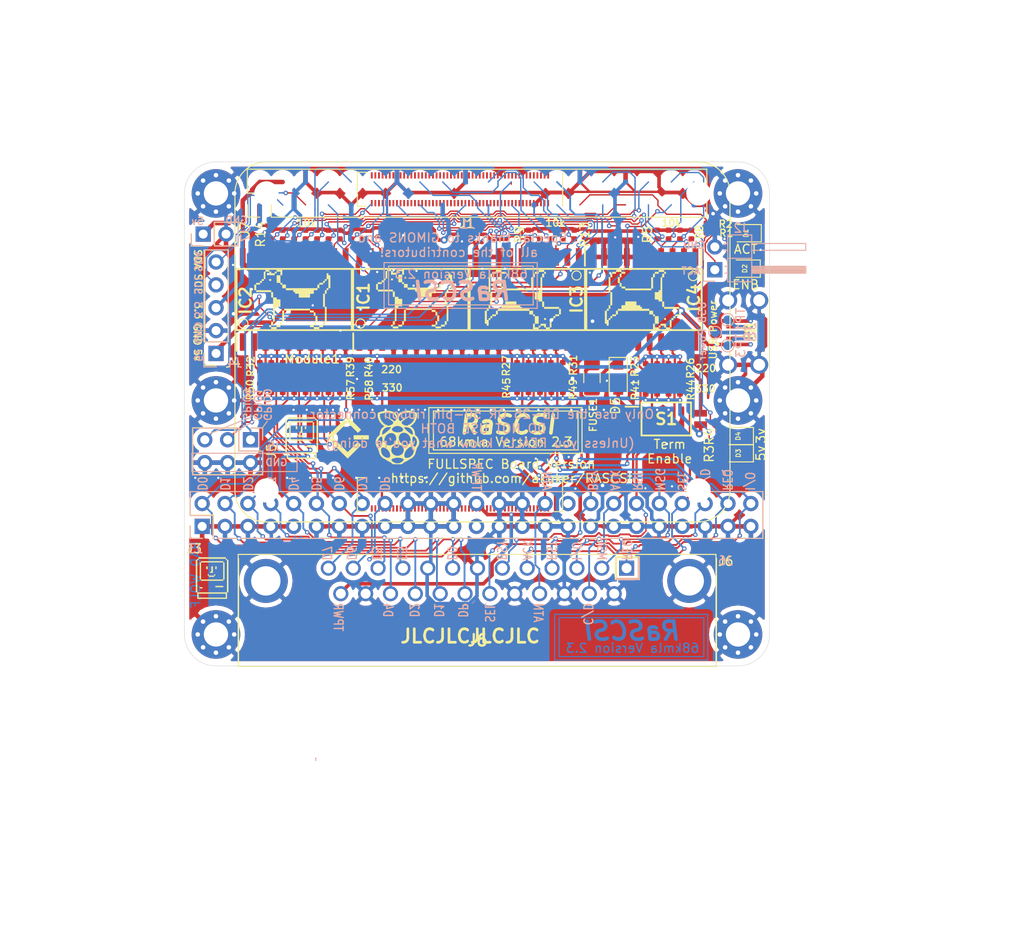
<source format=kicad_pcb>
(kicad_pcb (version 20210228) (generator pcbnew)
  (layers (0 "F.Cu" signal "Top") (31 "B.Cu" signal "Bottom") (34 "B.Paste" user) (35 "F.Paste" user) (36 "B.SilkS" user "B.Silkscreen") (37 "F.SilkS" user "F.Silkscreen") (38 "B.Mask" user) (39 "F.Mask" user) (44 "Edge.Cuts" user))
  (net 0 "")
  (net 1 "GND")
  (net 2 "+3V3")
  (net 3 "+5V")
  (net 4 "C-REQ")
  (net 5 "C-MSG")
  (net 6 "C-BSY")
  (net 7 "C-SEL")
  (net 8 "C-RST")
  (net 9 "C-ACK")
  (net 10 "C-ATN")
  (net 11 "C-DP")
  (net 12 "C-D0")
  (net 13 "C-D1")
  (net 14 "C-D2")
  (net 15 "C-D3")
  (net 16 "C-D4")
  (net 17 "C-D5")
  (net 18 "C-D6")
  (net 19 "C-D7")
  (net 20 "C-I_O")
  (net 21 "C-C_D")
  (net 22 "TERMPOW")
  (net 23 "PI-D7")
  (net 24 "PI-D6")
  (net 25 "PI-D5")
  (net 26 "PI-D4")
  (net 27 "PI-D3")
  (net 28 "PI-D2")
  (net 29 "PI-D1")
  (net 30 "PI-D0")
  (net 31 "PI-DP")
  (net 32 "PI-BSY")
  (net 33 "PI-MSG")
  (net 34 "PI-C_D")
  (net 35 "PI-REQ")
  (net 36 "PI-I_O")
  (net 37 "PI-ATN")
  (net 38 "PI-ACK")
  (net 39 "PI-RST")
  (net 40 "PI-SEL")
  (net 41 "Net-(D2-Pad2)")
  (net 42 "Net-(D3-Pad2)")
  (net 43 "Net-(D4-Pad2)")
  (net 44 "DBG_LED")
  (net 45 "PI_SCL")
  (net 46 "PI_SDA")
  (net 47 "PI-ACT")
  (net 48 "/TERM_GND")
  (net 49 "/TERM_5v")
  (net 50 "PI-IND")
  (net 51 "PI-TAD")
  (net 52 "PI-DTD")
  (net 53 "Net-(D5-Pad1)")
  (net 54 "PI_GPIO1")
  (net 55 "PI_GPIO0")
  (net 56 "PI_GPIO9")
  (net 57 "EXT-ACT-LED")
  (net 58 "USB_Pin_4")
  (net 59 "USB_Pin_3")
  (net 60 "USB_Pin_2")
  (net 66 "unconnected-(Module1-Pad195)")
  (net 80 "unconnected-(Module1-Pad181)")
  (net 90 "unconnected-(Module1-Pad171)")
  (net 116 "unconnected-(Module1-Pad145)")
  (net 134 "unconnected-(Module1-Pad127)")
  (net 146 "unconnected-(Module1-Pad115)")
  (net 198 "unconnected-(Module1-Pad10)")
  (footprint "Connector_PinHeader_2.54mm:PinHeader_2x25_P2.54mm_Vertical" (layer "F.Cu") (at 176.4665 82.9945 90)
    (fp_text reference "J3")
    (fp_text value "Conn_02x25_Odd_Even")
  )
  (footprint "LED_SMD:LED_0805_2012Metric" (layer "F.Cu") (at 236.0295 74.8665 180)
    (fp_text reference "D3")
    (fp_text value "Green")
  )
  (footprint "LED_SMD:LED_0805_2012Metric" (layer "F.Cu") (at 236.9035 50.419 180)
    (fp_text reference "D1")
    (fp_text value "Green")
  )
  (footprint "LED_SMD:LED_0805_2012Metric" (layer "F.Cu") (at 236.7915 54.356 180)
    (fp_text reference "D2")
    (fp_text value "Green")
  )
  (footprint "MountingHole:MountingHole_2.7mm_M2.5_Pad_Via" (layer "F.Cu") (at 178 46)
    (fp_text reference "H1" hide)
    (fp_text value "Hole1" hide)
  )
  (footprint "MountingHole:MountingHole_2.7mm_M2.5_Pad_Via" (layer "F.Cu") (at 178 69)
    (fp_text reference "H3" hide)
    (fp_text value "Hole3" hide)
  )
  (footprint "MountingHole:MountingHole_2.7mm_M2.5_Pad_Via" (layer "F.Cu") (at 178 95)
    (fp_text reference "H5" hide)
    (fp_text value "Hole4")
  )
  (footprint "Connector_PinSocket_2.54mm:PinSocket_1x05_P2.54mm_Vertical" (layer "F.Cu") (at 178.01 63.78 180)
    (fp_text reference "J4")
    (fp_text value "I2C Pinout")
  )
  (footprint "MountingHole:MountingHole_2.7mm_M2.5_Pad_Via" (layer "F.Cu") (at 236 69)
    (fp_text reference "H4" hide)
    (fp_text value "Hole5" hide)
  )
  (footprint "MountingHole:MountingHole_2.7mm_M2.5_Pad_Via" (layer "F.Cu") (at 236 95)
    (fp_text reference "H6" hide)
    (fp_text value "Hole6")
  )
  (footprint "MountingHole:MountingHole_2.7mm_M2.5_Pad_Via" (layer "F.Cu") (at 236 46)
    (fp_text reference "H2" hide)
    (fp_text value "Hole2" hide)
  )
  (footprint "Resistor_SMD:R_0402_1005Metric" (layer "F.Cu") (at 216.535 65.278 -90)
    (fp_text reference "R31")
    (fp_text value "220")
  )
  (footprint "Fuse:Fuse_1206_3216Metric" (layer "F.Cu") (at 219.7735 66.424 90)
    (fp_text reference "FUSE1")
    (fp_text value "1A")
  )
  (footprint "SamacSys_Parts:SOIC127P1030X265-20N" (layer "F.Cu") (at 199.644 57.785 90)
    (fp_text reference "IC1")
    (fp_text value "SN74LS641-1DW" hide)
  )
  (footprint "SamacSys_Parts:SOIC127P1030X265-20N" (layer "F.Cu") (at 212.598 57.785 -90)
    (fp_text reference "IC3")
    (fp_text value "SN74LS641-1DW" hide)
  )
  (footprint "Resistor_SMD:R_0402_1005Metric" (layer "F.Cu") (at 232.9585 49.3395)
    (fp_text reference "R2")
    (fp_text value "2k")
  )
  (footprint "Resistor_SMD:R_0402_1005Metric" (layer "F.Cu") (at 233.807 74.803 -90)
    (fp_text reference "R3")
    (fp_text value "5.1k")
  )
  (footprint "Resistor_SMD:R_0402_1005Metric" (layer "F.Cu") (at 227.0125 50.569 -90)
    (fp_text reference "R5")
    (fp_text value "10k")
  )
  (footprint "Resistor_SMD:R_0402_1005Metric" (layer "F.Cu") (at 228.2825 50.569 -90)
    (fp_text reference "R6")
    (fp_text value "10k")
  )
  (footprint "Resistor_SMD:R_0402_1005Metric" (layer "F.Cu") (at 229.5525 50.569 -90)
    (fp_text reference "R7")
    (fp_text value "10k")
  )
  (footprint "Resistor_SMD:R_0402_1005Metric" (layer "F.Cu") (at 230.8225 50.569 -90)
    (fp_text reference "R8")
    (fp_text value "10k")
  )
  (footprint "Resistor_SMD:R_0402_1005Metric" (layer "F.Cu") (at 212.725 50.569 -90)
    (fp_text reference "R9")
    (fp_text value "10k")
  )
  (footprint "Resistor_SMD:R_0402_1005Metric" (layer "F.Cu") (at 213.995 50.569 -90)
    (fp_text reference "R10")
    (fp_text value "10k")
  )
  (footprint "Resistor_SMD:R_0402_1005Metric" (layer "F.Cu") (at 215.265 50.569 -90)
    (fp_text reference "R11")
    (fp_text value "10k")
  )
  (footprint "Resistor_SMD:R_0402_1005Metric" (layer "F.Cu") (at 216.535 50.569 -90)
    (fp_text reference "R12")
    (fp_text value "10k")
  )
  (footprint "Resistor_SMD:R_0402_1005Metric" (layer "F.Cu") (at 217.805 50.569 -90)
    (fp_text reference "R13")
    (fp_text value "10k")
  )
  (footprint "Resistor_SMD:R_0402_1005Metric" (layer "F.Cu") (at 185.42 50.569 -90)
    (fp_text reference "R15")
    (fp_text value "10k")
  )
  (footprint "Resistor_SMD:R_0402_1005Metric" (layer "F.Cu") (at 186.69 50.569 -90)
    (fp_text reference "R16")
    (fp_text value "10k")
  )
  (footprint "Resistor_SMD:R_0402_1005Metric" (layer "F.Cu") (at 190.5 50.569 -90)
    (fp_text reference "R19")
    (fp_text value "10k")
  )
  (footprint "Resistor_SMD:R_0402_1005Metric" (layer "F.Cu") (at 191.77 50.569 -90)
    (fp_text reference "R20")
    (fp_text value "10k")
  )
  (footprint "Resistor_SMD:R_0402_1005Metric" (layer "F.Cu") (at 193.04 50.569 -90)
    (fp_text reference "R21" hide)
    (fp_text value "10k")
  )
  (footprint "Resistor_SMD:R_0402_1005Metric" (layer "F.Cu") (at 194.31 50.569 -90)
    (fp_text reference "R22" hide)
    (fp_text value "10k")
  )
  (footprint "Resistor_SMD:R_0402_1005Metric" (layer "F.Cu") (at 225.7425 65.405 -90)
    (fp_text reference "R23")
    (fp_text value "220")
  )
  (footprint "Resistor_SMD:R_0402_1005Metric" (layer "F.Cu") (at 227.0125 65.405 -90)
    (fp_text reference "R24")
    (fp_text value "220")
  )
  (footprint "Resistor_SMD:R_0402_1005Metric" (layer "F.Cu") (at 228.2825 65.405 -90)
    (fp_text reference "R25")
    (fp_text value "220")
  )
  (footprint "Resistor_SMD:R_0402_1005Metric" (layer "F.Cu") (at 229.5525 65.405 -90)
    (fp_text reference "R26")
    (fp_text value "220")
  )
  (footprint "Resistor_SMD:R_0402_1005Metric" (layer "F.Cu") (at 211.455 65.278 -90)
    (fp_text reference "R27")
    (fp_text value "220")
  )
  (footprint "Resistor_SMD:R_0402_1005Metric" (layer "F.Cu") (at 212.725 65.278 -90)
    (fp_text reference "R28")
    (fp_text value "220")
  )
  (footprint "Resistor_SMD:R_0402_1005Metric" (layer "F.Cu") (at 213.995 65.278 -90)
    (fp_text reference "R29")
    (fp_text value "220")
  )
  (footprint "Resistor_SMD:R_0402_1005Metric" (layer "F.Cu") (at 215.2015 65.278 -90)
    (fp_text reference "R30")
    (fp_text value "220")
  )
  (footprint "Resistor_SMD:R_0402_1005Metric" (layer "F.Cu") (at 185.42 65.278 -90)
    (fp_text reference "R34")
    (fp_text value "220")
  )
  (footprint "Resistor_SMD:R_0402_1005Metric" (layer "F.Cu") (at 186.69 65.278 -90)
    (fp_text reference "R35")
    (fp_text value "220")
  )
  (footprint "Resistor_SMD:R_0402_1005Metric" (layer "F.Cu") (at 187.96 65.278 -90)
    (fp_text reference "R36")
    (fp_text value "220")
  )
  (footprint "Resistor_SMD:R_0402_1005Metric" (layer "F.Cu") (at 189.1665 65.278 -90)
    (fp_text reference "R37")
    (fp_text value "220")
  )
  (footprint "Resistor_SMD:R_0402_1005Metric" (layer "F.Cu") (at 190.5 65.278 -90)
    (fp_text reference "R38")
    (fp_text value "220")
  )
  (footprint "Resistor_SMD:R_0402_1005Metric" (layer "F.Cu") (at 191.77 65.278 -90)
    (fp_text reference "R39")
    (fp_text value "220")
  )
  (footprint "Resistor_SMD:R_0402_1005Metric" (layer "F.Cu") (at 195.8975 65.278 -90)
    (fp_text reference "R40")
    (fp_text value "220")
  )
  (footprint "Resistor_SMD:R_0402_1005Metric" (layer "F.Cu") (at 225.7425 67.802501 90)
    (fp_text reference "R41")
    (fp_text value "330")
  )
  (footprint "Resistor_SMD:R_0402_1005Metric" (layer "F.Cu") (at 227.0125 67.802501 90)
    (fp_text reference "R42")
    (fp_text value "330")
  )
  (footprint "Resistor_SMD:R_0402_1005Metric" (layer "F.Cu") (at 228.2825 67.802501 90)
    (fp_text reference "R43")
    (fp_text value "330")
  )
  (footprint "Resistor_SMD:R_0402_1005Metric" (layer "F.Cu") (at 229.5525 67.802501 90)
    (fp_text reference "R44")
    (fp_text value "330")
  )
  (footprint "Resistor_SMD:R_0402_1005Metric" (layer "F.Cu") (at 211.455 67.6275 90)
    (fp_text reference "R45")
    (fp_text value "330")
  )
  (footprint "Resistor_SMD:R_0402_1005Metric" (layer "F.Cu") (at 212.725 67.6275 90)
    (fp_text reference "R46")
    (fp_text value "330")
  )
  (footprint "Resistor_SMD:R_0402_1005Metric" (layer "F.Cu") (at 213.995 67.6275 90)
    (fp_text reference "R47")
    (fp_text value "330")
  )
  (footprint "Resistor_SMD:R_0402_1005Metric" (layer "F.Cu") (at 215.265 67.6275 90)
    (fp_text reference "R48")
    (fp_text value "330")
  )
  (footprint "Resistor_SMD:R_0402_1005Metric" (layer "F.Cu") (at 216.535 67.6275 90)
    (fp_text reference "R49")
    (fp_text value "330")
  )
  (footprint "Resistor_SMD:R_0402_1005Metric" (layer "F.Cu") (at 182.88 67.6275 90)
    (fp_text reference "R50")
    (fp_text value "330")
  )
  (footprint "Resistor_SMD:R_0402_1005Metric" (layer "F.Cu") (at 184.15 67.6275 90)
    (fp_text reference "R51")
    (fp_text value "330")
  )
  (footprint "Resistor_SMD:R_0402_1005Metric" (layer "F.Cu") (at 185.42 67.6275 90)
    (fp_text reference "R52")
    (fp_text value "330")
  )
  (footprint "Resistor_SMD:R_0402_1005Metric" (layer "F.Cu") (at 186.69 67.6275 90)
    (fp_text reference "R53")
    (fp_text value "330")
  )
  (footprint "Resistor_SMD:R_0402_1005Metric" (layer "F.Cu") (at 187.96 67.6275 90)
    (fp_text reference "R54")
    (fp_text value "330")
  )
  (footprint "Resistor_SMD:R_0402_1005Metric" (layer "F.Cu") (at 189.23 67.6275 90)
    (fp_text reference "R55")
    (fp_text value "330")
  )
  (footprint "Resistor_SMD:R_0402_1005Metric" (layer "F.Cu") (at 190.5 67.6275 90)
    (fp_text reference "R56")
    (fp_text value "330")
  )
  (footprint "Resistor_SMD:R_0402_1005Metric" (layer "F.Cu") (at 191.77 67.6275 90)
    (fp_text reference "R57")
    (fp_text value "330")
  )
  (footprint "Resistor_SMD:R_0402_1005Metric" (layer "F.Cu") (at 195.8975 67.6275 90)
    (fp_text reference "R58")
    (fp_text value "330")
  )
  (footprint "SamacSys_Parts:dogcow" (layer "F.Cu") (at 186.4995 57.785)
    (fp_text reference "X2" hide)
    (fp_text value "Dogcow" hide)
  )
  (footprint "SamacSys_Parts:dogcow" (layer "F.Cu") (at 225.425 57.785 180)
    (fp_text reference "X4" hide)
    (fp_text value "Dogcow" hide)
  )
  (footprint "SamacSys_Parts:dogcow" (layer "F.Cu") (at 212.09 57.785 180)
    (fp_text reference "X5" hide)
    (fp_text value "Dogcow" hide)
  )
  (footprint "SamacSys_Parts:dogcow" (layer "F.Cu") (at 200.025 57.7215)
    (fp_text reference "X6" hide)
    (fp_text value "Dogcow" hide)
  )
  (footprint "SamacSys_Parts:pi_logo" (layer "F.Cu") (at 198.16 73.152)
    (fp_text reference "X7" hide)
    (fp_text value "Pi" hide)
  )
  (footprint "Resistor_SMD:R_0402_1005Metric" (layer "F.Cu") (at 189.23 50.569 -90)
    (fp_text reference "R18")
    (fp_text value "10k")
  )
  (footprint "Resistor_SMD:R_0402_1005Metric" (layer "F.Cu") (at 184.15 50.569 -90)
    (fp_text reference "R14")
    (fp_text value "10k")
  )
  (footprint "Resistor_SMD:R_0402_1005Metric" (layer "F.Cu") (at 187.96 50.569 -90)
    (fp_text reference "R17")
    (fp_text value "10k")
  )
  (footprint "Resistor_SMD:R_0402_1005Metric" (layer "F.Cu") (at 182.88 65.278 -90)
    (fp_text reference "R32")
    (fp_text value "220")
  )
  (footprint "Resistor_SMD:R_0402_1005Metric" (layer "F.Cu") (at 184.15 65.278 -90)
    (fp_text reference "R33")
    (fp_text value "220")
  )
  (footprint "SamacSys_Parts:SOIC127P1030X265-20N" (layer "F.Cu") (at 225.552 57.785 -90)
    (fp_text reference "IC4")
    (fp_text value "SN74LS641-1DW" hide)
  )
  (footprint "Resistor_SMD:R_0402_1005Metric" (layer "F.Cu") (at 233.807 72.898 -90)
    (fp_text reference "R4")
    (fp_text value "2k")
  )
  (footprint "rascsi_din:SOIC127P812X230-4N" (layer "F.Cu") (at 228.0285 71.0565)
    (fp_text reference "S1")
    (fp_text value "Switch x2" hide)
  )
  (footprint "SamacSys_Parts:mac_happy_small" (layer "F.Cu") (at 187.56 73.15)
    (fp_text reference "X3" hide)
    (fp_text value "Mac" hide)
  )
  (footprint "Diode_SMD:D_SOD-123F" (layer "F.Cu") (at 222.6945 66.42 -90)
    (fp_text reference "D5")
    (fp_text value "SM4007PL")
  )
  (footprint "SamacSys_Parts:SOIC127P1030X265-20N" (layer "F.Cu") (at 186.69 57.785 90)
    (fp_text reference "IC2")
    (fp_text value "SN74LS641-1DW" hide)
  )
  (footprint "SamacSys_Parts:scsi_logo" (layer "F.Cu") (at 192.49 73.1)
    (fp_text reference "X8" hide)
    (fp_text value "Pi" hide)
  )
  (footprint "SamacSys_Parts:57489011" (layer "F.Cu") (at 223.6216 87.63 180)
    (fp_text reference "J6")
    (fp_text value "CONNFLY DB-25" hide)
  )
  (footprint "Connector_PinHeader_2.54mm:PinHeader_2x03_P2.54mm_Vertical" (layer "F.Cu") (at 181.84 73.37 -90)
    (fp_text reference "J5")
    (fp_text value "DNP")
  )
  (footprint "Connector_PinHeader_2.54mm:PinHeader_1x02_P2.54mm_Vertical" (layer "F.Cu") (at 176.58 50.52 90)
    (fp_text reference "J7")
    (fp_text value "DNP")
  )
  (footprint "LED_SMD:LED_0805_2012Metric" (layer "F.Cu") (at 236.0295 72.9615 180)
    (fp_text reference "D4")
    (fp_text value "Green")
  )
  (footprint "Resistor_SMD:R_0402_1005Metric" (layer "F.Cu") (at 232.9585 50.3555)
    (fp_text reference "R1")
    (fp_text value "2k")
  )
  (footprint "SamacSys_Parts:mac_happy_small" (layer "F.Cu") (at 177.6095 88.7095)
    (fp_text reference "X1" hide)
    (fp_text value "Mac" hide)
  )
  (footprint "SamacSys_Parts:U254051N4BH806" (layer "F.Cu") (at 237.39 61.46 90)
    (fp_text reference "J8")
    (fp_text value "USB_B_Micro" hide)
  )
  (footprint "CM4IO:Raspberry-Pi-4-Compute-Module" (layer "F.Cu") (at 183.61 46 -90)
    (fp_text reference "Module1")
    (fp_text value "ComputeModule4-CM4")
  )
  (footprint "Connector_PinHeader_2.54mm:PinHeader_1x02_P2.54mm_Horizontal" (layer "B.Cu") (at 233.426 54.483)
    (fp_text reference "J2")
    (fp_text value "DNP")
  )
  (footprint "TestPoint:TestPoint_Pad_D1.0mm" (layer "B.Cu") (at 233.46 61.46 90)
    (fp_text reference "TP2" hide)
    (fp_text value "TestPoint" hide)
  )
  (footprint "TestPoint:TestPoint_Pad_D1.0mm" (layer "B.Cu") (at 234.85 62.91 90)
    (fp_text reference "TP3")
    (fp_text value "TestPoint")
  )
  (footprint "TestPoint:TestPoint_Pad_D1.0mm" (layer "B.Cu") (at 234.85 60.05 90)
    (fp_text reference "TP1")
    (fp_text value "TestPoint")
  )
  (gr_line (start 232.6405 97.841) (end 232.6405 92.761) (layer "B.Cu") (width 0.12))
  (gr_line (start 232.577 92.761) (end 215.6225 92.761) (layer "B.Cu") (width 0.12))
  (gr_line (start 232.6405 97.841) (end 215.6225 97.841) (layer "B.Cu") (width 0.12))
  (gr_line (start 215.6225 92.761) (end 215.6225 97.841) (layer "B.Cu") (width 0.12))
  (gr_line (start 232.196 97.46) (end 216.1305 97.46) (layer "B.Cu") (width 0.12))
  (gr_line (start 232.196 93.142) (end 232.196 97.46) (layer "B.Cu") (width 0.12))
  (gr_line (start 216.1305 97.46) (end 216.1305 93.2055) (layer "B.Cu") (width 0.12))
  (gr_line (start 216.194 93.142) (end 232.196 93.142) (layer "B.Cu") (width 0.12))
  (gr_line (start 175.3235 76.8985) (end 175.3235 76.7715) (layer "B.SilkS") (width 0.12))
  (gr_line (start 238.76 84.328) (end 177.673 84.328) (layer "B.SilkS") (width 0.12))
  (gr_line (start 225.044 88.9) (end 225.044 86.36) (layer "B.SilkS") (width 0.12))
  (gr_line (start 222.377 88.9) (end 225.044 88.9) (layer "B.SilkS") (width 0.12))
  (gr_line (start 224.917 88.773) (end 224.917 86.487) (layer "B.SilkS") (width 0.12))
  (gr_line (start 222.504 88.773) (end 224.917 88.773) (layer "B.SilkS") (width 0.12))
  (gr_line (start 189.0795 108.763) (end 189.0795 109.017) (layer "B.SilkS") (width 0.12))
  (gr_line (start 189.143 108.763) (end 189.0795 108.763) (layer "B.SilkS") (width 0.12))
  (gr_line (start 196.6745 53.687) (end 196.6745 58.767) (layer "B.SilkS") (width 0.12))
  (gr_line (start 197.1825 54.068) (end 197.1825 54.322) (layer "B.SilkS") (width 0.12))
  (gr_line (start 213.6925 58.767) (end 196.6745 58.767) (layer "B.SilkS") (width 0.12))
  (gr_line (start 213.248 54.068) (end 213.248 58.386) (layer "B.SilkS") (width 0.12))
  (gr_line (start 197.1825 58.386) (end 197.1825 54.1315) (layer "B.SilkS") (width 0.12))
  (gr_line (start 213.248 58.386) (end 197.1825 58.386) (layer "B.SilkS") (width 0.12))
  (gr_line (start 197.246 54.068) (end 197.1825 54.068) (layer "B.SilkS") (width 0.12))
  (gr_line (start 197.246 54.068) (end 213.248 54.068) (layer "B.SilkS") (width 0.12))
  (gr_line (start 213.629 53.687) (end 196.6745 53.687) (layer "B.SilkS") (width 0.12))
  (gr_line (start 213.6925 58.767) (end 213.6925 53.687) (layer "B.SilkS") (width 0.12))
  (gr_line (start 177.8 49.2125) (end 177.8 51.816) (layer "B.SilkS") (width 0.12))
  (gr_line (start 182.3085 71.247) (end 179.959 72.5805) (layer "B.SilkS") (width 0.12))
  (gr_line (start 176.784 52.2605) (end 176.784 62.484) (layer "B.SilkS") (width 0.12))
  (gr_line (start 175.133 79.121) (end 238.76 79.121) (layer "B.SilkS") (width 0.12))
  (gr_line (start 183.7055 71.3105) (end 183.134 72.0725) (layer "B.SilkS") (width 0.12))
  (gr_line (start 187.0075 74.8665) (end 187.0075 76.8985) (layer "B.SilkS") (width 0.12))
  (gr_line (start 180.467 51.816) (end 180.467 49.2125) (layer "B.SilkS") (width 0.12))
  (gr_line (start 179.3875 52.2605) (end 176.784 52.2605) (layer "B.SilkS") (width 0.12))
  (gr_line (start 175.387 77.2795) (end 175.387 72.0725) (layer "B.SilkS") (width 0.12))
  (gr_line (start 176.784 62.484) (end 179.3875 62.484) (layer "B.SilkS") (width 0.12))
  (gr_line (start 238.76 79.121) (end 238.76 84.328) (layer "B.SilkS") (width 0.12))
  (gr_line (start 176.657 65.278) (end 178.054 65.278) (layer "B.SilkS") (width 0.12))
  (gr_line (start 183.1975 74.6125) (end 183.1975 77.2795) (layer "B.SilkS") (width 0.12))
  (gr_line (start 180.5305 72.0725) (end 180.5305 74.6125) (layer "B.SilkS") (width 0.12))
  (gr_line (start 177.673 81.788) (end 175.133 81.788) (layer "B.SilkS") (width 0.12))
  (gr_line (start 179.3875 62.484) (end 179.3875 52.2605) (layer "B.SilkS") (width 0.12))
  (gr_line (start 175.133 82.931) (end 175.133 84.328) (layer "B.SilkS") (width 0.12))
  (gr_line (start 183.1975 73.406) (end 183.1975 72.0725) (layer "B.SilkS") (width 0.12))
  (gr_line (start 175.26 51.816) (end 175.26 50.4825) (layer "B.SilkS") (width 0.12))
  (gr_line (start 203.937 57.954) (end 204.064 57.954) (layer "B.SilkS") (width 0.12))
  (gr_line (start 176.657 63.754) (end 176.657 65.278) (layer "B.SilkS") (width 0.12))
  (gr_line (start 175.3235 74.8665) (end 187.0075 74.8665) (layer "B.SilkS") (width 0.12))
  (gr_line (start 175.387 72.0725) (end 180.5305 72.0725) (layer "B.SilkS") (width 0.12))
  (gr_line (start 175.3235 76.7715) (end 175.3235 74.8665) (layer "B.SilkS") (width 0.12))
  (gr_line (start 175.133 81.788) (end 175.133 79.121) (layer "B.SilkS") (width 0.12))
  (gr_line (start 181.0385 71.1835) (end 177.292 72.7075) (layer "B.SilkS") (width 0.12))
  (gr_line (start 183.1975 72.0725) (end 181.864 72.0725) (layer "B.SilkS") (width 0.12))
  (gr_line (start 187.0075 76.8985) (end 175.3235 76.8985) (layer "B.SilkS") (width 0.12))
  (gr_line (start 177.673 84.328) (end 177.673 81.788) (layer "B.SilkS") (width 0.12))
  (gr_line (start 183.1975 77.2795) (end 175.387 77.2795) (layer "B.SilkS") (width 0.12))
  (gr_line (start 176.5935 51.816) (end 175.26 51.816) (layer "B.SilkS") (width 0.12))
  (gr_line (start 180.467 49.2125) (end 177.8 49.2125) (layer "B.SilkS") (width 0.12))
  (gr_line (start 177.8635 51.816) (end 180.467 51.816) (layer "B.SilkS") (width 0.12))
  (gr_line (start 180.5305 74.6125) (end 183.1975 74.6125) (layer "B.SilkS") (width 0.12))
  (gr_line (start 175.133 84.328) (end 176.53 84.328) (layer "B.SilkS") (width 0.12))
  (gr_circle (center 194.056 60.452) (end 194.5005 60.198) (layer "F.SilkS") (width 0.12) (fill none))
  (gr_circle (center 181.0385 60.452) (end 181.483 60.198) (layer "F.SilkS") (width 0.12) (fill none))
  (gr_line (start 218.226 74.498) (end 218.226 70.18) (layer "F.SilkS") (width 0.12))
  (gr_line (start 218.6705 69.799) (end 218.6705 74.879) (layer "F.SilkS") (width 0.12))
  (gr_line (start 201.6525 74.879) (end 201.6525 69.799) (layer "F.SilkS") (width 0.12))
  (gr_line (start 222.377 88.9) (end 222.377 86.36) (layer "F.SilkS") (width 0.12))
  (gr_line (start 184.15 45.974) (end 181.483 45.974) (layer "F.SilkS") (width 0.12))
  (gr_circle (center 231.013 55.1815) (end 231.4575 54.9275) (layer "F.SilkS") (width 0.12) (fill none))
  (gr_circle (center 218.059 55.118) (end 218.5035 54.864) (layer "F.SilkS") (width 0.12) (fill none))
  (gr_line (start 218.607 74.879) (end 201.6525 74.879) (layer "F.SilkS") (width 0.12))
  (gr_line (start 202.224 74.498) (end 202.1605 74.498) (layer "F.SilkS") (width 0.12))
  (gr_line (start 181.483 48.641) (end 181.483 47.244) (layer "F.SilkS") (width 0.12))
  (gr_line (start 232.537 43.307) (end 232.537 48.641) (layer "F.SilkS") (width 0.12))
  (gr_line (start 232.537 48.641) (end 184.15 48.641) (layer "F.SilkS") (width 0.12))
  (gr_line (start 181.483 43.307) (end 232.537 43.307) (layer "F.SilkS") (width 0.12))
  (gr_line (start 184.15 48.641) (end 184.15 45.974) (layer "F.SilkS") (width 0.12))
  (gr_line (start 218.226 70.18) (end 202.1605 70.18) (layer "F.SilkS") (width 0.12))
  (gr_line (start 222.504 88.773) (end 222.504 86.487) (layer "F.SilkS") (width 0.12))
  (gr_line (start 225.044 86.36) (end 225.044 88.9) (layer "F.SilkS") (width 0.12))
  (gr_line (start 182.88 48.641) (end 181.483 48.641) (layer "F.SilkS") (width 0.12))
  (gr_line (start 225.044 88.9) (end 222.377 88.9) (layer "F.SilkS") (width 0.12))
  (gr_line (start 180.467 86.106) (end 180.467 98.552) (layer "F.SilkS") (width 0.12))
  (gr_line (start 233.553 86.106) (end 180.467 86.106) (layer "F.SilkS") (width 0.12))
  (gr_line (start 233.553 98.552) (end 233.553 86.106) (layer "F.SilkS") (width 0.12))
  (gr_line (start 222.504 86.487) (end 224.917 86.487) (layer "F.SilkS") (width 0.12))
  (gr_line (start 218.6705 69.799) (end 201.6525 69.799) (layer "F.SilkS") (width 0.12))
  (gr_line (start 202.1605 74.498) (end 202.1605 74.244) (layer "F.SilkS") (width 0.12))
  (gr_line (start 180.467 98.552) (end 233.553 98.552) (layer "F.SilkS") (width 0.12))
  (gr_line (start 222.377 86.36) (end 225.044 86.36) (layer "F.SilkS") (width 0.12))
  (gr_line (start 224.917 86.487) (end 224.917 88.773) (layer "F.SilkS") (width 0.12))
  (gr_line (start 202.224 74.498) (end 218.226 74.498) (layer "F.SilkS") (width 0.12))
  (gr_line (start 224.917 88.773) (end 222.504 88.773) (layer "F.SilkS") (width 0.12))
  (gr_line (start 181.483 45.974) (end 181.483 43.307) (layer "F.SilkS") (width 0.12))
  (gr_line (start 202.1605 70.18) (end 202.1605 74.4345) (layer "F.SilkS") (width 0.12))
  (gr_line (start 178 42.5) (end 236 42.5) (layer "Edge.Cuts") (width 0.05))
  (gr_line (start 178 98.496) (end 236 98.496) (layer "Edge.Cuts") (width 0.05))
  (gr_line (start 239.5 46) (end 239.5 94.996) (layer "Edge.Cuts") (width 0.05))
  (gr_line (start 174.5 46) (end 174.5 94.996) (layer "Edge.Cuts") (width 0.05))
  (gr_arc (start 178 46) (end 178 42.5) (angle -90) (layer "Edge.Cuts") (width 0.05))
  (gr_arc (start 236 46) (end 239.5 46) (angle -90) (layer "Edge.Cuts") (width 0.05))
  (gr_arc (start 178 94.996) (end 174.5 94.996) (angle -90) (layer "Edge.Cuts") (width 0.05))
  (gr_arc (start 236 94.996) (end 236 98.496) (angle -90) (layer "Edge.Cuts") (width 0.05))
  (gr_text "RaSCSI" (at 224.282 94.615) (layer "B.Cu") (effects (font (size 2 2) (thickness 0.4) italic) (justify mirror)))
  (gr_text "68kmla Version 2.3" (at 224.282 96.52) (layer "B.Cu") (effects (font (size 1 1)) (justify mirror)))
  (gr_text "BAD WOLF" (at 175.75 88.37 90) (layer "B.Cu") (effects (font (size 1 1)) (justify mirror)))
  (gr_text "GND\n" (at 180.2765 48.9585) (layer "B.SilkS") (effects (font (size 0.8 0.8)) (justify mirror)))
  (gr_text "5v" (at 175.9585 49.0855) (layer "B.SilkS") (effects (font (size 0.8 0.8)) (justify mirror)))
  (gr_text "SDA" (at 176.022 53.594 270) (layer "B.SilkS") (effects (font (size 0.8 0.8)) (justify mirror)))
  (gr_text "SCL" (at 176.022 56.134 270) (layer "B.SilkS") (effects (font (size 0.8 0.8)) (justify mirror)))
  (gr_text "3.3" (at 176.022 58.928 270) (layer "B.SilkS") (effects (font (size 0.8 0.8)) (justify mirror)))
  (gr_text "GND\n" (at 176.022 61.468 270) (layer "B.SilkS") (effects (font (size 0.8 0.8)) (justify mirror)))
  (gr_text "5v" (at 176.022 64.008 270) (layer "B.SilkS") (effects (font (size 0.8 0.8)) (justify mirror)))
  (gr_text "GPIO0" (at 183.7055 69.469 270) (layer "B.SilkS") (effects (font (size 0.8 0.8)) (justify mirror)))
  (gr_text "GPIO9" (at 181.4195 69.4055 270) (layer "B.SilkS") (effects (font (size 0.8 0.8)) (justify mirror)))
  (gr_text "GPIO1" (at 182.626 69.4055 270) (layer "B.SilkS") (effects (font (size 0.8 0.8)) (justify mirror)))
  (gr_text "GND" (at 184.7215 75.8825) (layer "B.SilkS") (effects (font (size 0.8 0.8)) (justify mirror)))
  (gr_text "ACT" (at 230.759 54.61) (layer "B.SilkS") (effects (font (size 0.8 0.8)) (justify mirror)))
  (gr_text "USB Power" (at 232.03 61.28 90) (layer "B.SilkS") (effects (font (size 0.8 0.8)) (justify mirror)))
  (gr_text "GND" (at 231.14 51.7525) (layer "B.SilkS") (effects (font (size 0.8 0.8)) (justify mirror)))
  (gr_text "68kmla Version 2.3" (at 205.247 54.957) (layer "B.SilkS") (effects (font (size 1 1)) (justify mirror)))
  (gr_text "RaSCSI" (at 205.4375 56.862) (layer "B.SilkS") (effects (font (size 2 2) (thickness 0.4) italic) (justify mirror)))
  (gr_text "I/O" (at 237.2995 77.984381 270) (layer "B.SilkS") (effects (font (size 1 0.8)) (justify mirror)))
  (gr_text "RST" (at 224.826284 77.927238 270) (layer "B.SilkS") (effects (font (size 1 0.8)) (justify mirror)))
  (gr_text "SEL" (at 229.815568 77.946286 270) (layer "B.SilkS") (effects (font (size 1 0.8)) (justify mirror)))
  (gr_text "D0" (at 176.4665 78.232 270) (layer "B.SilkS") (effects (font (size 1 0.8)) (justify mirror)))
  (gr_text "D5" (at 189.12681 78.232 270) (layer "B.SilkS") (effects (font (size 1 0.8)) (justify mirror)))
  (gr_text "BSY" (at 219.837 77.889143 270) (layer "B.SilkS") (effects (font (size 1 0.8)) (justify mirror)))
  (gr_text "D6" (at 191.658872 78.232 270) (layer "B.SilkS") (effects (font (size 1 0.8)) (justify mirror)))
  (gr_text "D1" (at 178.998562 78.232 270) (layer "B.SilkS") (effects (font (size 1 0.8)) (justify mirror)))
  (gr_text "D4" (at 186.594748 78.232 270) (layer "B.SilkS") (effects (font (size 1 0.8)) (justify mirror)))
  (gr_text "D2" (at 181.530624 78.232 270) (layer "B.SilkS") (effects (font (size 1 0.8)) (justify mirror)))
  (gr_text "MSG" (at 227.320926 77.774858 270) (layer "B.SilkS") (effects (font (size 1 0.8)) (justify mirror)))
  (gr_text "TPWR" (at 206.9465 77.451048 270) (layer "B.SilkS") (effects (font (size 1 0.8)) (justify mirror)))
  (gr_text "D3" (at 184.062686 78.232 270) (layer "B.SilkS") (effects (font (size 1 0.8)) (justify mirror)))
  (gr_text "C/D" (at 232.31021 77.793905 270) (layer "B.SilkS") (effects (font (size 1 0.8)) (justify mirror)))
  (gr_text "ACK" (at 222.331642 77.870096 270) (layer "B.SilkS") (effects (font (size 1 0.8)) (justify mirror)))
  (gr_text "ATN" (at 214.757 77.946286 270) (layer "B.SilkS") (effects (font (size 1 0.8)) (justify mirror)))
  (gr_text "DP" (at 196.723 78.232 270) (layer "B.SilkS") (effects (font (size 1 0.8)) (justify mirror)))
  (gr_text "D7" (at 194.190934 78.232 270) (layer "B.SilkS") (effects (font (size 1 0.8)) (justify mirror)))
  (gr_text "REQ" (at 234.804852 77.832 270) (layer "B.SilkS") (effects (font (size 1 0.8)) (justify mirror)))
  (gr_text "REQ" (at 223.647 85.579 270) (layer "B.SilkS") (effects (font (size 1 0.8)) (justify mirror)))
  (gr_text "D7" (at 190.3095 85.979 270) (layer "B.SilkS") (effects (font (size 1 0.8)) (justify mirror)))
  (gr_text "DP" (at 205.4225 92.316334 270) (layer "B.SilkS") (effects (font (size 1 0.8)) (justify mirror)))
  (gr_text "ATN" (at 213.8045 92.583 270) (layer "B.SilkS") (effects (font (size 1 0.8)) (justify mirror)))
  (gr_text "ACK" (at 212.598 85.617096 270) (layer "B.SilkS") (effects (font (size 1 0.8)) (justify mirror)))
  (gr_text "C/D" (at 219.329 92.735381 270) (layer "B.SilkS") (effects (font (size 1 0.8)) (justify mirror)))
  (gr_text "D3" (at 198.628 85.979 270) (layer "B.SilkS") (effects (font (size 1 0.8)) (justify mirror)))
  (gr_text "TPWR" (at 191.5795 93.078239 270) (layer "B.SilkS") (effects (font (size 1 0.8)) (justify mirror)))
  (gr_text "MSG" (at 220.853 85.521858 270) (layer "B.SilkS") (effects (font (size 1 0.8)) (justify mirror)))
  (gr_text "D2" (at 200.025 92.297286 270) (layer "B.SilkS") (effects (font (size 1 0.8)) (justify mirror)))
  (gr_text "D4" (at 197.104 92.297286 270) (layer "B.SilkS") (effects (font (size 1 0.8)) (justify mirror)))
  (gr_text "D1" (at 202.7555 92.297286 270) (layer "B.SilkS") (effects (font (size 1 0.8)) (justify mirror)))
  (gr_text "D6" (at 193.04 85.979 270) (layer "B.SilkS") (effects (font (size 1 0.8)) (justify mirror)))
  (gr_text "BSY" (at 209.7405 85.636143 270) (layer "B.SilkS") (effects (font (size 1 0.8)) (justify mirror)))
  (gr_text "D5" (at 195.834 85.979 270) (layer "B.SilkS") (effects (font (size 1 0.8)) (justify mirror)))
  (gr_text "D0" (at 204.216 85.979 270) (layer "B.SilkS") (effects (font (size 1 0.8)) (justify mirror)))
  (gr_text "SEL" (at 208.407 92.583 270) (layer "B.SilkS") (effects (font (size 1 0.8)) (justify mirror)))
  (gr_text "RST" (at 215.265 85.674238 270) (layer "B.SilkS") (effects (font (size 1 0.8)) (justify mirror)))
  (gr_text "I/O" (at 218.059 85.731381 270) (layer "B.SilkS") (effects (font (size 1 0.8)) (justify mirror)))
  (gr_text "J6" (at 234.6325 86.8045) (layer "B.SilkS") (effects (font (size 1 1)) (justify mirror)))
  (gr_text "J4" (at 180.086 64.8335) (layer "B.SilkS") (effects (font (size 1 1)) (justify mirror)))
  (gr_text "Special thanks to GIMONS and \nall of the contributors!" (at 205 51.74) (layer "B.SilkS") (effects (font (size 1 1)) (justify mirror)))
  (gr_text "J3" (at 175.7045 85.471) (layer "B.SilkS") (effects (font (size 1 1)) (justify mirror)))
  (gr_text "J5" (at 184.4675 74.1045) (layer "B.SilkS") (effects (font (size 1 1)) (justify mirror)))
  (gr_text "J7" (at 181.2925 50.546 90) (layer "B.SilkS") (effects (font (size 1 1)) (justify mirror)))
  (gr_text "Only use the DB-25 OR 50-pin ribbon connector.\nDO NOT USE BOTH \n(Unless you REALLY know what you're doing)" (at 207.3275 72.136) (layer "B.SilkS") (effects (font (size 1 1)) (justify mirror)))
  (gr_text "J8" (at 237.363 61.4045 90) (layer "B.SilkS") (effects (font (size 1.27 1.27) (thickness 0.23)) (justify mirror)))
  (gr_text "J1" (at 205.994 49.403) (layer "B.SilkS") (effects (font (size 1 1)) (justify mirror)))
  (gr_text "330" (at 232.3592 67.7164) (layer "F.SilkS") (effects (font (size 0.8 0.8))))
  (gr_text "220" (at 232.41 65.4304) (layer "F.SilkS") (effects (font (size 0.8 0.8))))
  (gr_text "SDA" (at 175.9712 53.34 270) (layer "F.SilkS") (effects (font (size 0.8 0.8))))
  (gr_text "5v" (at 175.9712 63.9572 270) (layer "F.SilkS") (effects (font (size 0.8 0.8))))
  (gr_text "330" (at 197.58 67.59) (layer "F.SilkS") (effects (font (size 0.8 0.8))))
  (gr_text "3.3" (at 176.022 59.0296 270) (layer "F.SilkS") (effects (font (size 0.8 0.8))))
  (gr_text "SCL" (at 176.022 56.0324 270) (layer "F.SilkS") (effects (font (size 0.8 0.8))))
  (gr_text "GND\n" (at 175.9204 61.6712 270) (layer "F.SilkS") (effects (font (size 0.8 0.8))))
  (gr_text "10k" (at 215.6968 49.276) (layer "F.SilkS") (effects (font (size 0.8 0.8))))
  (gr_text "10k" (at 228.6 49.276) (layer "F.SilkS") (effects (font (size 0.8 0.8))))
  (gr_text "5v" (at 238.53 74.87 90) (layer "F.SilkS") (effects (font (size 1 1))))
  (gr_text "3v" (at 238.56 72.93 90) (layer "F.SilkS") (effects (font (size 1 1))))
  (gr_text "220" (at 197.51 65.56) (layer "F.SilkS") (effects (font (size 0.8 0.8))))
  (gr_text "https://github.com/akuker/RASCSI" (at 210.82 77.6605) (layer "F.SilkS") (effects (font (size 1 1))))
  (gr_text "ACT" (at 236.855 52.197) (layer "F.SilkS") (effects (font (size 1 1))))
  (gr_text "ENB" (at 236.855 56.134) (layer "F.SilkS") (effects (font (size 1 1))))
  (gr_text "J1" (at 205.867 49.3395) (layer "F.SilkS") (effects (font (size 1 1))))
  (gr_text "J6" (at 234.6325 86.868) (layer "F.SilkS") (effects (font (size 1 1))))
  (gr_text "USB Power" (at 233.2355 61.1505 90) (layer "F.SilkS") (effects (font (size 0.8 0.8))))
  (gr_text "68kmla Version 2.3" (at 210.225 73.609) (layer "F.SilkS") (effects (font (size 1 1))))
  (gr_text "JLCJLCJLCJLC" (at 206.248 95.1865) (layer "F.SilkS") (effects (font (size 1.5 1.5) (thickness 0.3))))
  (gr_text "RaSCSI" (at 210.4155 71.704) (layer "F.SilkS") (effects (font (size 2 2) (thickness 0.4) italic)))
  (gr_text "Term\nEnable" (at 228.4095 74.676) (layer "F.SilkS") (effects (font (size 1 1))))
  (gr_text "10k" (at 188.0616 49.276) (layer "F.SilkS") (effects (font (size 0.8 0.8))))
  (gr_text "FULLSPEC Board Version" (at 210.82 76.073) (layer "F.SilkS") (effects (font (size 1 1))))
  (segment (start 207.579999 54.370001) (end 210.099999 54.370001) (width 0.4) (layer "F.Cu") (net 1))
  (segment (start 210.099999 54.370001) (end 216.856448 54.370001) (width 0.4) (layer "F.Cu") (net 1))
  (segment (start 179.8955 53.9445) (end 179.8955 53.5305) (width 0.15) (layer "F.Cu") (net 1))
  (segment (start 218.469499 81.817499) (end 218.469499 79.340999) (width 0.4) (layer "F.Cu") (net 1))
  (segment (start 237.401287 60.18) (end 236.8095 60.18) (width 0.4) (layer "F.Cu") (net 1))
  (segment (start 232.243501 64.058001) (end 230.895001 64.058001) (width 0.4) (layer "F.Cu") (net 1))
  (segment (start 195.199 54.019) (end 195.199 53.06) (width 0.4) (layer "F.Cu") (net 1))
  (segment (start 179.8955 54.096185) (end 179.8955 53.9445) (width 0.15) (layer "F.Cu") (net 1))
  (segment (start 183.443314 50.335989) (end 183.443314 51.243084) (width 0.4) (layer "F.Cu") (net 1))
  (segment (start 200.872552 54.370001) (end 207.579999 54.370001) (width 0.4) (layer "F.Cu") (net 1))
  (segment (start 216.856448 54.370001) (end 217.066447 54.58) (width 0.4) (layer "F.Cu") (net 1))
  (segment (start 175.300001 54.339999) (end 179.12 50.52) (width 0.4) (layer "F.Cu") (net 1))
  (segment (start 236 69) (end 236 66.92) (width 0.4) (layer "F.Cu") (net 1))
  (segment (start 182.245 52.441398) (end 182.245 53.06) (width 0.4) (layer "F.Cu") (net 1))
  (segment (start 209.423 53.06) (end 208.698 53.06) (width 0.4) (layer "F.Cu") (net 1))
  (segment (start 208.153 53.06) (end 208.301994 52.911006) (width 0.4) (layer "F.Cu") (net 1))
  (segment (start 239.047001 62.928786) (end 239.047001 59.991214) (width 0.4) (layer "F.Cu") (net 1))
  (segment (start 236.823 65.043) (end 234.878 65.043) (width 0.5) (layer "F.Cu") (net 1))
  (segment (start 236.427 65.043) (end 234.878 65.043) (width 0.4) (layer "F.Cu") (net 1))
  (segment (start 236.8095 60.18) (end 236.8065 60.183) (width 0.4) (layer "F.Cu") (net 1))
  (segment (start 183.017001 74.732999) (end 183.017001 70.198625) (width 0.4) (layer "F.Cu") (net 1))
  (segment (start 233.2435 65.058) (end 232.243501 64.058001) (width 0.4) (layer "F.Cu") (net 1))
  (segment (start 208.301994 52.911006) (end 208.301994 52.234384) (width 0.4) (layer "F.Cu") (net 1))
  (segment (start 236 69) (end 234.2905 69) (width 0.4) (layer "F.Cu") (net 1))
  (segment (start 200.279 54.61) (end 200.632553 54.61) (width 0.4) (layer "F.Cu") (net 1))
  (segment (start 183.017001 70.198625) (end 181.818376 69) (width 0.4) (layer "F.Cu") (net 1))
  (segment (start 238.355 59.299213) (end 238.355 57.885) (width 0.4) (layer "F.Cu") (net 1))
  (segment (start 221.1705 70.0405) (end 222.631 70.0405) (width 0.25) (layer "F.Cu") (net 1))
  (segment (start 192.405 61.825) (end 191.82 61.24) (width 0.4) (layer "F.Cu") (net 1))
  (segment (start 195.91 54.73) (end 195.199 54.019) (width 0.4) (layer "F.Cu") (net 1))
  (segment (start 208.698 53.06) (end 208.301994 52.663994) (width 0.4) (layer "F.Cu") (net 1))
  (segment (start 234.8865 82.9945) (end 236.063501 81.817499) (width 0.4) (layer "F.Cu") (net 1))
  (segment (start 192.405 61.7855) (end 192.405 62.51) (width 0.15) (layer "F.Cu") (net 1))
  (segment (start 239.047001 59.991214) (end 238.355 59.299213) (width 0.4) (layer "F.Cu") (net 1))
  (segment (start 193.675 66.257947) (end 193.675 66.6115) (width 0.4) (layer "F.Cu") (net 1))
  (segment (start 200.632553 54.61) (end 200.872552 54.370001) (width 0.4) (layer "F.Cu") (net 1))
  (segment (start 219.837 63.144482) (end 217.6145 65.366982) (width 0.4) (layer "F.Cu") (net 1))
  (segment (start 238.699999 66.300001) (end 238.699999 65.414999) (width 0.5) (layer "F.Cu") (net 1))
  (segment (start 219.837 62.51) (end 219.837 63.144482) (width 0.4) (layer "F.Cu") (net 1))
  (segment (start 217.066447 54.58) (end 217.42 54.58) (width 0.4) (layer "F.Cu") (net 1))
  (segment (start 236.8065 60.183) (end 232.9665 60.183) (width 0.4) (layer "F.Cu") (net 1))
  (segment (start 201.549 53.06) (end 201.549 52.41) (width 0.25) (layer "F.Cu") (net 1))
  (segment (start 238.699999 65.414999) (end 238.328 65.043) (width 0.5) (layer "F.Cu") (net 1))
  (segment (start 238.355 63.620787) (end 239.047001 62.928786) (width 0.4) (layer "F.Cu") (net 1))
  (segment (start 236.823 66.097) (end 236.823 65.043) (width 0.4) (layer "F.Cu") (net 1))
  (segment (start 181.84 75.91) (end 183.017001 74.732999) (width 0.4) (layer "F.Cu") (net 1))
  (segment (start 238.355 65.035) (end 238.355 63.620787) (width 0.4) (layer "F.Cu") (net 1))
  (segment (start 193.675 65.155) (end 193.675 66.257947) (width 0.4) (layer "F.Cu") (net 1))
  (segment (start 202.64 52.694) (end 202.274 53.06) (width 0.4) (layer "F.Cu") (net 1))
  (segment (start 233.288644 64.503148) (end 233.288644 64.149595) (width 0.15) (layer "F.Cu") (net 1))
  (segment (start 219.837 53.06) (end 219.837 54.493) (width 0.15) (layer "F.Cu") (net 1))
  (segment (start 229.997 63.16) (end 229.997 62.51) (width 0.4) (layer "F.Cu") (net 1))
  (segment (start 175.300001 66.300001) (end 175.300001 54.339999) (width 0.4) (layer "F.Cu") (net 1))
  (segment (start 181.818376 69) (end 178 69) (width 0.4) (layer "F.Cu") (net 1))
  (segment (start 192.405 62.51) (end 192.405 63.885) (width 0.4) (layer "F.Cu") (net 1))
  (segment (start 238.328 65.043) (end 236.823 65.043) (width 0.5) (layer "F.Cu") (net 1))
  (segment (start 192.5695 62.6745) (end 192.405 62.51) (width 0.15) (layer "F.Cu") (net 1))
  (segment (start 233.070396 64.721396) (end 233.288644 64.503148) (width 0.15) (layer "F.Cu") (net 1))
  (segment (start 219.837 54.493) (end 219.779999 54.550001) (width 0.15) (layer "F.Cu") (net 1))
  (segment (start 236.6935 68.3065) (end 236 69) (width 0.4) (layer "F.Cu") (net 1))
  (segment (start 236 66.92) (end 236.823 66.097) (width 0.4) (layer "F.Cu") (net 1))
  (segment (start 178 69) (end 175.300001 66.300001) (width 0.4) (layer "F.Cu") (net 1))
  (segment (start 217.043 61.849) (end 215.265 60.071) (width 0.5) (layer "F.Cu") (net 1))
  (segment (start 218.469499 79.340999) (end 217.932 78.8035) (width 0.4) (layer "F.Cu") (net 1))
  (segment (start 183.443314 51.243084) (end 182.245 52.441398) (width 0.4) (layer "F.Cu") (net 1))
  (segment (start 230.895001 64.058001) (end 229.997 63.16) (width 0.4) (layer "F.Cu") (net 1))
  (segment (start 236 69) (end 238.699999 66.300001) (width 0.5) (layer "F.Cu") (net 1))
  (segment (start 202.274 53.06) (end 201.549 53.06) (width 0.4) (layer "F.Cu") (net 1))
  (segment (start 219.779999 54.550001) (end 219.53 54.8) (width 0.15) (layer "F.Cu") (net 1))
  (segment (start 217.6145 65.366982) (end 217.6145 66.548) (width 0.4) (layer "F.Cu") (net 1))
  (segment (start 217.043 62.51) (end 217.043 61.849) (width 0.5) (layer "F.Cu") (net 1))
  (segment (start 219.6465 82.9945) (end 218.469499 81.817499) (width 0.4) (layer "F.Cu") (net 1))
  (segment (start 192.405 63.885) (end 193.675 65.155) (width 0.4) (layer "F.Cu") (net 1))
  (segment (start 208.301994 52.663994) (end 208.301994 52.234384) (width 0.4) (layer "F.Cu") (net 1))
  (segment (start 192.405 62.51) (end 192.405 61.825) (width 0.4) (layer "F.Cu") (net 1))
  (segment (start 232.9665 60.183) (end 231.0765 58.293) (width 0.4) (layer "F.Cu") (net 1))
  (via (at 181.991 56.642) (size 0.5) (drill 0.25) (layers "F.Cu" "B.Cu") (net 1))
  (via (at 193.590332 77.597) (size 0.5) (drill 0.25) (layers "F.Cu" "B.Cu") (net 1))
  (via (at 219.894724 70.0405) (size 0.5) (drill 0.25) (layers "F.Cu" "B.Cu") (net 1))
  (via (at 218.693997 70.0405) (size 0.5) (drill 0.25) (layers "F.Cu" "B.Cu") (net 1))
  (via (at 205.612165 70.0405) (size 0.5) (drill 0.25) (layers "F.Cu" "B.Cu") (net 1))
  (via (at 185.906832 77.597) (size 0.5) (drill 0.25) (layers "F.Cu" "B.Cu") (net 1))
  (via (at 194.07 58.88) (size 0.5) (drill 0.25) (layers "F.Cu" "B.Cu") (net 1))
  (via (at 204.15146 70.0405) (size 0.5) (drill 0.25) (layers "F.Cu" "B.Cu") (net 1))
  (via (at 213.53 75.47) (size 0.5) (drill 0.25) (layers "F.Cu" "B.Cu") (net 1))
  (via (at 224.92 50.83) (size 0.5) (drill 0.25) (layers "F.Cu" "B.Cu") (net 1))
  (via (at 201.23005 70.0405) (size 0.5) (drill 0.25) (layers "F.Cu" "B.Cu") (net 1))
  (via (at 213.82 70.0405) (size 0.5) (drill 0.25) (layers "F.Cu" "B.Cu") (net 1))
  (via (at 178.255083 77.597) (size 0.5) (drill 0.25) (layers "F.Cu" "B.Cu") (net 1))
  (via (at 211.455 70.0405) (size 0.5) (drill 0.25) (layers "F.Cu" "B.Cu") (net 1))
  (via (at 217.932 78.8035) (size 0.5) (drill 0.25) (layers "F.Cu" "B.Cu") (net 1))
  (via (at 195.38723 70.0405) (size 0.5) (drill 0.25) (layers "F.Cu" "B.Cu") (net 1))
  (via (at 215.265 60.071) (size 0.8) (drill 0.4) (layers "F.Cu" "B.Cu") (net 1))
  (via (at 191.008 77.597) (size 0.5) (drill 0.25) (layers "F.Cu" "B.Cu") (net 1))
  (via (at 179.65 64.4) (size 0.5) (drill 0.25) (layers "F.Cu" "B.Cu") (net 1))
  (via (at 182.626 70.0405) (size 0.5) (drill 0.25) (layers "F.Cu" "B.Cu") (net 1))
  (via (at 199.769345 70.0405) (size 0.5) (drill 0.25) (layers "F.Cu" "B.Cu") (net 1))
  (via (at 220.95 78.44) (size 0.8) (drill 0.4) (layers "F.Cu" "B.Cu") (net 1))
  (via (at 196.847935 70.0405) (size 0.5) (drill 0.25) (layers "F.Cu" "B.Cu") (net 1))
  (via (at 221.8055 54.864) (size 0.5) (drill 0.25) (layers "F.Cu" "B.Cu") (net 1))
  (via (at 193.926525 70.0405) (size 0.5) (drill 0.25) (layers "F.Cu" "B.Cu") (net 1))
  (via (at 179.959 59.3725) (size 0.8) (drill 0.4) (layers "F.Cu" "B.Cu") (net 1))
  (via (at 188.457415 77.597) (size 0.5) (drill 0.25) (layers "F.Cu" "B.Cu") (net 1))
  (via (at 198.79 50.64) (size 0.5) (drill 0.25) (layers "F.Cu" "B.Cu") (net 1))
  (via (at 217.480479 70.0405) (size 0.5) (drill 0.25) (layers "F.Cu" "B.Cu") (net 1))
  (via (at 199.96 56.253968) (size 0.5) (drill 0.25) (layers "F.Cu" "B.Cu") (net 1))
  (via (at 217.19 75.28) (size 0.5) (drill 0.25) (layers "F.Cu" "B.Cu") (net 1))
  (via (at 207.07287 70.0405) (size 0.5) (drill 0.25) (layers "F.Cu" "B.Cu") (net 1))
  (via (at 228.11 73.83) (size 0.5) (drill 0.25) (layers "F.Cu" "B.Cu") (net 1))
  (via (at 238.506 52.2605) (size 0.5) (drill 0.25) (layers "F.Cu" "B.Cu") (net 1))
  (via (at 222.296178 70.0405) (size 0.5) (drill 0.25) (layers "F.Cu" "B.Cu") (net 1))
  (via (at 233.23 48.25) (size 0.8) (drill 0.4) (layers "F.Cu" "B.Cu") (net 1))
  (via (at 209.99428 70.0405) (size 0.5) (drill 0.25) (layers "F.Cu" "B.Cu") (net 1))
  (via (at 225.71 78.76) (size 0.5) (drill 0.25) (layers "F.Cu" "B.Cu") (net 1))
  (via (at 183.443314 50.335989) (size 0.5) (drill 0.25) (layers "F.Cu" "B.Cu") (net 1))
  (via (at 217.42 54.58) (size 0.5) (drill 0.25) (layers "F.Cu" "B.Cu") (net 1))
  (via (at 227.0125 70.0405) (size 0.5) (drill 0.25) (layers "F.Cu" "B.Cu") (net 1))
  (via (at 221.095451 70.0405) (size 0.5) (drill 0.25) (layers "F.Cu" "B.Cu") (net 1))
  (via (at 191.005115 70.0405) (size 0.5) (drill 0.25) (layers "F.Cu" "B.Cu") (net 1))
  (via (at 231.0765 58.293) (size 0.5) (drill 0.25) (layers "F.Cu" "B.Cu") (net 1))
  (via (at 193.675 66.6115) (size 0.5) (drill 0.25) (layers "F.Cu" "B.Cu") (net 1))
  (via (at 207.579999 54.370001) (size 0.5) (drill 0.25) (layers "F.Cu" "B.Cu") (net 1))
  (via (at 234.5055 51.054) (size 0.5) (drill 0.25) (layers "F.Cu" "B.Cu") (net 1))
  (via (at 208.533575 70.0405) (size 0.5) (drill 0.25) (layers "F.Cu" "B.Cu") (net 1))
  (via (at 182.19 59.06) (size 0.5) (drill 0.25) (layers "F.Cu" "B.Cu") (net 1))
  (via (at 188.083705 70.0405) (size 0.5) (drill 0.25) (layers "F.Cu" "B.Cu") (net 1))
  (via (at 195.91 54.73) (size 0.5) (drill 0.25) (layers "F.Cu" "B.Cu") (net 1))
  (via (at 228.2825 70.0405) (size 0.5) (drill 0.25) (layers "F.Cu" "B.Cu") (net 1))
  (via (at 217.6145 66.548) (size 0.8) (drill 0.4) (layers "F.Cu" "B.Cu") (net 1))
  (via (at 210.099999 54.370001) (size 0.5) (drill 0.25) (layers "F.Cu" "B.Cu") (net 1))
  (via (at 219.837 60.198) (size 0.8) (drill 0.4) (layers "F.Cu" "B.Cu") (net 1))
  (via (at 183.79 54.96) (size 0.5) (drill 0.25) (layers "F.Cu" "B.Cu") (net 1))
  (via (at 198.30864 70.0405) (size 0.5) (drill 0.25) (layers "F.Cu" "B.Cu") (net 1))
  (via (at 228.67 78.54) (size 0.5) (drill 0.25) (layers "F.Cu" "B.Cu") (net 1))
  (via (at 221.43 66.81) (size 0.5) (drill 0.25) (layers "F.Cu" "B.Cu") (net 1))
  (via (at 195.19 52.42) (size 0.5) (drill 0.25) (layers "F.Cu" "B.Cu") (net 1))
  (via (at 188.75 58.44) (size 0.5) (drill 0.25) (layers "F.Cu" "B.Cu") (net 1))
  (via (at 202.690755 70.0405) (size 0.5) (drill 0.25) (layers "F.Cu" "B.Cu") (net 1))
  (via (at 197.739 54.5465) (size 0.5) (drill 0.25) (layers "F.Cu" "B.Cu") (net 1))
  (via (at 222.36 50.88) (size 0.5) (drill 0.25) (layers "F.Cu" "B.Cu") (net 1))
  (via (at 233.577 60.183) (size 0.5) (drill 0.25) (layers "F.Cu" "B.Cu") (net 1))
  (via (at 205.33 51.33) (size 0.5) (drill 0.25) (layers "F.Cu" "B.Cu") (net 1))
  (via (at 189.54441 70.0405) (size 0.5) (drill 0.25) (layers "F.Cu" "B.Cu") (net 1))
  (via (at 193.9 60.81) (size 0.5) (drill 0.25) (layers "F.Cu" "B.Cu") (net 1))
  (via (at 175.7045 77.597) (size 0.5) (drill 0.25) (layers "F.Cu" "B.Cu") (net 1))
  (via (at 224.4 66.9) (size 0.5) (drill 0.25) (layers "F.Cu" "B.Cu") (net 1))
  (via (at 237.401287 60.18) (size 0.5) (drill 0.25) (layers "F.Cu" "B.Cu") (net 1))
  (via (at 186.623 70.0405) (size 0.5) (drill 0.25) (layers "F.Cu" "B.Cu") (net 1))
  (via (at 200.279 54.61) (size 0.5) (drill 0.25) (layers "F.Cu" "B.Cu") (net 1))
  (via (at 219.53 54.8) (size 0.5) (drill 0.25) (layers "F.Cu" "B.Cu") (net 1))
  (via (at 191.82 61.24) (size 0.5) (drill 0.25) (layers "F.Cu" "B.Cu") (net 1))
  (via (at 179.8955 53.9445) (size 0.5) (drill 0.25) (layers "F.Cu" "B.Cu") (net 1))
  (segment (start 188.07 57.31) (end 189.545 57.31) (width 0.4) (layer "B.Cu") (net 1))
  (segment (start 201.8665 87.2251) (end 201.4616 87.63) (width 0.4) (layer "B.Cu") (net 1))
  (segment (start 238.355 65.035) (end 238.355 57.885) (width 0.4) (layer "B.Cu") (net 1))
  (segment (start 217.015538 78.8035) (end 217.932 78.8035) (width 0.4) (layer "B.Cu") (net 1))
  (segment (start 227.2665 82.9945) (end 226.416501 82.144501) (width 0.4) (layer "B.Cu") (net 1))
  (segment (start 215.929499 79.889539) (end 217.015538 78.8035) (width 0.4) (layer "B.Cu") (net 1))
  (segment (start 187.385039 49.47798) (end 186.675996 50.187023) (width 0.4) (layer "B.Cu") (net 1))
  (segment (start 223.51 44.73) (end 222.332999 45.907001) (width 0.4) (layer "B.Cu") (net 1))
  (segment (start 181.991 56.642) (end 182.240999 56.891999) (width 0.4) (layer "B.Cu") (net 1))
  (segment (start 186.675996 50.187023) (end 186.675996 52.074004) (width 0.4) (layer "B.Cu") (net 1))
  (segment (start 223.549499 78.449499) (end 223.54 78.44) (width 0.4) (layer "B.Cu") (net 1))
  (segment (start 225.903501 80.833463) (end 225.903501 79.889539) (width 0.4) (layer "B.Cu") (net 1))
  (segment (start 233.300001 43.300001) (end 236 46) (width 0.25) (layer "B.Cu") (net 1))
  (segment (start 191.570001 60.990001) (end 191.340001 60.990001) (width 0.4) (layer "B.Cu") (net 1))
  (segment (start 189.98 58.16) (end 188.92 58.16) (width 0.4) (layer "B.Cu") (net 1))
  (segment (start 186.772999 47.834961) (end 187.385039 48.447001) (width 0.4) (layer "B.Cu") (net 1))
  (segment (start 225.903501 79.889539) (end 224.453962 78.44) (width 0.4) (layer "B.Cu") (net 1))
  (segment (start 213.35 47.27) (end 213.35 48.472081) (width 0.2) (layer "B.Cu") (net 1))
  (segment (start 186.675996 52.074004) (end 184.039999 54.710001) (width 0.4) (layer "B.Cu") (net 1))
  (segment (start 206.144361 91.569501) (end 207.0016 90.712262) (width 0.4) (layer "B.Cu") (net 1))
  (segment (start 220.95 80.892962) (end 220.95 78.44) (width 0.4) (layer "B.Cu") (net 1))
  (segment (start 181.688399 52.742999) (end 181.622999 52.808399) (width 0.4) (layer "B.Cu") (net 1))
  (segment (start 226.416501 82.144501) (end 226.416501 81.346463) (width 0.4) (layer "B.Cu") (net 1))
  (segment (start 186.512001 46.167999) (end 186.512001 47.798961) (width 0.25) (layer "B.Cu") (net 1))
  (segment (start 190.195 56.66) (end 188.75 58.105) (width 0.4) (layer "B.Cu") (net 1))
  (segment (start 201.4616 90.712262) (end 202.318839 91.569501) (width 0.4) (layer "B.Cu") (net 1))
  (segment (start 182.7 52.27) (end 182.7 52.742999) (width 0.4) (layer "B.Cu") (net 1))
  (segment (start 184.245404 57.31) (end 188.07 57.31) (width 0.4) (layer "B.Cu") (net 1))
  (segment (start 191.82 61.24) (end 191.570001 60.990001) (width 0.4) (layer "B.Cu") (net 1))
  (segment (start 193.03 48.472081) (end 193.03 47.27) (width 0.4) (layer "B.Cu") (net 1))
  (segment (start 197.489001 54.296501) (end 196.066501 54.296501) (width 0.15) (layer "B.Cu") (net 1))
  (segment (start 181.688399 54.397001) (end 183.227001 54.397001) (width 0.4) (layer "B.Cu") (net 1))
  (segment (start 197.709786 58.504182) (end 199.710001 56.503967) (width 0.4) (layer "B.Cu") (net 1))
  (segment (start 226.416501 81.346463) (end 225.903501 80.833463) (width 0.4) (layer "B.Cu") (net 1))
  (segment (start 202.318839 91.569501) (end 206.144361 91.569501) (width 0.4) (layer "B.Cu") (net 1))
  (segment (start 186.512001 47.798961) (end 183.974973 50.335989) (width 0.25) (layer "B.Cu") (net 1))
  (segment (start 213.987919 49.11) (end 214.42 49.11) (width 0.2) (layer "B.Cu") (net 1))
  (segment (start 198.11 44.73) (end 197.007999 45.832001) (width 0.25) (layer "B.Cu") (net 1))
  (segment (start 187.385039 48.447001) (end 187.385039 49.47798) (width 0.4) (layer "B.Cu") (net 1))
  (segment (start 218.693997 70.0405) (end 217.480479 70.0405) (width 0.4) (layer "B.Cu") (net 1))
  (segment (start 214.42 49.11) (end 214.88 49.57) (width 0.2) (layer "B.Cu") (net 1))
  (segment (start 184.728877 51.267999) (end 183.796867 50.335989) (width 0.15) (layer "B.Cu") (net 1))
  (segment (start 193.03 50.453689) (end 193.03 48.472081) (width 0.4) (layer "B.Cu") (net 1))
  (segment (start 222.332999 48.06447) (end 222.787002 48.518473) (width 0.4) (layer "B.Cu") (net 1))
  (segment (start 222.997002 53.672498) (end 222.055499 54.614001) (width 0.4) (layer "B.Cu") (net 1))
  (segment (start 199.710001 56.503967) (end 199.96 56.253968) (width 0.4) (layer "B.Cu") (net 1))
  (segment (start 187.95 44.73) (end 186.512001 46.167999) (width 0.25) (layer "B.Cu") (net 1))
  (segment (start 213.558999 60.071) (end 215.265 60.071) (width 0.4) (layer "B.Cu") (net 1))
  (segment (start 220.496499 82.144501) (end 220.496499 81.346463) (width 0.4) (layer "B.Cu") (net 1))
  (segment (start 196.019014 54.296501) (end 192.880063 51.15755) (width 0.4) (layer "B.Cu") (net 1))
  (segment (start 198.540001 50.390001) (end 198.79 50.64) (width 0.25) (layer "B.Cu") (net 1))
  (segment (start 201.8665 82.9945) (end 201.8665 87.2251) (width 0.4) (layer "B.Cu") (net 1))
  (segment (start 188.92 58.16) (end 188.07 57.31) (width 0.4) (layer "B.Cu") (net 1))
  (segment (start 187.95 44.73) (end 186.772999 45.907001) (width 0.4) (layer "B.Cu") (net 1))
  (segment (start 217.1065 84.196581) (end 216.6966 84.606481) (width 0.4) (layer "B.Cu") (net 1))
  (segment (start 194.07 58.526447) (end 192.203553 56.66) (width 0.4) (layer "B.Cu") (net 1))
  (segment (start 222.332999 45.907001) (end 222.332999 48.06447) (width 0.4) (layer "B.Cu") (net 1))
  (segment (start 197.489001 54.296501) (end 196.019014 54.296501) (width 0.4) (layer "B.Cu") (net 1))
  (segment (start 207.0016 90.712262) (end 207.0016 87.63) (width 0.4) (layer "B.Cu") (net 1))
  (segment (start 224.453962 78.44) (end 223.54 78.44) (width 0.4) (layer "B.Cu") (net 1))
  (segment (start 222.055499 54.614001) (end 221.8055 54.864) (width 0.4) (layer "B.Cu") (net 1))
  (segment (start 192.880063 51.15755) (end 192.880063 50.603626) (width 0.4) (layer "B.Cu") (net 1))
  (segment (start 209.4865 82.9945) (end 207.0016 85.4794) (width 0.4) (layer "B.Cu") (net 1))
  (segment (start 223.549499 81.817499) (end 223.549499 78.449499) (width 0.4) (layer "B.Cu") (net 1))
  (segment (start 186.462001 51.322001) (end 186.69 51.55) (width 0.15) (layer "B.Cu") (net 1))
  (segment (start 189.545 57.31) (end 190.195 56.66) (width 0.4) (layer "B.Cu") (net 1))
  (segment (start 219.6465 82.9945) (end 220.496499 82.144501) (width 0.4) (layer "B.Cu") (net 1))
  (segment (start 183.796867 50.335989) (end 183.443314 50.335989) (width 0.25) (layer "B.Cu") (net 1))
  (segment (start 181.622999 52.808399) (end 181.622999 54.331601) (width 0.4) (layer "B.Cu") (net 1))
  (segment (start 217.1065 82.9945) (end 217.1065 84.196581) (width 0.4) (layer "B.Cu") (net 1))
  (segment (start 183.974973 50.335989) (end 183.796867 50.335989) (width 0.25) (layer "B.Cu") (net 1))
  (segment (start 215.929499 81.817499) (end 215.929499 79.889539) (width 0.4) (layer "B.Cu") (net 1))
  (segment (start 207.0016 85.4794) (end 207.0016 87.63) (width 0.4) (layer "B.Cu") (net 1))
  (segment (start 182.240999 56.891999) (end 183.827403 56.891999) (width 0.4) (layer "B.Cu") (net 1))
  (segment (start 197.007999 48.857999) (end 198.540001 50.390001) (width 0.25) (layer "B.Cu") (net 1))
  (segment (start 192.880063 50.603626) (end 193.03 50.453689) (width 0.4) (layer "B.Cu") (net 1))
  (segment (start 181.622999 54.331601) (end 181.688399 54.397001) (width 0.4) (layer "B.Cu") (net 1))
  (segment (start 179.12 50.52) (end 179.12 47.12) (width 0.4) (layer "B.Cu") (net 1))
  (segment (start 188.75 58.105) (end 188.75 58.44) (width 0.4) (layer "B.Cu") (net 1))
  (segment (start 194.07 58.88) (end 194.07 58.526447) (width 0.4) (layer "B.Cu") (net 1))
  (segment (start 218.43 44.73) (end 219.859999 43.300001) (width 0.25) (layer "B.Cu") (net 1))
  (segment (start 197.007999 45.832001) (end 197.007999 48.857999) (width 0.25) (layer "B.Cu") (net 1))
  (segment (start 213.35 48.472081) (end 213.987919 49.11) (width 0.2) (layer "B.Cu") (net 1))
  (segment (start 186.462001 51.267999) (end 186.462001 51.322001) (width 0.15) (layer "B.Cu") (net 1))
  (segment (start 223.54 78.44) (end 220.95 78.44) (width 0.4) (layer "B.Cu") (net 1))
  (segment (start 179.12 47.12) (end 178 46) (width 0.4) (layer "B.Cu") (net 1))
  (segment (start 183.827403 56.891999) (end 184.245404 57.31) (width 0.4) (layer "B.Cu") (net 1))
  (segment (start 186.462001 51.267999) (end 184.728877 51.267999) (width 0.15) (layer "B.Cu") (net 1))
  (segment (start 220.496499 81.346463) (end 220.95 80.892962) (width 0.4) (layer "B.Cu") (net 1))
  (segment (start 219.859999 43.300001) (end 233.300001 43.300001) (width 0.25) (layer "B.Cu") (net 1))
  (segment (start 186.772999 45.907001) (end 186.772999 47.834961) (width 0.4) (layer "B.Cu") (net 1))
  (segment (start 192.203553 56.66) (end 190.195 56.66) (width 0.4) (layer "B.Cu") (net 1))
  (segment (start 198.11 44.73) (end 199.464437 46.084437) (width 0.4) (layer "B.Cu") (net 1))
  (segment (start 217.1065 82.9945) (end 215.929499 81.817499) (width 0.4) (layer "B.Cu") (net 1))
  (segment (start 185.100649 58.504182) (end 197.709786 58.504182) (width 0.4) (layer "B.Cu") (net 1))
  (segment (start 201.4616 87.63) (end 201.4616 90.712262) (width 0.4) (layer "B.Cu") (net 1))
  (segment (start 184.039999 54.710001) (end 183.79 54.96) (width 0.4) (layer "B.Cu") (net 1))
  (segment (start 216.6966 84.606481) (end 216.6966 90.47) (width 0.4) (layer "B.Cu") (net 1))
  (segment (start 182.7 52.742999) (end 181.688399 52.742999) (width 0.4) (layer "B.Cu") (net 1))
  (segment (start 197.739 54.5465) (end 197.489001 54.296501) (width 0.4) (layer "B.Cu") (net 1))
  (segment (start 224.7265 82.9945) (end 223.549499 81.817499) (width 0.4) (layer "B.Cu") (net 1))
  (segment (start 183.227001 54.397001) (end 183.79 54.96) (width 0.4) (layer "B.Cu") (net 1))
  (segment (start 233.577 62.783) (end 232.6435 62.783) (width 0.4) (layer "F.Cu") (net 2))
  (segment (start 233.807 72.413) (end 232.930002 71.536002) (width 0.15) (layer "F.Cu") (net 2))
  (segment (start 178.01 63.78) (end 178.01 63.496398) (width 0.5) (layer "F.Cu") (net 2))
  (segment (start 227.9475 57.29) (end 214.94 57.29) (width 0.5) (layer "F.Cu") (net 2))
  (segment (start 178.01 63.496398) (end 181.152592 60.353806) (width 0.5) (layer "F.Cu") (net 2))
  (segment (start 224.2165 70.4215) (end 224.622602 70.4215) (width 0.4) (layer "F.Cu") (net 2))
  (segment (start 211.689 50.7) (end 210.651211 50.7) (width 0.4) (layer "F.Cu") (net 2))
  (segment (start 193.696 56.98) (end 194.344 56.332) (width 0.5) (layer "F.Cu") (net 2))
  (segment (start 195.23 57.29) (end 194.344 56.404) (width 0.5) (layer "F.Cu") (net 2))
  (segment (start 232.793385 72.455885) (end 232.791 72.4535) (width 0.15) (layer "F.Cu") (net 2))
  (segment (start 218.355299 49.953701) (end 219.084214 49.953701) (width 0.4) (layer "F.Cu") (net 2))
  (segment (start 184.15 50.084) (end 184.406655 50.084) (width 0.4) (layer "F.Cu") (net 2))
  (segment (start 182.8165 47.3583) (end 182.88 47.2948) (width 0.5) (layer "F.Cu") (net 2))
  (segment (start 180.975 53.06) (end 180.975 53.71) (width 0.5) (layer "F.Cu") (net 2))
  (segment (start 217.805 50.084) (end 218.225 50.084) (width 0.4) (layer "F.Cu") (net 2))
  (segment (start 231.267 61.595) (end 231.75975 61.10225) (width 0.5) (layer "F.Cu") (net 2))
  (segment (start 215.164 57.886) (end 215.164 57.514) (width 0.5) (layer "F.Cu") (net 2))
  (segment (start 213.306002 49.922998) (end 217.643998 49.922998) (width 0.4) (layer "F.Cu") (net 2))
  (segment (start 208.454684 51.064684) (end 207.93 50.54) (width 0.4) (layer "F.Cu") (net 2))
  (segment (start 193.929 53.06) (end 193.929 53.71) (width 0.5) (layer "F.Cu") (net 2))
  (segment (start 230.8225 50.084) (end 231.3585 50.62) (width 0.15) (layer "F.Cu") (net 2))
  (segment (start 183.596 49.53) (end 184.15 50.084) (width 0.4) (layer "F.Cu") (net 2))
  (segment (start 194.564647 50.084) (end 194.662691 50.182044) (width 0.4) (layer "F.Cu") (net 2))
  (segment (start 191.863037 49.968999) (end 192.312206 50.418168) (width 0.4) (layer "F.Cu") (net 2))
  (segment (start 212.725 50.084) (end 213.145 50.084) (width 0.4) (layer "F.Cu") (net 2))
  (segment (start 182.8165 49.53) (end 183.596 49.53) (width 0.4) (layer "F.Cu") (net 2))
  (segment (start 192.312206 50.418168) (end 192.705832 50.418168) (width 0.4) (layer "F.Cu") (net 2))
  (segment (start 232.6435 62.783) (end 232.2195 62.359) (width 0.4) (layer "F.Cu") (net 2))
  (segment (start 227.0125 50.084) (end 229.5525 50.084) (width 0.4) (layer "F.Cu") (net 2))
  (segment (start 180.975 47.752) (end 180.975 46.786398) (width 0.5) (layer "F.Cu") (net 2))
  (segment (start 194.245859 50.223697) (end 194.007333 49.985171) (width 0.4) (layer "F.Cu") (net 2))
  (segment (start 202.266338 50.659268) (end 202.783991 51.176921) (width 0.4) (layer "F.Cu") (net 2))
  (segment (start 222.6945 68.07) (end 222.6945 68.8995) (width 0.4) (layer "F.Cu") (net 2))
  (segment (start 190.01496 49.968998) (end 190.129962 50.084) (width 0.4) (layer "F.Cu") (net 2))
  (segment (start 193.76 53.879) (end 193.76 55.748) (width 0.5) (layer "F.Cu") (net 2))
  (segment (start 195.516653 49.882004) (end 195.516653 49.832052) (width 0.4) (layer "F.Cu") (net 2))
  (segment (start 195.516653 49.832052) (end 202.004807 49.832052) (width 0.4) (layer "F.Cu") (net 2))
  (segment (start 219.312778 50.182265) (end 226.494235 50.182265) (width 0.4) (layer "F.Cu") (net 2))
  (segment (start 182.8165 49.53) (end 182.8165 47.3583) (width 0.5) (layer "F.Cu") (net 2))
  (segment (start 182.6715 49.675) (end 182.8165 49.53) (width 0.15) (layer "F.Cu") (net 2))
  (segment (start 207.93 50.54) (end 203.986597 50.54) (width 0.4) (layer "F.Cu") (net 2))
  (segment (start 181.152592 60.353806) (end 184.261213 60.353806) (width 0.5) (layer "F.Cu") (net 2))
  (segment (start 193.929 53.71) (end 193.76 53.879) (width 0.5) (layer "F.Cu") (net 2))
  (segment (start 232.2195 62.359) (end 232.2195 61.562) (width 0.4) (layer "F.Cu") (net 2))
  (segment (start 184.406655 50.084) (end 184.521657 49.968998) (width 0.4) (layer "F.Cu") (net 2))
  (segment (start 233.807 74.318) (end 232.793385 73.304385) (width 0.15) (layer "F.Cu") (net 2))
  (segment (start 219.084214 49.953701) (end 219.312778 50.182265) (width 0.4) (layer "F.Cu") (net 2))
  (segment (start 222.6945 68.8995) (end 224.2165 70.4215) (width 0.4) (layer "F.Cu") (net 2))
  (segment (start 226.5925 50.084) (end 227.0125 50.084) (width 0.4) (layer "F.Cu") (net 2))
  (segment (start 208.955192 51.064684) (end 208.454684 51.064684) (width 0.4) (layer "F.Cu") (net 2))
  (segment (start 217.643998 49.922998) (end 217.805 50.084) (width 0.4) (layer "F.Cu") (net 2))
  (segment (start 229.696 59.0385) (end 231.75975 61.10225) (width 0.5) (layer "F.Cu") (net 2))
  (segment (start 214.94 57.29) (end 195.23 57.29) (width 0.5) (layer "F.Cu") (net 2))
  (segment (start 208.980254 51.089746) (end 208.955192 51.064684) (width 0.4) (layer "F.Cu") (net 2))
  (segment (start 232.2195 61.562) (end 231.75975 61.10225) (width 0.4) (layer "F.Cu") (net 2))
  (segment (start 177.807001 49.292999) (end 179.434001 49.292999) (width 0.5) (layer "F.Cu") (net 2))
  (segment (start 180.975 53.71) (end 185.558 58.293) (width 0.5) (layer "F.Cu") (net 2))
  (segment (start 185.558 58.293) (end 186.871 56.98) (width 0.5) (layer "F.Cu") (net 2))
  (segment (start 194.007333 49.985171) (end 193.138829 49.985171) (width 0.4) (layer "F.Cu") (net 2))
  (segment (start 185.558 59.057019) (end 185.558 58.293) (width 0.5) (layer "F.Cu") (net 2))
  (segment (start 213.145 50.084) (end 213.306002 49.922998) (width 0.4) (layer "F.Cu") (net 2))
  (segment (start 226.494235 50.182265) (end 226.5925 50.084) (width 0.4) (layer "F.Cu") (net 2))
  (segment (start 212.725 50.084) (end 212.305 50.084) (width 0.4) (layer "F.Cu") (net 2))
  (segment (start 212.305 50.084) (end 211.689 50.7) (width 0.4) (layer "F.Cu") (net 2))
  (segment (start 202.004807 49.832052) (end 202.266338 50.093583) (width 0.4) (layer "F.Cu") (net 2))
  (segment (start 210.651211 50.7) (end 210.261465 51.089746) (width 0.4) (layer "F.Cu") (net 2))
  (segment (start 194.344 56.332) (end 193.76 55.748) (width 0.5) (layer "F.Cu") (net 2))
  (segment (start 194.31 50.084) (end 194.564647 50.084) (width 0.4) (layer "F.Cu") (net 2))
  (segment (start 192.705832 50.418168) (end 193.04 50.084) (width 0.4) (layer "F.Cu") (net 2))
  (segment (start 184.521657 49.968998) (end 190.01496 49.968998) (width 0.4) (layer "F.Cu") (net 2))
  (segment (start 202.266338 50.093583) (end 202.266338 50.659268) (width 0.4) (layer "F.Cu") (net 2))
  (segment (start 222.6945 67.22) (end 224.282 65.6325) (width 0.4) (layer "F.Cu") (net 2))
  (segment (start 184.261213 60.353806) (end 185.558 59.057019) (width 0.5) (layer "F.Cu") (net 2))
  (segment (start 186.871 56.98) (end 193.696 56.98) (width 0.5) (layer "F.Cu") (net 2))
  (segment (start 231.267 62.51) (end 231.267 61.595) (width 0.5) (layer "F.Cu") (net 2))
  (segment (start 218.313 62.51) (end 218.313 61.035) (width 0.5) (layer "F.Cu") (net 2))
  (segment (start 215.164 57.514) (end 214.94 57.29) (width 0.5) (layer "F.Cu") (net 2))
  (segment (start 233.577 62.783) (end 237.392706 62.783) (width 0.4) (layer "F.Cu") (net 2))
  (segment (start 232.930002 70.358) (end 232.930002 71.536002) (width 0.15) (layer "F.Cu") (net 2))
  (segment (start 180.975 53.06) (end 180.975 47.752) (width 0.5) (layer "F.Cu") (net 2))
  (segment (start 182.87 44.73) (end 185.41 44.73) (width 0.5) (layer "F.Cu") (net 2))
  (segment (start 176.58 50.52) (end 177.807001 49.292999) (width 0.5) (layer "F.Cu") (net 2))
  (segment (start 193.138829 49.985171) (end 193.04 50.084) (width 0.4) (layer "F.Cu") (net 2))
  (segment (start 180.975 46.786398) (end 182.020001 45.741397) (width 0.5) (layer "F.Cu") (net 2))
  (segment (start 229.696 59.0385) (end 227.9475 57.29) (width 0.5) (layer "F.Cu") (net 2))
  (segment (start 224.282 65.6325) (end 224.282 64.389) (width 0.4) (layer "F.Cu") (net 2))
  (segment (start 179.434001 49.292999) (end 180.975 47.752) (width 0.5) (layer "F.Cu") (net 2))
  (segment (start 210.261465 51.089746) (end 208.980254 51.089746) (width 0.4) (layer "F.Cu") (net 2))
  (segment (start 203.986597 50.54) (end 203.349676 51.176921) (width 0.4) (layer "F.Cu") (net 2))
  (segment (start 218.225 50.084) (end 218.355299 49.953701) (width 0.4) (layer "F.Cu") (net 2))
  (segment (start 182.020001 45.579999) (end 182.87 44.73) (width 0.5) (layer "F.Cu") (net 2))
  (segment (start 231.3585 50.62) (end 231.524474 50.62) (width 0.15) (layer "F.Cu") (net 2))
  (segment (start 182.020001 45.741397) (end 182.020001 45.579999) (width 0.5) (layer "F.Cu") (net 2))
  (segment (start 194.344 56.404) (end 194.344 56.332) (width 0.5) (layer "F.Cu") (net 2))
  (segment (start 232.793385 73.304385) (end 232.793385 72.455885) (width 0.15) (layer "F.Cu") (net 2))
  (segment (start 237.392706 62.783) (end 237.401287 62.774419) (width 0.4) (layer "F.Cu") (net 2))
  (segment (start 202.783991 51.176921) (end 203.349676 51.176921) (width 0.4) (layer "F.Cu") (net 2))
  (segment (start 229.5525 50.084) (end 230.8225 50.084) (width 0.4) (layer "F.Cu") (net 2))
  (segment (start 194.662691 50.182044) (end 195.216613 50.182044) (width 0.4) (layer "F.Cu") (net 2))
  (segment (start 190.129962 50.084) (end 191.77 50.084) (width 0.4) (layer "F.Cu") (net 2))
  (segment (start 218.313 61.035) (end 215.164 57.886) (width 0.5) (layer "F.Cu") (net 2))
  (segment (start 222.6945 68.07) (end 222.6945 67.22) (width 0.4) (layer "F.Cu") (net 2))
  (segment (start 195.216613 50.182044) (end 195.516653 49.882004) (width 0.4) (layer "F.Cu") (net 2))
  (via (at 232.791 72.4535) (size 0.5) (drill 0.25) (layers "F.Cu" "B.Cu") (net 2))
  (via (at 231.524474 50.62) (size 0.5) (drill 0.25) (layers "F.Cu" "B.Cu") (net 2))
  (via (at 203.349676 51.176921) (size 0.8) (drill 0.4) (layers "F.Cu" "B.Cu") (net 2))
  (via (at 224.282 64.389) (size 0.5) (drill 0.25) (layers "F.Cu" "B.Cu") (net 2))
  (via (at 233.577 62.783) (size 0.5) (drill 0.25) (layers "F.Cu" "B.Cu") (net 2))
  (via (at 237.401287 62.774419) (size 0.5) (drill 0.25) (layers "F.Cu" "B.Cu") (net 2))
  (via (at 232.930002 70.358) (size 0.5) (drill 0.25) (layers "F.Cu" "B.Cu") (net 2))
  (via (at 229.696 59.0385) (size 0.8) (drill 0.4) (layers "F.Cu" "B.Cu") (net 2))
  (via (at 182.8165 49.53) (size 0.8) (drill 0.4) (layers "F.Cu" "B.Cu") (net 2))
  (segment (start 232.791 72.4535) (end 231.764488 71.426988) (width 0.15) (layer "B.Cu") (net 2))
  (segment (start 182.416501 49.929999) (end 181.932039 49.929999) (width 0.5) (layer "B.Cu") (net 2))
  (segment (start 203.881916 50.644681) (end 203.749675 50.776922) (width 0.5) (layer "B.Cu") (net 2))
  (segment (start 231.764488 61.106988) (end 229.696 59.0385) (width 0.15) (layer "B.Cu") (net 2))
  (segment (start 232.041499 51.137025) (end 231.774473 50.869999) (width 0.15) (layer "B.Cu") (net 2))
  (segment (start 203.19 47.27) (end 203.19 48.472081) (width 0.5) (layer "B.Cu") (net 2))
  (segment (start 224.282 64.389) (end 229.6325 59.0385) (width 0.4) (layer "B.Cu") (net 2))
  (segment (start 231.774473 50.869999) (end 231.524474 50.62) (width 0.15) (layer "B.Cu") (net 2))
  (segment (start 203.829782 49.111863) (end 203.829782 50.005802) (width 0.5) (layer "B.Cu") (net 2))
  (segment (start 203.881916 50.057936) (end 203.881916 50.644681) (width 0.5) (layer "B.Cu") (net 2))
  (segment (start 182.87 47.27) (end 182.87 49.4765) (width 0.5) (layer "B.Cu") (net 2))
  (segment (start 182.8165 49.53) (end 182.416501 49.929999) (width 0.5) (layer "B.Cu") (net 2))
  (segment (start 182.87 49.4765) (end 182.8165 49.53) (width 0.5) (layer "B.Cu") (net 2))
  (segment (start 232.041499 69.469497) (end 232.041499 51.137025) (width 0.15) (layer "B.Cu") (net 2))
  (segment (start 178.01 58.7) (end 180.901023 55.808977) (width 0.4) (layer "B.Cu") (net 2))
  (segment (start 203.829782 50.005802) (end 203.881916 50.057936) (width 0.5) (layer "B.Cu") (net 2))
  (segment (start 180.901023 55.808977) (end 180.901023 50.961015) (width 0.4) (layer "B.Cu") (net 2))
  (segment (start 181.932039 49.929999) (end 180.901023 50.961015) (width 0.5) (layer "B.Cu") (net 2))
  (segment (start 232.930002 70.358) (end 232.041499 69.469497) (width 0.15) (layer "B.Cu") (net 2))
  (segment (start 229.6325 59.0385) (end 229.696 59.0385) (width 0.4) (layer "B.Cu") (net 2))
  (segment (start 203.749675 50.776922) (end 203.349676 51.176921) (width 0.5) (layer "B.Cu") (net 2))
  (segment (start 203.19 48.472081) (end 203.829782 49.111863) (width 0.5) (layer "B.Cu") (net 2))
  (segment (start 231.764488 71.426988) (end 231.764488 61.106988) (width 0.15) (layer "B.Cu") (net 2))
  (segment (start 215.83701 75.43749) (end 215.83701 75.711548) (width 0.25) (layer "F.Cu") (net 4))
  (segment (start 233.101488 84.398512) (end 229.789026 84.398512) (width 0.2) (layer "F.Cu") (net 4))
  (segment (start 229.789026 84.398512) (end 229.135004 85.052534) (width 0.2) (layer "F.Cu") (net 4))
  (segment (start 224.972861 85.214713) (end 224.619308 85.214713) (width 0.2) (layer "F.Cu") (net 4))
  (segment (start 214.503 63.735) (end 214.62949 63.86149) (width 0.25) (layer "F.Cu") (net 4))
  (segment (start 215.265 67.1425) (end 215.917011 67.794511) (width 0.25) (layer "F.Cu") (net 4))
  (segment (start 214.503 62.51) (end 214.503 63.735) (width 0.25) (layer "F.Cu") (net 4))
  (segment (start 214.62949 63.86149) (end 214.62949 65.19099) (width 0.25) (layer "F.Cu") (net 4))
  (segment (start 216.2175 76.092038) (end 216.2175 76.702) (width 0.25) (layer "F.Cu") (net 4))
  (segment (start 214.62949 65.19099) (end 215.2015 65.763) (width 0.25) (layer "F.Cu") (net 4))
  (segment (start 215.917011 75.357489) (end 215.83701 75.43749) (width 0.25) (layer "F.Cu") (net 4))
  (segment (start 215.2015 67.079) (end 215.265 67.1425) (width 0.25) (layer "F.Cu") (net 4))
  (segment (start 229.135004 85.052534) (end 225.13504 85.052534) (width 0.2) (layer "F.Cu") (net 4))
  (segment (start 215.917011 67.794511) (end 215.917011 75.357489) (width 0.25) (layer "F.Cu") (net 4))
  (segment (start 215.2015 65.763) (end 215.2015 67.079) (width 0.25) (layer "F.Cu") (net 4))
  (segment (start 225.13504 85.052534) (end 224.972861 85.214713) (width 0.2) (layer "F.Cu") (net 4))
  (segment (start 233.55 83.95) (end 233.101488 84.398512) (width 0.2) (layer "F.Cu") (net 4))
  (segment (start 215.83701 75.711548) (end 216.2175 76.092038) (width 0.25) (layer "F.Cu") (net 4))
  (via (at 224.619308 85.214713) (size 0.5) (drill 0.25) (layers "F.Cu" "B.Cu") (net 4))
  (via (at 216.2175 76.702) (size 0.5) (drill 0.25) (layers "F.Cu" "B.Cu") (net 4))
  (via (at 215.83701 75.43749) (size 0.5) (drill 0.25) (layers "F.Cu" "B.Cu") (net 4))
  (via (at 233.55 83.95) (size 0.5) (drill 0.25) (layers "F.Cu" "B.Cu") (net 4))
  (segment (start 234.721326 80.4545) (end 234.8865 80.4545) (width 0.25) (layer "B.Cu") (net 4))
  (segment (start 229.262 76.702) (end 231.21 78.65) (width 0.25) (layer "B.Cu") (net 4))
  (segment (start 215.71652 75.317) (end 215.83701 75.43749) (width 0.25) (layer "B.Cu") (net 4))
  (segment (start 231.21 78.65) (end 231.266827 78.650001) (width 0.25) (layer "B.Cu") (net 4))
  (segment (start 223.6216 87.63) (end 223.6216 86.212421) (width 0.2) (layer "B.Cu") (net 4))
  (segment (start 233.55 81.791) (end 234.8865 80.4545) (width 0.2) (layer "B.Cu") (net 4))
  (segment (start 233.55 83.95) (end 233.55 81.791) (width 0.2) (layer "B.Cu") (net 4))
  (segment (start 231.266827 78.650001) (end 232.916827 78.650001) (width 0.25) (layer "B.Cu") (net 4))
  (segment (start 223.6216 86.212421) (end 224.619308 85.214713) (width 0.2) (layer "B.Cu") (net 4))
  (segment (start 232.916827 78.650001) (end 234.721326 80.4545) (width 0.25) (layer "B.Cu") (net 4))
  (segment (start 216.2175 76.702) (end 229.262 76.702) (width 0.25) (layer "B.Cu") (net 4))
  (segment (start 212.725 65.763) (end 212.725 67.1425) (width 0.25) (layer "F.Cu") (net 5))
  (segment (start 212.725 67.1425) (end 213.29701 67.71451) (width 0.25) (layer "F.Cu") (net 5))
  (segment (start 212.15 65.188) (end 212.725 65.763) (width 0.25) (layer "F.Cu") (net 5))
  (segment (start 212.45 75.925) (end 213.868 77.343) (width 0.25) (layer "F.Cu") (net 5))
  (segment (start 227.934535 84.208967) (end 225.568458 84.208967) (width 0.2) (layer "F.Cu") (net 5))
  (segment (start 211.963 62.51) (end 211.963 63.735) (width 0.25) (layer "F.Cu") (net 5))
  (segment (start 213.29701 67.71451) (end 213.29701 68.91299) (width 0.25) (layer "F.Cu") (net 5))
  (segment (start 223.40315 84.398512) (end 223.371503 84.430159) (width 0.2) (layer "F.Cu") (net 5))
  (segment (start 228.193502 83.95) (end 227.934535 84.208967) (width 0.2) (layer "F.Cu") (net 5))
  (segment (start 211.963 63.735) (end 212.15 63.922) (width 0.25) (layer "F.Cu") (net 5))
  (segment (start 225.378913 84.398512) (end 223.40315 84.398512) (width 0.2) (layer "F.Cu") (net 5))
  (segment (start 223.371503 84.430159) (end 223.01795 84.430159) (width 0.2) (layer "F.Cu") (net 5))
  (segment (start 212.45 69.76) (end 212.45 75.925) (width 0.25) (layer "F.Cu") (net 5))
  (segment (start 225.568458 84.208967) (end 225.378913 84.398512) (width 0.2) (layer "F.Cu") (net 5))
  (segment (start 212.15 63.922) (end 212.15 65.188) (width 0.25) (layer "F.Cu") (net 5))
  (segment (start 213.29701 68.91299) (end 212.45 69.76) (width 0.25) (layer "F.Cu") (net 5))
  (via (at 213.868 77.343) (size 0.5) (drill 0.25) (layers "F.Cu" "B.Cu") (net 5))
  (via (at 223.01795 84.430159) (size 0.5) (drill 0.25) (layers "F.Cu" "B.Cu") (net 5))
  (via (at 228.193502 83.95) (size 0.5) (drill 0.25) (layers "F.Cu" "B.Cu") (net 5))
  (segment (start 228.343501 83.446448) (end 228.193502 83.596447) (width 0.2) (layer "B.Cu") (net 5))
  (segment (start 227.2665 78.6765) (end 227.2665 80.4545) (width 0.25) (layer "B.Cu") (net 5))
  (segment (start 214.117999 77.592999) (end 226.182999 77.592999) (width 0.25) (layer "B.Cu") (net 5))
  (segment (start 228.343501 81.531501) (end 228.343501 83.446448) (width 0.2) (layer "B.Cu") (net 5))
  (segment (start 226.182999 77.592999) (end 227.2665 78.6765) (width 0.25) (layer "B.Cu") (net 5))
  (segment (start 227.2665 80.4545) (end 228.343501 81.531501) (width 0.2) (layer "B.Cu") (net 5))
  (segment (start 223.01795 85.46365) (end 223.01795 84.430159) (width 0.2) (layer "B.Cu") (net 5))
  (segment (start 213.868 77.343) (end 214.117999 77.592999) (width 0.25) (layer "B.Cu") (net 5))
  (segment (start 228.193502 83.596447) (end 228.193502 83.95) (width 0.2) (layer "B.Cu") (net 5))
  (segment (start 220.8516 87.63) (end 223.01795 85.46365) (width 0.2) (layer "B.Cu") (net 5))
  (segment (start 211.455 65.763) (end 211.455 67.1425) (width 0.25) (layer "F.Cu") (net 6))
  (segment (start 215.571049 83.822989) (end 214.909206 84.484832) (width 0.2) (layer "F.Cu") (net 6))
  (segment (start 211.455 67.227506) (end 212.02701 67.799516) (width 0.25) (layer "F.Cu") (net 6))
  (segment (start 210.693 63.735) (end 210.88299 63.92499) (width 0.25) (layer "F.Cu") (net 6))
  (segment (start 211.455 67.1425) (end 211.455 67.227506) (width 0.25) (layer "F.Cu") (net 6))
  (segment (start 214.909206 84.484832) (end 211.38701 84.484832) (width 0.2) (layer "F.Cu") (net 6))
  (segment (start 210.88299 65.19099) (end 211.455 65.763) (width 0.25) (layer "F.Cu") (net 6))
  (segment (start 212.02701 75.81849) (end 211.455 76.3905) (width 0.25) (layer "F.Cu") (net 6))
  (segment (start 210.693 62.51) (end 210.693 63.735) (width 0.25) (layer "F.Cu") (net 6))
  (segment (start 210.88299 63.92499) (end 210.88299 65.19099) (width 0.25) (layer "F.Cu") (net 6))
  (segment (start 216.589539 84.071501) (end 216.341027 83.822989) (width 0.2) (layer "F.Cu") (net 6))
  (segment (start 218.47 83.67299) (end 218.071489 84.071501) (width 0.2) (layer "F.Cu") (net 6))
  (segment (start 216.341027 83.822989) (end 215.571049 83.822989) (width 0.2) (layer "F.Cu") (net 6))
  (segment (start 212.02701 67.799516) (end 212.02701 75.81849) (width 0.25) (layer "F.Cu") (net 6))
  (segment (start 218.071489 84.071501) (end 216.589539 84.071501) (width 0.2) (layer "F.Cu") (net 6))
  (via (at 211.38701 84.484832) (size 0.5) (drill 0.25) (layers "F.Cu" "B.Cu") (net 6))
  (via (at 211.455 76.3905) (size 0.5) (drill 0.25) (layers "F.Cu" "B.Cu") (net 6))
  (via (at 218.47 83.67299) (size 0.5) (drill 0.25) (layers "F.Cu" "B.Cu") (net 6))
  (segment (start 219.6465 79.252419) (end 218.372081 77.978) (width 0.25) (layer "B.Cu") (net 6))
  (segment (start 218.47 81.631) (end 218.47 83.67299) (width 0.2) (layer "B.Cu") (net 6))
  (segment (start 213.0425 77.978) (end 211.455 76.3905) (width 0.25) (layer "B.Cu") (net 6))
  (segment (start 209.7716 87.63) (end 210.544099 86.857501) (width 0.2) (layer "B.Cu") (net 6))
  (segment (start 218.372081 77.978) (end 213.0425 77.978) (width 0.25) (layer "B.Cu") (net 6))
  (segment (start 219.6465 80.4545) (end 219.6465 79.252419) (width 0.25) (layer "B.Cu") (net 6))
  (segment (start 210.544099 85.834123) (end 211.38701 84.991212) (width 0.2) (layer "B.Cu") (net 6))
  (segment (start 211.38701 84.991212) (end 211.38701 84.484832) (width 0.2) (layer "B.Cu") (net 6))
  (segment (start 219.6465 80.4545) (end 218.47 81.631) (width 0.2) (layer "B.Cu") (net 6))
  (segment (start 210.544099 86.857501) (end 210.544099 85.834123) (width 0.2) (layer "B.Cu") (net 6))
  (segment (start 221.669539 84.071501) (end 222.703461 84.071501) (width 0.2) (layer "F.Cu") (net 8))
  (segment (start 225.546447 83.731957) (end 225.778501 83.499903) (width 0.15) (layer "F.Cu") (net 8))
  (segment (start 228.2825 65.89) (end 228.2825 67.317501) (width 0.25) (layer "F.Cu") (net 8))
  (segment (start 220.582489 83.736334) (end 220.832626 83.986471) (width 0.2) (layer "F.Cu") (net 8))
  (segment (start 228.94 70.91) (end 224.7265 75.1235) (width 0.25) (layer "F.Cu") (net 8))
  (segment (start 225.778501 82.092054) (end 225.76 82.073553) (width 0.15) (layer "F.Cu") (net 8))
  (segment (start 227.71049 63.98849) (end 227.457 63.735) (width 0.25) (layer "F.Cu") (net 8))
  (segment (start 215.989999 84.609999) (end 218.440016 84.609999) (width 0.2) (layer "F.Cu") (net 8))
  (segment (start 223.91365 83.877897) (end 224.107254 84.071501) (width 0.2) (layer "F.Cu") (net 8))
  (segment (start 228.94 67.975001) (end 228.94 70.91) (width 0.25) (layer "F.Cu") (net 8))
  (segment (start 220.832626 83.986471) (end 221.584509 83.986471) (width 0.2) (layer "F.Cu") (net 8))
  (segment (start 224.107254 84.071501) (end 225.206903 84.071501) (width 0.2) (layer "F.Cu") (net 8))
  (segment (start 227.71049 65.31799) (end 227.71049 63.98849) (width 0.25) (layer "F.Cu") (net 8))
  (segment (start 220.163461 84.071501) (end 220.498628 83.736334) (width 0.2) (layer "F.Cu") (net 8))
  (segment (start 218.978514 84.071501) (end 220.163461 84.071501) (width 0.2) (layer "F.Cu") (net 8))
  (segment (start 225.206903 84.071501) (end 225.546447 83.731957) (width 0.2) (layer "F.Cu") (net 8))
  (segment (start 218.440016 84.609999) (end 218.978514 84.071501) (width 0.2) (layer "F.Cu") (net 8))
  (segment (start 220.498628 83.736334) (end 220.582489 83.736334) (width 0.2) (layer "F.Cu") (net 8))
  (segment (start 225.76 82.073553) (end 225.76 81.72) (width 0.15) (layer "F.Cu") (net 8))
  (segment (start 225.778501 83.499903) (end 225.778501 82.092054) (width 0.15) (layer "F.Cu") (net 8))
  (segment (start 224.7265 75.1235) (end 224.7265 80.4545) (width 0.25) (layer "F.Cu") (net 8))
  (segment (start 215.74 84.36) (end 215.989999 84.609999) (width 0.2) (layer "F.Cu") (net 8))
  (segment (start 228.2825 65.89) (end 227.71049 65.31799) (width 0.25) (layer "F.Cu") (net 8))
  (segment (start 224.7265 80.4545) (end 224.828899 80.4545) (width 0.25) (layer "F.Cu") (net 8))
  (segment (start 222.703461 84.071501) (end 222.897065 83.877897) (width 0.2) (layer "F.Cu") (net 8))
  (segment (start 228.2825 67.317501) (end 228.94 67.975001) (width 0.25) (layer "F.Cu") (net 8))
  (segment (start 222.897065 83.877897) (end 223.91365 83.877897) (width 0.2) (layer "F.Cu") (net 8))
  (segment (start 221.584509 83.986471) (end 221.669539 84.071501) (width 0.2) (layer "F.Cu") (net 8))
  (segment (start 227.457 63.735) (end 227.457 62.51) (width 0.25) (layer "F.Cu") (net 8))
  (via (at 225.76 81.72) (size 0.5) (drill 0.25) (layers "F.Cu" "B.Cu") (net 8))
  (via (at 215.74 84.36) (size 0.5) (drill 0.25) (layers "F.Cu" "B.Cu") (net 8))
  (segment (start 224.7265 80.4545) (end 225.76 81.488) (width 0.15) (layer "B.Cu") (net 8))
  (segment (start 215.3116 87.63) (end 215.3116 84.7884) (width 0.2) (layer "B.Cu") (net 8))
  (segment (start 225.76 81.488) (end 225.76 81.72) (width 0.15) (layer "B.Cu") (net 8))
  (segment (start 215.3116 84.7884) (end 215.74 84.36) (width 0.2) (layer "B.Cu") (net 8))
  (segment (start 227.0125 67.317501) (end 226.44049 67.889511) (width 0.25) (layer "F.Cu") (net 9))
  (segment (start 220.93 85.75) (end 213.273425 85.75) (width 0.2) (layer "F.Cu") (net 9))
  (segment (start 227.0125 65.89) (end 227.0125 67.317501) (width 0.25) (layer "F.Cu") (net 9))
  (segment (start 224.349489 78.291511) (end 222.1865 80.4545) (width 0.25) (layer "F.Cu") (net 9))
  (segment (start 226.44049 72.876336) (end 224.349489 74.967337) (width 0.25) (layer "F.Cu") (net 9))
  (segment (start 224.349489 74.967337) (end 224.349489 78.291511) (width 0.25) (layer "F.Cu") (net 9))
  (segment (start 227.0125 65.89) (end 226.44049 65.31799) (width 0.25) (layer "F.Cu") (net 9))
  (segment (start 226.44049 63.98849) (end 226.187 63.735) (width 0.25) (layer "F.Cu") (net 9))
  (segment (start 226.44049 65.31799) (end 226.44049 63.98849) (width 0.25) (layer "F.Cu") (net 9))
  (segment (start 226.187 63.735) (end 226.187 62.51) (width 0.25) (layer "F.Cu") (net 9))
  (segment (start 226.44049 67.889511) (end 226.44049 72.876336) (width 0.25) (layer "F.Cu") (net 9))
  (segment (start 213.273425 85.75) (end 213.012489 85.489064) (width 0.2) (layer "F.Cu") (net 9))
  (via (at 213.012489 85.489064) (size 0.5) (drill 0.25) (layers "F.Cu" "B.Cu") (net 9))
  (via (at 220.93 85.75) (size 0.5) (drill 0.25) (layers "F.Cu" "B.Cu") (net 9))
  (segment (start 212.5416 85.959953) (end 213.012489 85.489064) (width 0.2) (layer "B.Cu") (net 9))
  (segment (start 222.1865 80.4545) (end 221.109499 81.531501) (width 0.2) (layer "B.Cu") (net 9))
  (segment (start 212.5416 87.63) (end 212.5416 85.959953) (width 0.2) (layer "B.Cu") (net 9))
  (segment (start 221.109499 85.570501) (end 220.93 85.75) (width 0.2) (layer "B.Cu") (net 9))
  (segment (start 221.109499 81.531501) (end 221.109499 85.570501) (width 0.2) (layer "B.Cu") (net 9))
  (segment (start 215.228947 76.2) (end 214.5665 76.862447) (width 0.25) (layer "F.Cu") (net 10))
  (segment (start 225.17049 67.889511) (end 225.17049 69.834388) (width 0.25) (layer "F.Cu") (net 10))
  (segment (start 225.7425 70.406398) (end 225.7425 73.041152) (width 0.25) (layer "F.Cu") (net 10))
  (segment (start 224.917 65.0645) (end 224.917 62.51) (width 0.25) (layer "F.Cu") (net 10))
  (segment (start 225.7425 65.89) (end 225.7425 67.317501) (width 0.25) (layer "F.Cu") (net 10))
  (segment (start 225.7425 73.041152) (end 223.694275 75.089377) (width 0.25) (layer "F.Cu") (net 10))
  (segment (start 214.5665 76.862447) (end 214.5665 80.4545) (width 0.25) (layer "F.Cu") (net 10))
  (segment (start 223.694275 75.089377) (end 223.694275 76.02201) (width 0.25) (layer "F.Cu") (net 10))
  (segment (start 225.7425 65.89) (end 224.917 65.0645) (width 0.25) (layer "F.Cu") (net 10))
  (segment (start 225.7425 67.317501) (end 225.17049 67.889511) (width 0.25) (layer "F.Cu") (net 10))
  (segment (start 215.5825 76.2) (end 215.228947 76.2) (width 0.25) (layer "F.Cu") (net 10))
  (segment (start 225.17049 69.834388) (end 225.7425 70.406398) (width 0.25) (layer "F.Cu") (net 10))
  (via (at 215.5825 76.2) (size 0.5) (drill 0.25) (layers "F.Cu" "B.Cu") (net 10))
  (via (at 223.694275 76.02201) (size 0.5) (drill 0.25) (layers "F.Cu" "B.Cu") (net 10))
  (segment (start 213.489499 81.531501) (end 213.489499 87.287161) (width 0.2) (layer "B.Cu") (net 10))
  (segment (start 215.5825 76.2) (end 223.516285 76.2) (width 0.25) (layer "B.Cu") (net 10))
  (segment (start 214.5665 80.4545) (end 213.489499 81.531501) (width 0.2) (layer "B.Cu") (net 10))
  (segment (start 213.489499 87.287161) (end 213.9266 87.724262) (width 0.2) (layer "B.Cu") (net 10))
  (segment (start 213.9266 87.724262) (end 213.9266 90.47) (width 0.2) (layer "B.Cu") (net 10))
  (segment (start 223.516285 76.2) (end 223.694275 76.02201) (width 0.25) (layer "B.Cu") (net 10))
  (segment (start 196.345934 69.799539) (end 196.345934 70.281461) (width 0.25) (layer "F.Cu") (net 11))
  (segment (start 195.8975 65.763) (end 195.199 65.0645) (width 0.25) (layer "F.Cu") (net 11))
  (segment (start 195.12 86.65) (end 195.06 86.65) (width 0.2) (layer "F.Cu") (net 11))
  (segment (start 196.46951 69.675963) (end 196.345934 69.799539) (width 0.25) (layer "F.Cu") (net 11))
  (segment (start 195.422991 86.347009) (end 195.12 86.65) (width 0.2) (layer "F.Cu") (net 11))
  (segment (start 195.8975 67.1425) (end 196.44 67.685) (width 0.25) (layer "F.Cu") (net 11))
  (segment (start 196.44 67.685) (end 196.44 67.770006) (width 0.25) (layer "F.Cu") (net 11))
  (segment (start 196.44 67.770006) (end 196.46951 67.799516) (width 0.25) (layer "F.Cu") (net 11))
  (segment (start 195.199 65.0645) (end 195.199 62.51) (width 0.25) (layer "F.Cu") (net 11))
  (segment (start 196.46951 77.182633) (end 196.642916 77.356039) (width 0.25) (layer "F.Cu") (net 11))
  (segment (start 196.46951 70.405037) (end 196.46951 77.182633) (width 0.25) (layer "F.Cu") (net 11))
  (segment (start 196.44 78.040877) (end 196.44 80.108) (width 0.25) (layer "F.Cu") (net 11))
  (segment (start 205.23 84.48) (end 204.975962 84.48) (width 0.2) (layer "F.Cu") (net 11))
  (segment (start 204.975962 84.48) (end 203.108953 86.347009) (width 0.2) (layer "F.Cu") (net 11))
  (segment (start 195.8975 65.763) (end 195.8975 67.1425) (width 0.25) (layer "F.Cu") (net 11))
  (segment (start 196.642916 77.837961) (end 196.44 78.040877) (width 0.25) (layer "F.Cu") (net 11))
  (segment (start 197.4215 80.4545) (end 196.7865 80.4545) (width 0.25) (layer "F.Cu") (net 11))
  (segment (start 196.345934 70.281461) (end 196.46951 70.405037) (width 0.25) (layer "F.Cu") (net 11))
  (segment (start 196.642916 77.356039) (end 196.642916 77.837961) (width 0.25) (layer "F.Cu") (net 11))
  (segment (start 196.46951 67.799516) (end 196.46951 69.675963) (width 0.25) (layer "F.Cu") (net 11))
  (segment (start 196.44 80.108) (end 196.7865 80.4545) (width 0.25) (layer "F.Cu") (net 11))
  (segment (start 203.108953 86.347009) (end 195.422991 86.347009) (width 0.2) (layer "F.Cu") (net 11))
  (via (at 195.06 86.65) (size 0.5) (drill 0.25) (layers "F.Cu" "B.Cu") (net 11))
  (via (at 205.23 84.48) (size 0.5) (drill 0.25) (layers "F.Cu" "B.Cu") (net 11))
  (segment (start 205.6166 90.47) (end 205.6166 86.0766) (width 0.2) (layer "B.Cu") (net 11))
  (segment (start 195.06 86.65) (end 195.650512 86.059488) (width 0.2) (layer "B.Cu") (net 11))
  (segment (start 195.650512 86.059488) (end 195.650512 81.590488) (width 0.2) (layer "B.Cu") (net 11))
  (segment (start 205.6166 86.0766) (end 205.23 85.69) (width 0.2) (layer "B.Cu") (net 11))
  (segment (start 205.23 85.69) (end 205.23 84.48) (width 0.2) (layer "B.Cu") (net 11))
  (segment (start 195.650512 81.590488) (end 196.7865 80.4545) (width 0.2) (layer "B.Cu") (net 11))
  (segment (start 191.77 65.763) (end 191.77 67.1425) (width 0.25) (layer "F.Cu") (net 12))
  (segment (start 203.305962 84.43) (end 204.32 84.43) (width 0.2) (layer "F.Cu") (net 12))
  (segment (start 201.715963 86.019999) (end 203.305962 84.43) (width 0.2) (layer "F.Cu") (net 12))
  (segment (start 192.4685 67.841) (end 191.77 67.1425) (width 0.2) (layer "F.Cu") (net 12))
  (segment (start 178.81 85.11) (end 187.838188 85.11) (width 0.2) (layer "F.Cu") (net 12))
  (segment (start 192.4685 71.1835) (end 192.4685 67.841) (width 0.2) (layer "F.Cu") (net 12))
  (segment (start 191.77 67.1425) (end 192.434001 67.806501) (width 0.2) (layer "F.Cu") (net 12))
  (segment (start 177.98 84.28) (end 178.81 85.11) (width 0.2) (layer "F.Cu") (net 12))
  (segment (start 188.748188 86.019999) (end 201.715963 86.019999) (width 0.2) (layer "F.Cu") (net 12))
  (segment (start 191.135 65.128) (end 191.135 62.51) (width 0.25) (layer "F.Cu") (net 12))
  (segment (start 187.838188 85.11) (end 188.748188 86.019999) (width 0.2) (layer "F.Cu") (net 12))
  (segment (start 191.77 65.763) (end 191.135 65.128) (width 0.25) (layer "F.Cu") (net 12))
  (via (at 192.46582 70.0405) (size 0.5) (drill 0.25) (layers "F.Cu" "B.Cu") (net 12))
  (via (at 192.4685 71.1835) (size 0.5) (drill 0.25) (layers "F.Cu" "B.Cu") (net 12))
  (via (at 177.98 84.28) (size 0.5) (drill 0.25) (layers "F.Cu" "B.Cu") (net 12))
  (via (at 204.32 84.43) (size 0.5) (drill 0.25) (layers "F.Cu" "B.Cu") (net 12))
  (segment (start 182.917001 74.330537) (end 182.917001 76.722999) (width 0.2) (layer "B.Cu") (net 12))
  (segment (start 176.4665 80.4545) (end 177.543501 81.531501) (width 0.2) (layer "B.Cu") (net 12))
  (segment (start 177.543501 81.531501) (end 177.543501 83.843501) (width 0.2) (layer "B.Cu") (net 12))
  (segment (start 186.064038 71.1835) (end 182.917001 74.330537) (width 0.2) (layer "B.Cu") (net 12))
  (segment (start 204.32 84.43) (end 204.32 87.5416) (width 0.2) (layer "B.Cu") (net 12))
  (segment (start 178.651 78.27) (end 176.4665 80.4545) (width 0.2) (layer "B.Cu") (net 12))
  (segment (start 181.37 78.27) (end 178.651 78.27) (width 0.2) (layer "B.Cu") (net 12))
  (segment (start 192.4685 71.1835) (end 186.064038 71.1835) (width 0.2) (layer "B.Cu") (net 12))
  (segment (start 204.32 87.5416) (end 204.2316 87.63) (width 0.2) (layer "B.Cu") (net 12))
  (segment (start 182.917001 76.722999) (end 181.37 78.27) (width 0.2) (layer "B.Cu") (net 12))
  (segment (start 177.543501 83.843501) (end 177.98 84.28) (width 0.2) (layer "B.Cu") (net 12))
  (segment (start 189.865 65.128) (end 189.865 62.51) (width 0.25) (layer "F.Cu") (net 13))
  (segment (start 187.97364 84.782989) (end 188.883639 85.692989) (width 0.2) (layer "F.Cu") (net 13))
  (segment (start 190.5 67.1425) (end 190.69 67.3325) (width 0.2) (layer "F.Cu") (net 13))
  (segment (start 190.69 70.431347) (end 190.69 73.09249) (width 0.2) (layer "F.Cu") (net 13))
  (segment (start 190.5 67.1425) (end 190.5 67.227506) (width 0.25) (layer "F.Cu") (net 13))
  (segment (start 190.977001 68.999461) (end 190.728961 69.247501) (width 0.2) (layer "F.Cu") (net 13))
  (segment (start 190.5 65.763) (end 189.865 65.128) (width 0.25) (layer "F.Cu") (net 13))
  (segment (start 190.5 65.763) (end 190.5 67.1425) (width 0.25) (layer "F.Cu") (net 13))
  (segment (start 190.9488 68.513338) (end 190.977001 68.541539) (width 0.2) (layer "F.Cu") (net 13))
  (segment (start 190.827628 67.59049) (end 191.04701 67.809872) (width 0.2) (layer "F.Cu") (net 13))
  (segment (start 190.69 67.59049) (end 190.827628 67.59049) (width 0.2) (layer "F.Cu") (net 13))
  (segment (start 190.69 69.649653) (end 190.528114 69.811539) (width 0.2) (layer "F.Cu") (net 13))
  (segment (start 190.528114 69.811539) (end 190.528114 70.269461) (width 0.2) (layer "F.Cu") (net 13))
  (segment (start 191.04701 68.415128) (end 190.9488 68.513338) (width 0.2) (layer "F.Cu") (net 13))
  (segment (start 190.528114 70.269461) (end 190.69 70.431347) (width 0.2) (layer "F.Cu") (net 13))
  (segment (start 188.883639 85.692989) (end 201.337011 85.692989) (width 0.2) (layer "F.Cu") (net 13))
  (segment (start 190.69 73.09249) (end 190.80701 73.2095) (width 0.2) (layer "F.Cu") (net 13))
  (segment (start 190.728961 69.247501) (end 190.69 69.247501) (width 0.2) (layer "F.Cu") (net 13))
  (segment (start 201.337011 85.692989) (end 202.55 84.48) (width 0.2) (layer "F.Cu") (net 13))
  (segment (start 181.022989 84.782989) (end 187.97364 84.782989) (width 0.2) (layer "F.Cu") (net 13))
  (segment (start 190.69 67.3325) (end 190.69 67.59049) (width 0.2) (layer "F.Cu") (net 13))
  (segment (start 190.69 69.247501) (end 190.69 69.649653) (width 0.2) (layer "F.Cu") (net 13))
  (segment (start 191.04701 67.809872) (end 191.04701 68.415128) (width 0.2) (layer "F.Cu") (net 13))
  (segment (start 190.977001 68.541539) (end 190.977001 68.999461) (width 0.2) (layer "F.Cu") (net 13))
  (segment (start 180.57 84.33) (end 181.022989 84.782989) (width 0.2) (layer "F.Cu") (net 13))
  (via (at 190.80701 73.2095) (size 0.5) (drill 0.25) (layers "F.Cu" "B.Cu") (net 13))
  (via (at 180.57 84.33) (size 0.5) (drill 0.25) (layers "F.Cu" "B.Cu") (net 13))
  (via (at 202.55 84.48) (size 0.5) (drill 0.25) (layers "F.Cu" "B.Cu") (net 13))
  (segment (start 202.55 90.1734) (end 202.8466 90.47) (width 0.2) (layer "B.Cu") (net 13))
  (segment (start 179.856499 79.604501) (end 180.545499 79.604501) (width 0.2) (layer "B.Cu") (net 13))
  (segment (start 183.244012 74.465988) (end 184.5005 73.2095) (width 0.2) (layer "B.Cu") (net 13))
  (segment (start 179.0065 80.4545) (end 180.083501 81.531501) (width 0.2) (layer "B.Cu") (net 13))
  (segment (start 179.0065 80.4545) (end 179.856499 79.604501) (width 0.2) (layer "B.Cu") (net 13))
  (segment (start 183.244012 76.905988) (end 183.244012 74.465988) (width 0.2) (layer "B.Cu") (net 13))
  (segment (start 184.5005 73.2095) (end 190.80701 73.2095) (width 0.2) (layer "B.Cu") (net 13))
  (segment (start 180.083501 81.531501) (end 180.083501 83.843501) (width 0.2) (layer "B.Cu") (net 13))
  (segment (start 202.55 84.48) (end 202.55 90.1734) (width 0.2) (layer "B.Cu") (net 13))
  (segment (start 180.545499 79.604501) (end 183.244012 76.905988) (width 0.2) (layer "B.Cu") (net 13))
  (segment (start 180.083501 83.843501) (end 180.57 84.33) (width 0.2) (layer "B.Cu") (net 13))
  (segment (start 190.022999 73.263499) (end 190.377001 73.617501) (width 0.2) (layer "F.Cu") (net 14))
  (segment (start 188.109092 84.455978) (end 183.555413 84.455978) (width 0.2) (layer "F.Cu") (net 14))
  (segment (start 183.555413 84.455978) (end 183.202424 84.102989) (width 0.2) (layer "F.Cu") (net 14))
  (segment (start 188.595 63.735) (end 188.595 62.51) (width 0.25) (layer "F.Cu") (net 14))
  (segment (start 188.59449 65.19099) (end 188.59449 63.73551) (width 0.25) (layer "F.Cu") (net 14))
  (segment (start 189.1665 67.079) (end 189.23 67.1425) (width 0.25) (layer "F.Cu") (net 14))
  (segment (start 189.819489 67.731989) (end 189.819489 68.470989) (width 0.2) (layer "F.Cu") (net 14))
  (segment (start 199.214022 85.365978) (end 189.019089 85.365978) (width 0.2) (layer "F.Cu") (net 14))
  (segment (start 189.019089 85.365978) (end 188.109092 84.455978) (width 0.2) (layer "F.Cu") (net 14))
  (segment (start 200.15 84.43) (end 199.214022 85.365978) (width 0.2) (layer "F.Cu") (net 14))
  (segment (start 189.23 67.1425) (end 189.819489 67.731989) (width 0.2) (layer "F.Cu") (net 14))
  (segment (start 190.377001 73.617501) (end 190.627 73.8675) (width 0.2) (layer "F.Cu") (net 14))
  (segment (start 189.1665 65.763) (end 189.1665 67.079) (width 0.25) (layer "F.Cu") (net 14))
  (segment (start 189.819489 68.470989) (end 190.022999 68.674499) (width 0.2) (layer "F.Cu") (net 14))
  (segment (start 190.022999 68.674499) (end 190.022999 73.263499) (width 0.2) (layer "F.Cu") (net 14))
  (segment (start 188.59449 65.19099) (end 189.1665 65.763) (width 0.25) (layer "F.Cu") (net 14))
  (segment (start 188.59449 63.73551) (end 188.595 63.735) (width 0.25) (layer "F.Cu") (net 14))
  (via (at 183.202424 84.102989) (size 0.5) (drill 0.25) (layers "F.Cu" "B.Cu") (net 14))
  (via (at 190.627 73.8675) (size 0.5) (drill 0.25) (layers "F.Cu" "B.Cu") (net 14))
  (via (at 200.15 84.43) (size 0.5) (drill 0.25) (layers "F.Cu" "B.Cu") (net 14))
  (segment (start 200.15 90.3966) (end 200.0766 90.47) (width 0.2) (layer "B.Cu") (net 14))
  (segment (start 182.623501 83.524066) (end 183.202424 84.102989) (width 0.2) (layer "B.Cu") (net 14))
  (segment (start 200.15 84.43) (end 200.15 90.3966) (width 0.2) (layer "B.Cu") (net 14))
  (segment (start 183.83325 78.16775) (end 181.5465 80.4545) (width 0.2) (layer "B.Cu") (net 14))
  (segment (start 183.83325 74.58675) (end 183.83325 78.16775) (width 0.2) (layer "B.Cu") (net 14))
  (segment (start 190.627 73.8675) (end 190.273447 73.8675) (width 0.2) (layer "B.Cu") (net 14))
  (segment (start 190.270947 73.87) (end 184.55 73.87) (width 0.2) (layer "B.Cu") (net 14))
  (segment (start 181.5465 80.4545) (end 182.623501 81.531501) (width 0.2) (layer "B.Cu") (net 14))
  (segment (start 190.273447 73.8675) (end 190.270947 73.87) (width 0.2) (layer "B.Cu") (net 14))
  (segment (start 184.55 73.87) (end 183.83325 74.58675) (width 0.2) (layer "B.Cu") (net 14))
  (segment (start 182.623501 81.531501) (end 182.623501 83.524066) (width 0.2) (layer "B.Cu") (net 14))
  (segment (start 188.479018 74.496518) (end 188.456037 74.5195) (width 0.25) (layer "F.Cu") (net 15))
  (segment (start 187.96 67.1425) (end 187.96 67.262862) (width 0.2) (layer "F.Cu") (net 15))
  (segment (start 187.325 65.128) (end 187.325 62.51) (width 0.25) (layer "F.Cu") (net 15))
  (segment (start 187.727539 69.563499) (end 187.479499 69.811539) (width 0.2) (layer "F.Cu") (net 15))
  (segment (start 188.244544 84.128967) (end 186.043528 84.128967) (width 0.2) (layer "F.Cu") (net 15))
  (segment (start 187.479499 73.496999) (end 188.479018 74.496518) (width 0.2) (layer "F.Cu") (net 15))
  (segment (start 188.50701 67.809872) (end 188.50701 68.929452) (width 0.2) (layer "F.Cu") (net 15))
  (segment (start 187.96 65.763) (end 187.96 67.1425) (width 0.25) (layer "F.Cu") (net 15))
  (segment (start 189.15454 85.038967) (end 188.244544 84.128967) (width 0.2) (layer "F.Cu") (net 15))
  (segment (start 186.043528 84.128967) (end 185.893529 83.978968) (width 0.2) (layer "F.Cu") (net 15))
  (segment (start 197.821033 85.038967) (end 189.15454 85.038967) (width 0.2) (layer "F.Cu") (net 15))
  (segment (start 187.872963 69.563499) (end 187.727539 69.563499) (width 0.2) (layer "F.Cu") (net 15))
  (segment (start 188.50701 68.929452) (end 187.872963 69.563499) (width 0.2) (layer "F.Cu") (net 15))
  (segment (start 198.48 84.38) (end 197.821033 85.038967) (width 0.2) (layer "F.Cu") (net 15))
  (segment (start 187.96 67.262862) (end 188.50701 67.809872) (width 0.2) (layer "F.Cu") (net 15))
  (segment (start 187.96 65.763) (end 187.325 65.128) (width 0.25) (layer "F.Cu") (net 15))
  (segment (start 187.479499 69.811539) (end 187.479499 73.496999) (width 0.2) (layer "F.Cu") (net 15))
  (via (at 185.893529 83.978968) (size 0.5) (drill 0.25) (layers "F.Cu" "B.Cu") (net 15))
  (via (at 188.479018 74.496518) (size 0.5) (drill 0.25) (layers "F.Cu" "B.Cu") (net 15))
  (via (at 198.48 84.38) (size 0.5) (drill 0.25) (layers "F.Cu" "B.Cu") (net 15))
  (segment (start 185.163501 83.24894) (end 185.893529 83.978968) (width 0.2) (layer "B.Cu") (net 15))
  (segment (start 198.48 87.4184) (end 198.6916 87.63) (width 0.2) (layer "B.Cu") (net 15))
  (segment (start 185.163501 81.531501) (end 185.163501 83.24894) (width 0.2) (layer "B.Cu") (net 15))
  (segment (start 184.487 74.72) (end 184.185261 75.021739) (width 0.25) (layer "B.Cu") (net 15))
  (segment (start 184.185261 79.153658) (end 184.0865 79.252419) (width 0.25) (layer "B.Cu") (net 15))
  (segment (start 198.48 84.38) (end 198.48 87.4184) (width 0.2) (layer "B.Cu") (net 15))
  (segment (start 188.255537 74.72) (end 184.487 74.72) (width 0.25) (layer "B.Cu") (net 15))
  (segment (start 184.185261 75.021739) (end 184.185261 79.153658) (width 0.25) (layer "B.Cu") (net 15))
  (segment (start 184.0865 79.252419) (end 184.0865 80.4545) (width 0.25) (layer "B.Cu") (net 15))
  (segment (start 188.456037 74.5195) (end 188.255537 74.72) (width 0.25) (layer "B.Cu") (net 15))
  (segment (start 184.0865 80.4545) (end 185.163501 81.531501) (width 0.2) (layer "B.Cu") (net 15))
  (segment (start 187.152489 74.185989) (end 188.214 75.2475) (width 0.2) (layer "F.Cu") (net 16))
  (segment (start 187.152489 69.676088) (end 187.152489 74.185989) (width 0.2) (layer "F.Cu") (net 16))
  (segment (start 186.69 65.763) (end 186.69 67.1425) (width 0.25) (layer "F.Cu") (net 16))
  (segment (start 188.229993 83.651957) (end 188.130504 83.651957) (width 0.2) (layer "F.Cu") (net 16))
  (segment (start 197.258044 84.711956) (end 189.289992 84.711956) (width 0.2) (layer "F.Cu") (net 16))
  (segment (start 186.69 67.1425) (end 186.69 67.262862) (width 0.2) (layer "F.Cu") (net 16))
  (segment (start 187.23701 67.809872) (end 187.23701 69.591567) (width 0.2) (layer "F.Cu") (net 16))
  (segment (start 186.69 67.262862) (end 187.23701 67.809872) (width 0.2) (layer "F.Cu") (net 16))
  (segment (start 186.69 65.763) (end 186.055 65.128) (width 0.25) (layer "F.Cu") (net 16))
  (segment (start 186.055 65.128) (end 186.055 62.51) (width 0.25) (layer "F.Cu") (net 16))
  (segment (start 189.289992 84.711956) (end 188.229993 83.651957) (width 0.2) (layer "F.Cu") (net 16))
  (segment (start 187.23701 69.591567) (end 187.152489 69.676088) (width 0.2) (layer "F.Cu") (net 16))
  (segment (start 197.42 84.55) (end 197.258044 84.711956) (width 0.2) (layer "F.Cu") (net 16))
  (via (at 188.214 75.2475) (size 0.5) (drill 0.25) (layers "F.Cu" "B.Cu") (net 16))
  (via (at 188.130504 83.651957) (size 0.5) (drill 0.25) (layers "F.Cu" "B.Cu") (net 16))
  (via (at 197.42 84.55) (size 0.5) (drill 0.25) (layers "F.Cu" "B.Cu") (net 16))
  (segment (start 185.1025 76.327) (end 185.1025 76.1365) (width 0.25) (layer "B.Cu") (net 16))
  (segment (start 187.703501 81.531501) (end 187.703501 83.224954) (width 0.2) (layer "B.Cu") (net 16))
  (segment (start 186.6265 80.4545) (end 185.1025 78.9305) (width 0.25) (layer "B.Cu") (net 16))
  (segment (start 185.1025 75.565) (end 185.1025 76.327) (width 0.25) (layer "B.Cu") (net 16))
  (segment (start 197.42 84.55) (end 197.42 90.3566) (width 0.2) (layer "B.Cu") (net 16))
  (segment (start 185.42 75.2475) (end 185.1025 75.565) (width 0.25) (layer "B.Cu") (net 16))
  (segment (start 187.703501 83.224954) (end 188.130504 83.651957) (width 0.2) (layer "B.Cu") (net 16))
  (segment (start 188.214 75.2475) (end 185.42 75.2475) (width 0.25) (layer "B.Cu") (net 16))
  (segment (start 197.42 90.3566) (end 197.3066 90.47) (width 0.2) (layer "B.Cu") (net 16))
  (segment (start 186.6265 80.4545) (end 187.703501 81.531501) (width 0.2) (layer "B.Cu") (net 16))
  (segment (start 185.1025 78.9305) (end 185.1025 76.327) (width 0.25) (layer "B.Cu") (net 16))
  (segment (start 184.812501 72.551963) (end 188.270038 76.0095) (width 0.2) (layer "F.Cu") (net 17))
  (segment (start 185.060539 69.563499) (end 184.812496 69.811543) (width 0.2) (layer "F.Cu") (net 17))
  (segment (start 190.58 83.95) (end 190.864946 84.234946) (width 0.2) (layer "F.Cu") (net 17))
  (segment (start 185.96701 67.68951) (end 185.96701 68.929452) (width 0.2) (layer "F.Cu") (net 17))
  (segment (start 185.42 65.763) (end 184.785 65.128) (width 0.25) (layer "F.Cu") (net 17))
  (segment (start 185.42 67.1425) (end 185.96701 67.68951) (width 0.2) (layer "F.Cu") (net 17))
  (segment (start 190.864946 84.234946) (end 196.71 84.234946) (width 0.2) (layer "F.Cu") (net 17))
  (segment (start 184.812496 69.811543) (end 184.812501 72.551963) (width 0.2) (layer "F.Cu") (net 17))
  (segment (start 188.270038 76.0095) (end 188.7855 76.0095) (width 0.2) (layer "F.Cu") (net 17))
  (segment (start 185.42 65.763) (end 185.42 67.1425) (width 0.25) (layer "F.Cu") (net 17))
  (segment (start 185.96701 68.929452) (end 185.332963 69.563499) (width 0.2) (layer "F.Cu") (net 17))
  (segment (start 184.785 65.128) (end 184.785 62.51) (width 0.25) (layer "F.Cu") (net 17))
  (segment (start 185.332963 69.563499) (end 185.060539 69.563499) (width 0.2) (layer "F.Cu") (net 17))
  (via (at 196.71 84.234946) (size 0.5) (drill 0.25) (layers "F.Cu" "B.Cu") (net 17))
  (via (at 190.58 83.95) (size 0.5) (drill 0.25) (layers "F.Cu" "B.Cu") (net 17))
  (via (at 188.7855 76.0095) (size 0.5) (drill 0.25) (layers "F.Cu" "B.Cu") (net 17))
  (segment (start 190.58 81.868) (end 190.58 83.95) (width 0.2) (layer "B.Cu") (net 17))
  (segment (start 188.7855 76.454) (end 189.29749 76.96599) (width 0.25) (layer "B.Cu") (net 17))
  (segment (start 188.7855 76.0095) (end 188.7855 76.454) (width 0.25) (layer "B.Cu") (net 17))
  (segment (start 189.29749 80.32351) (end 189.1665 80.4545) (width 0.25) (layer "B.Cu") (net 17))
  (segment (start 195.9216 87.63) (end 196.71 86.8416) (width 0.2) (layer "B.Cu") (net 17))
  (segment (start 188.7855 80.0735) (end 189.1665 80.4545) (width 0.25) (layer "B.Cu") (net 17))
  (segment (start 189.29749 76.96599) (end 189.29749 80.32351) (width 0.25) (layer "B.Cu") (net 17))
  (segment (start 196.71 86.8416) (end 196.71 84.234946) (width 0.2) (layer "B.Cu") (net 17))
  (segment (start 189.1665 80.4545) (end 190.58 81.868) (width 0.2) (layer "B.Cu") (net 17))
  (segment (start 184.485487 69.676093) (end 184.485493 72.687415) (width 0.2) (layer "F.Cu") (net 18))
  (segment (start 188.379078 76.581) (end 189.6745 76.581) (width 0.2) (layer "F.Cu") (net 18))
  (segment (start 184.485493 72.687415) (end 188.379078 76.581) (width 0.2) (layer "F.Cu") (net 18))
  (segment (start 184.15 65.763) (end 184.15 67.1425) (width 0.25) (layer "F.Cu") (net 18))
  (segment (start 193.079449 81.827449) (end 195.173502 81.827449) (width 0.2) (layer "F.Cu") (net 18))
  (segment (start 191.7065 80.4545) (end 193.079449 81.827449) (width 0.2) (layer "F.Cu") (net 18))
  (segment (start 183.515 65.128) (end 183.515 62.51) (width 0.25) (layer "F.Cu") (net 18))
  (segment (start 184.15 67.1425) (end 184.69701 67.68951) (width 0.2) (layer "F.Cu") (net 18))
  (segment (start 184.69701 69.464568) (end 184.485487 69.676093) (width 0.2) (layer "F.Cu") (net 18))
  (segment (start 184.15 65.763) (end 183.515 65.128) (width 0.25) (layer "F.Cu") (net 18))
  (segment (start 184.69701 67.68951) (end 184.69701 69.464568) (width 0.2) (layer "F.Cu") (net 18))
  (via (at 195.173502 81.827449) (size 0.5) (drill 0.25) (layers "F.Cu" "B.Cu") (net 18))
  (via (at 189.6745 76.581) (size 0.5) (drill 0.25) (layers "F.Cu" "B.Cu") (net 18))
  (segment (start 195.323501 82.331001) (end 195.173502 82.181002) (width 0.2) (layer "B.Cu") (net 18))
  (segment (start 193.1516 87.63) (end 195.323501 85.458099) (width 0.2) (layer "B.Cu") (net 18))
  (segment (start 195.173502 82.181002) (end 195.173502 81.827449) (width 0.2) (layer "B.Cu") (net 18))
  (segment (start 189.6745 78.4225) (end 191.7065 80.4545) (width 0.25) (layer "B.Cu") (net 18))
  (segment (start 189.6745 76.581) (end 189.6745 78.4225) (width 0.25) (layer "B.Cu") (net 18))
  (segment (start 195.323501 85.458099) (end 195.323501 82.331001) (width 0.2) (layer "B.Cu") (net 18))
  (segment (start 182.88 65.763) (end 183.11 65.993) (width 0.25) (layer "F.Cu") (net 19))
  (segment (start 182.88 65.763) (end 182.245 65.128) (width 0.25) (layer "F.Cu") (net 19))
  (segment (start 183.444012 72.108395) (end 188.393618 77.058001) (width 0.2) (layer "F.Cu") (net 19))
  (segment (start 183.11 66.9125) (end 182.88 67.1425) (width 0.25) (layer "F.Cu") (net 19))
  (segment (start 183.444012 67.706512) (end 183.444012 72.108395) (width 0.2) (layer "F.Cu") (net 19))
  (segment (start 188.393618 77.058001) (end 190.594499 77.058001) (width 0.2) (layer "F.Cu") (net 19))
  (segment (start 190.594499 77.058001) (end 191.135 76.5175) (width 0.2) (layer "F.Cu") (net 19))
  (segment (start 182.245 65.128) (end 182.245 62.51) (width 0.25) (layer "F.Cu") (net 19))
  (segment (start 182.88 67.1425) (end 183.444012 67.706512) (width 0.2) (layer "F.Cu") (net 19))
  (segment (start 183.11 65.993) (end 183.11 66.9125) (width 0.25) (layer "F.Cu") (net 19))
  (via (at 191.135 76.5175) (size 0.5) (drill 0.25) (layers "F.Cu" "B.Cu") (net 19))
  (segment (start 194.2465 79.629) (end 194.2465 80.4545) (width 0.25) (layer "B.Cu") (net 19))
  (segment (start 191.135 76.5175) (end 194.2465 79.629) (width 0.25) (layer "B.Cu") (net 19))
  (segment (start 194.2465 80.4545) (end 193.169499 81.531501) (width 0.2) (layer "B.Cu") (net 19))
  (segment (start 193.169499 84.842101) (end 190.3816 87.63) (width 0.2) (layer "B.Cu") (net 19))
  (segment (start 193.169499 81.531501) (end 193.169499 84.842101) (width 0.2) (layer "B.Cu") (net 19))
  (segment (start 218.62 75.32) (end 218.3765 75.5635) (width 0.25) (layer "F.Cu") (net 20))
  (segment (start 216.535 65.763) (end 216.535 67.1425) (width 0.25) (layer "F.Cu") (net 20))
  (segment (start 229.280455 85.379545) (end 225.663901 85.379545) (width 0.2) (layer "F.Cu") (net 20))
  (segment (start 235.494477 84.725523) (end 229.934477 84.725523) (width 0.2) (layer "F.Cu") (net 20))
  (segment (start 216.535 67.1425) (end 218.12 68.7275) (width 0.25) (layer "F.Cu") (net 20))
  (segment (start 222.480139 85.691714) (end 221.650787 84.862362) (width 0.2) (layer "F.Cu") (net 20))
  (segment (start 225.663901 85.379545) (end 225.351732 85.691714) (width 0.2) (layer "F.Cu") (net 20))
  (segment (start 218.12 72.0065) (end 218.62 72.5065) (width 0.25) (layer "F.Cu") (net 20))
  (segment (start 221.650787 84.862362) (end 220.34208 84.862362) (width 0.2) (layer "F.Cu") (net 20))
  (segment (start 215.773 63.735) (end 215.773 62.51) (width 0.25) (layer "F.Cu") (net 20))
  (segment (start 218.62 72.5065) (end 218.62 75.32) (width 0.25) (layer "F.Cu") (net 20))
  (segment (start 215.96299 63.92499) (end 215.773 63.735) (width 0.25) (layer "F.Cu") (net 20))
  (segment (start 236.2 84.02) (end 235.494477 84.725523) (width 0.2) (layer "F.Cu") (net 20))
  (segment (start 220.34208 84.862362) (end 220.028229 84.548511) (width 0.2) (layer "F.Cu") (net 20))
  (segment (start 215.96299 65.19099) (end 216.535 65.763) (width 0.25) (layer "F.Cu") (net 20))
  (segment (start 220.028229 84.548511) (end 219.236247 84.548511) (width 0.2) (layer "F.Cu") (net 20))
  (segment (start 218.3765 75.5635) (end 218.3765 75.6285) (width 0.25) (layer "F.Cu") (net 20))
  (segment (start 225.351732 85.691714) (end 222.480139 85.691714) (width 0.2) (layer "F.Cu") (net 20))
  (segment (start 229.934477 84.725523) (end 229.280455 85.379545) (width 0.2) (layer "F.Cu") (net 20))
  (segment (start 215.96299 65.19099) (end 215.96299 63.92499) (width 0.25) (layer "F.Cu") (net 20))
  (segment (start 218.12 68.7275) (end 218.12 72.0065) (width 0.25) (layer "F.Cu") (net 20))
  (via (at 236.2 84.02) (size 0.5) (drill 0.25) (layers "F.Cu" "B.Cu") (net 20))
  (via (at 218.3765 75.6285) (size 0.5) (drill 0.25) (layers "F.Cu" "B.Cu") (net 20))
  (via (at 219.236247 84.548511) (size 0.5) (drill 0.25) (layers "F.Cu" "B.Cu") (net 20))
  (segment (start 236.2 81.681) (end 237.4265 80.4545) (width 0.2) (layer "B.Cu") (net 20))
  (segment (start 228.67 75.52) (end 218.767998 75.52) (width 0.25) (layer "B.Cu") (net 20))
  (segment (start 233.96 79.16) (end 233.07299 78.27299) (width 0.25) (layer "B.Cu") (net 20))
  (segment (start 231.42299 78.27299) (end 228.67 75.52) (width 0.25) (layer "B.Cu") (net 20))
  (segment (start 236.2 84.02) (end 236.2 81.681) (width 0.2) (layer "B.Cu") (net 20))
  (segment (start 218.767998 75.52) (end 218.626499 75.378501) (width 0.25) (layer "B.Cu") (net 20))
  (segment (start 218.626499 75.378501) (end 218.3765 75.6285) (width 0.25) (layer "B.Cu") (net 20))
  (segment (start 218.0816 87.63) (end 218.0816 85.703158) (width 0.2) (layer "B.Cu") (net 20))
  (segment (start 237.4265 80.1565) (end 236.43 79.16) (width 0.25) (layer "B.Cu") (net 20))
  (segment (start 236.43 79.16) (end 233.96 79.16) (width 0.25) (layer "B.Cu") (net 20))
  (segment (start 233.07299 78.27299) (end 231.42299 78.27299) (width 0.25) (layer "B.Cu") (net 20))
  (segment (start 218.0816 85.703158) (end 219.236247 84.548511) (width 0.2) (layer "B.Cu") (net 20))
  (segment (start 237.4265 80.4545) (end 237.4265 80.1565) (width 0.25) (layer "B.Cu") (net 20))
  (segment (start 220.924595 84.38536) (end 220.571042 84.38536) (width 0.2) (layer "F.Cu") (net 21))
  (segment (start 219.007285 85.025513) (end 219.465209 85.025513) (width 0.2) (layer "F.Cu") (net 21))
  (segment (start 229.5525 65.89) (end 228.98049 65.31799) (width 0.25) (layer "F.Cu") (net 21))
  (segment (start 230.656499 68.4215) (end 230.656499 79.604501) (width 0.25) (layer "F.Cu") (net 21))
  (segment (start 230.656499 79.604501) (end 229.8065 80.4545) (width 0.25) (layer "F.Cu") (net 21))
  (segment (start 213.233 63.735) (end 213.42299 63.92499) (width 0.25) (layer "F.Cu") (net 21))
  (segment (start 213.42299 63.92499) (end 213.42299 65.19099) (width 0.25) (layer "F.Cu") (net 21))
  (segment (start 215.519 74.93) (end 213.995 76.454) (width 0.25) (layer "F.Cu") (net 21))
  (segment (start 221.445335 85.189373) (end 222.276984 86.021022) (width 0.2) (layer "F.Cu") (net 21))
  (segment (start 231.25494 83.921502) (end 230.901387 83.921502) (width 0.2) (layer "F.Cu") (net 21))
  (segment (start 209.437011 84.962989) (end 218.944761 84.962989) (width 0.2) (layer "F.Cu") (net 21))
  (segment (start 213.233 62.51) (end 213.233 63.735) (width 0.25) (layer "F.Cu") (net 21))
  (segment (start 220.953795 84.41456) (end 220.924595 84.38536) (width 0.2) (layer "F.Cu") (net 21))
  (segment (start 220.206628 85.189373) (end 221.445335 85.189373) (width 0.2) (layer "F.Cu") (net 21))
  (segment (start 223.555812 84.90716) (end 222.158048 84.90716) (width 0.2) (layer "F.Cu") (net 21))
  (segment (start 228.900073 84.071501) (end 228.246051 84.725523) (width 0.2) (layer "F.Cu") (net 21))
  (segment (start 219.980245 84.962989) (end 220.015069 84.997814) (width 0.2) (layer "F.Cu") (net 21))
  (segment (start 222.158048 84.90716) (end 221.665448 84.41456) (width 0.2) (layer "F.Cu") (net 21))
  (segment (start 215.519 70.099) (end 215.519 74.93) (width 0.25) (layer "F.Cu") (net 21))
  (segment (start 219.465209 85.025513) (end 219.527733 84.962989) (width 0.2) (layer "F.Cu") (net 21))
  (segment (start 214.59901 69.17901) (end 215.519 70.099) (width 0.25) (layer "F.Cu") (net 21))
  (segment (start 208.73 85.67) (end 209.437011 84.962989) (width 0.2) (layer "F.Cu") (net 21))
  (segment (start 229.5525 67.317501) (end 230.656499 68.4215) (width 0.25) (layer "F.Cu") (net 21))
  (segment (start 230.901387 83.921502) (end 230.751388 84.071501) (width 0.2) (layer "F.Cu") (net 21))
  (segment (start 228.246051 84.725523) (end 223.737449 84.725523) (width 0.2) (layer "F.Cu") (net 21))
  (segment (start 219.527733 84.962989) (end 219.980245 84.962989) (width 0.2) (layer "F.Cu") (net 21))
  (segment (start 220.015069 84.997814) (end 220.206628 85.189373) (width 0.2) (layer "F.Cu") (net 21))
  (segment (start 229.473573 86.021022) (end 230.028947 85.465648) (width 0.2) (layer "F.Cu") (net 21))
  (segment (start 228.98049 63.98849) (end 228.727 63.735) (width 0.25) (layer "F.Cu") (net 21))
  (segment (start 214.59901 67.74651) (end 214.59901 69.17901) (width 0.25) (layer "F.Cu") (net 21))
  (segment (start 223.737449 84.725523) (end 223.555812 84.90716) (width 0.2) (layer "F.Cu") (net 21))
  (segment (start 230.751388 84.071501) (end 228.900073 84.071501) (width 0.2) (layer "F.Cu") (net 21))
  (segment (start 228.98049 65.31799) (end 228.98049 63.98849) (width 0.25) (layer "F.Cu") (net 21))
  (segment (start 213.42299 65.19099) (end 213.995 65.763) (width 0.25) (layer "F.Cu") (net 21))
  (segment (start 218.944761 84.962989) (end 219.007285 85.025513) (width 0.2) (layer "F.Cu") (net 21))
  (segment (start 229.5525 65.89) (end 229.5525 67.317501) (width 0.25) (layer "F.Cu") (net 21))
  (segment (start 221.665448 84.41456) (end 220.953795 84.41456) (width 0.2) (layer "F.Cu") (net 21))
  (segment (start 228.727 63.735) (end 228.727 62.51) (width 0.25) (layer "F.Cu") (net 21))
  (segment (start 213.995 65.763) (end 213.995 67.1425) (width 0.25) (layer "F.Cu") (net 21))
  (segment (start 213.995 67.1425) (end 214.59901 67.74651) (width 0.25) (layer "F.Cu") (net 21))
  (segment (start 222.276984 86.021022) (end 229.473573 86.021022) (width 0.2) (layer "F.Cu") (net 21))
  (via (at 220.571042 84.38536) (size 0.5) (drill 0.25) (layers "F.Cu" "B.Cu") (net 21))
  (via (at 208.73 85.67) (size 0.5) (drill 0.25) (layers "F.Cu" "B.Cu") (net 21))
  (via (at 213.995 76.454) (size 0.5) (drill 0.25) (layers "F.Cu" "B.Cu") (net 21))
  (via (at 231.25494 83.921502) (size 0.5) (drill 0.25) (layers "F.Cu" "B.Cu") (net 21))
  (via (at 230.028947 85.465648) (size 0.5) (drill 0.25) (layers "F.Cu" "B.Cu") (net 21))
  (segment (start 208.3866 86.0134) (end 208.3866 90.47) (width 0.2) (layer "B.Cu") (net 21))
  (segment (start 229.8065 80.4545) (end 228.670512 81.590488) (width 0.2) (layer "B.Cu") (net 21))
  (segment (start 231.25494 81.54606) (end 231.25494 83.921502) (width 0.2) (layer "B.Cu") (net 21))
  (segment (start 220.55466 84.368978) (end 220.571042 84.38536) (width 0.2) (layer "B.Cu") (net 21))
  (segment (start 220.50183 84.368978) (end 220.55466 84.368978) (width 0.2) (layer "B.Cu") (net 21))
  (segment (start 219.4666 85.404208) (end 220.50183 84.368978) (width 0.2) (layer "B.Cu") (net 21))
  (segment (start 228.670512 81.590488) (end 228.670512 84.107213) (width 0.2) (layer "B.Cu") (net 21))
  (segment (start 228.670512 84.107213) (end 230.028947 85.465648) (width 0.2) (layer "B.Cu") (net 21))
  (segment (start 213.995 76.454) (end 214.745001 77.204001) (width 0.25) (layer "B.Cu") (net 21))
  (segment (start 208.73 85.67) (end 208.3866 86.0134) (width 0.2) (layer "B.Cu") (net 21))
  (segment (start 219.4666 90.47) (end 219.4666 85.404208) (width 0.2) (layer "B.Cu") (net 21))
  (segment (start 214.745001 77.204001) (end 229.096001 77.204001) (width 0.25) (layer "B.Cu") (net 21))
  (segment (start 229.096001 77.204001) (end 232.3465 80.4545) (width 0.25) (layer "B.Cu") (net 21))
  (segment (start 232.3465 80.4545) (end 231.25494 81.54606) (width 0.2) (layer "B.Cu") (net 21))
  (segment (start 218.57149 68.438008) (end 218.909492 68.77601) (width 0.4) (layer "F.Cu") (net 22))
  (segment (start 219.072011 65.725489) (end 219.072011 66.87199) (width 0.4) (layer "F.Cu") (net 22))
  (segment (start 219.072011 66.87199) (end 218.909492 66.87199) (width 0.4) (layer "F.Cu") (net 22))
  (segment (start 219.3 68.77601) (end 219.3 75.558962) (width 0.4) (layer "F.Cu") (net 22))
  (segment (start 192.866101 89.370499) (end 207.709501 89.370499) (width 0.4) (layer "F.Cu") (net 22))
  (segment (start 215.743501 79.115461) (end 215.743501 81.386499) (width 0.4) (layer "F.Cu") (net 22))
  (segment (start 207.709501 89.370499) (end 208.672099 88.407901) (width 0.4) (layer "F.Cu") (net 22))
  (segment (start 215.743501 81.386499) (end 215.45 81.68) (width 0.4) (layer "F.Cu") (net 22))
  (segment (start 218.909492 68.77601) (end 219.3 68.77601) (width 0.4) (layer "F.Cu") (net 22))
  (segment (start 215.45 81.68) (end 210.81 81.68) (width 0.4) (layer "F.Cu") (net 22))
  (segment (start 191.7666 90.47) (end 192.866101 89.370499) (width 0.4) (layer "F.Cu") (net 22))
  (segment (start 208.672099 88.407901) (end 208.672099 87.102239) (width 0.4) (layer "F.Cu") (net 22))
  (segment (start 219.7735 65.024) (end 219.072011 65.725489) (width 0.4) (layer "F.Cu") (net 22))
  (segment (start 208.172 81.68) (end 210.81 81.68) (width 0.4) (layer "F.Cu") (net 22))
  (segment (start 206.9465 80.4545) (end 208.172 81.68) (width 0.4) (layer "F.Cu") (net 22))
  (segment (start 219.3 75.558962) (end 215.743501 79.115461) (width 0.4) (layer "F.Cu") (net 22))
  (segment (start 218.909492 66.87199) (end 218.57149 67.209992) (width 0.4) (layer "F.Cu") (net 22))
  (segment (start 218.57149 67.209992) (end 218.57149 68.438008) (width 0.4) (layer "F.Cu") (net 22))
  (segment (start 208.672099 87.102239) (end 209.520326 86.254012) (width 0.4) (layer "F.Cu") (net 22))
  (via (at 209.520326 86.254012) (size 0.5) (drill 0.25) (layers "F.Cu" "B.Cu") (net 22))
  (via (at 210.81 81.68) (size 0.5) (drill 0.25) (layers "F.Cu" "B.Cu") (net 22))
  (segment (start 210.81 81.68) (end 210.81 84.964338) (width 0.4) (layer "B.Cu") (net 22))
  (segment (start 210.81 84.964338) (end 209.520326 86.254012) (width 0.4) (layer "B.Cu") (net 22))
  (segment (start 193.840304 48.599011) (end 190.118979 48.599012) (width 0.15) (layer "F.Cu") (net 23))
  (segment (start 194.271557 48.167758) (end 193.840304 48.599011) (width 0.15) (layer "F.Cu") (net 23))
  (segment (start 190.118979 48.599012) (end 189.995968 48.722023) (width 0.15) (layer "F.Cu") (net 23))
  (segment (start 184.290617 51.054) (end 184.798618 50.545999) (width 0.15) (layer "F.Cu") (net 23))
  (segment (start 189.995968 48.722023) (end 187.197596 48.722023) (width 0.15) (layer "F.Cu") (net 23))
  (segment (start 183.515 53.06) (end 183.515 51.935) (width 0.15) (layer "F.Cu") (net 23))
  (segment (start 183.515 51.935) (end 184.15 51.3) (width 0.15) (layer "F.Cu") (net 23))
  (segment (start 187.197596 48.722023) (end 187.159563 48.68399) (width 0.15) (layer "F.Cu") (net 23))
  (segment (start 187.159563 48.68399) (end 186.80601 48.68399) (width 0.15) (layer "F.Cu") (net 23))
  (segment (start 184.15 51.3) (end 184.15 51.054) (width 0.15) (layer "F.Cu") (net 23))
  (via (at 186.80601 48.68399) (size 0.5) (drill 0.25) (layers "F.Cu" "B.Cu") (net 23))
  (via (at 194.271557 48.167758) (size 0.5) (drill 0.25) (layers "F.Cu" "B.Cu") (net 23))
  (via (at 184.798618 50.545999) (size 0.5) (drill 0.25) (layers "F.Cu" "B.Cu") (net 23))
  (segment (start 184.798618 50.545999) (end 186.660627 48.68399) (width 0.15) (layer "B.Cu") (net 23))
  (segment (start 195.169315 47.27) (end 194.271557 48.167758) (width 0.15) (layer "B.Cu") (net 23))
  (segment (start 186.660627 48.68399) (end 186.80601 48.68399) (width 0.15) (layer "B.Cu") (net 23))
  (segment (start 195.30299 47.27) (end 195.169315 47.27) (width 0.15) (layer "B.Cu") (net 23))
  (segment (start 222.013784 48.322001) (end 224.014961 48.322001) (width 0.15) (layer "F.Cu") (net 24))
  (segment (start 208.889702 48.599012) (end 209.24417 48.244544) (width 0.15) (layer "F.Cu") (net 24))
  (segment (start 220.029448 48.500969) (end 220.127488 48.599009) (width 0.15) (layer "F.Cu") (net 24))
  (segment (start 187.09056 49.307193) (end 187.398719 48.999034) (width 0.15) (layer "F.Cu") (net 24))
  (segment (start 184.785 51.689) (end 185.42 51.054) (width 0.15) (layer "F.Cu") (net 24))
  (segment (start 194.213518 48.876022) (end 194.490529 48.599011) (width 0.15) (layer "F.Cu") (net 24))
  (segment (start 220.127488 48.599009) (end 221.736776 48.599009) (width 0.15) (layer "F.Cu") (net 24))
  (segment (start 184.785 53.06) (end 184.785 51.689) (width 0.15) (layer "F.Cu") (net 24))
  (segment (start 219.147746 48.500968) (end 220.029448 48.500969) (width 0.15) (layer "F.Cu") (net 24))
  (segment (start 203.809701 48.599011) (end 204.159837 48.248875) (width 0.15) (layer "F.Cu") (net 24))
  (segment (start 224.631808 47.88) (end 224.985361 47.88) (width 0.15) (layer "F.Cu") (net 24))
  (segment (start 187.398719 48.999034) (end 190.110709 48.999034) (width 0.15) (layer "F.Cu") (net 24))
  (segment (start 190.233721 48.876022) (end 194.213518 48.876022) (width 0.15) (layer "F.Cu") (net 24))
  (segment (start 190.110709 48.999034) (end 190.233721 48.876022) (width 0.15) (layer "F.Cu") (net 24))
  (segment (start 224.456962 47.88) (end 224.631808 47.88) (width 0.15) (layer "F.Cu") (net 24))
  (segment (start 185.42 51.054) (end 185.547 51.054) (width 0.15) (layer "F.Cu") (net 24))
  (segment (start 219.049702 48.599011) (end 219.147746 48.500968) (width 0.15) (layer "F.Cu") (net 24))
  (segment (start 210.225023 48.599011) (end 219.049702 48.599011) (width 0.15) (layer "F.Cu") (net 24))
  (segment (start 205.110298 48.599011) (end 208.889702 48.599012) (width 0.15) (layer "F.Cu") (net 24))
  (segment (start 186.737007 49.307193) (end 187.09056 49.307193) (width 0.15) (layer "F.Cu") (net 24))
  (segment (start 185.547 51.054) (end 185.928 50.673) (width 0.15) (layer "F.Cu") (net 24))
  (segment (start 224.014961 48.322001) (end 224.456962 47.88) (width 0.15) (layer "F.Cu") (net 24))
  (segment (start 194.490529 48.599011) (end 203.809701 48.599011) (width 0.15) (layer "F.Cu") (net 24))
  (segment (start 204.159837 48.248875) (end 204.760163 48.248875) (width 0.15) (layer "F.Cu") (net 24))
  (segment (start 221.736776 48.599009) (end 222.013784 48.322001) (width 0.15) (layer "F.Cu") (net 24))
  (segment (start 209.870556 48.244544) (end 210.225023 48.599011) (width 0.15) (layer "F.Cu") (net 24))
  (segment (start 204.760163 48.248875) (end 205.110298 48.599011) (width 0.15) (layer "F.Cu") (net 24))
  (segment (start 209.24417 48.244544) (end 209.870556 48.244544) (width 0.15) (layer "F.Cu") (net 24))
  (via (at 186.737007 49.307193) (size 0.5) (drill 0.25) (layers "F.Cu" "B.Cu") (net 24))
  (via (at 185.928 50.673) (size 0.5) (drill 0.25) (layers "F.Cu" "B.Cu") (net 24))
  (via (at 224.985361 47.88) (size 0.5) (drill 0.25) (layers "F.Cu" "B.Cu") (net 24))
  (segment (start 186.487008 49.557192) (end 186.737007 49.307193) (width 0.15) (layer "B.Cu") (net 24))
  (segment (start 224.985361 47.526447) (end 224.985361 47.88) (width 0.15) (layer "B.Cu") (net 24))
  (segment (start 224.985361 45.794639) (end 224.985361 47.526447) (width 0.15) (layer "B.Cu") (net 24))
  (segment (start 226.05 44.73) (end 224.985361 45.794639) (width 0.15) (layer "B.Cu") (net 24))
  (segment (start 185.928 50.1162) (end 186.487008 49.557192) (width 0.15) (layer "B.Cu") (net 24))
  (segment (start 185.928 50.673) (end 185.928 50.1162) (width 0.15) (layer "B.Cu") (net 24))
  (segment (start 186.055 53.06) (end 186.055 51.689) (width 0.15) (layer "F.Cu") (net 25))
  (segment (start 186.69 51.054) (end 186.817 51.054) (width 0.15) (layer "F.Cu") (net 25))
  (segment (start 186.055 51.689) (end 186.69 51.054) (width 0.15) (layer "F.Cu") (net 25))
  (segment (start 186.817 51.054) (end 187.2615 50.6095) (width 0.15) (layer "F.Cu") (net 25))
  (via (at 187.2615 50.6095) (size 0.5) (drill 0.25) (layers "F.Cu" "B.Cu") (net 25))
  (segment (start 187.2615 50.6095) (end 189 48.871) (width 0.15) (layer "B.Cu") (net 25))
  (segment (start 189.002001 46.77) (end 189.002001 43.492001) (width 0.15) (layer "B.Cu") (net 25))
  (segment (start 189.002001 47.774961) (end 189.002001 46.765039) (width 0.15) (layer "B.Cu") (net 25))
  (segment (start 189 48.871) (end 189 47.776962) (width 0.15) (layer "B.Cu") (net 25))
  (segment (start 189.002001 43.492001) (end 189.294002 43.2) (width 0.15) (layer "B.Cu") (net 25))
  (segment (start 191.5 43.2) (end 193.03 44.73) (width 0.15) (layer "B.Cu") (net 25))
  (segment (start 189 47.776962) (end 189.002001 47.774961) (width 0.15) (layer "B.Cu") (net 25))
  (segment (start 189.294002 43.2) (end 191.5 43.2) (width 0.15) (layer "B.Cu") (net 25))
  (segment (start 188.087 51.054) (end 188.595 50.546) (width 0.15) (layer "F.Cu") (net 26))
  (segment (start 187.325 51.689) (end 187.96 51.054) (width 0.15) (layer "F.Cu") (net 26))
  (segment (start 187.325 53.06) (end 187.325 51.689) (width 0.15) (layer "F.Cu") (net 26))
  (via (at 188.595 50.546) (size 0.5) (drill 0.25) (layers "F.Cu" "B.Cu") (net 26))
  (segment (start 189.640001 45.579999) (end 190.49 44.73) (width 0.15) (layer "B.Cu") (net 26))
  (segment (start 188.595 50.546) (end 189.327011 49.813989) (width 0.15) (layer "B.Cu") (net 26))
  (segment (start 189.327011 45.892989) (end 189.640001 45.579999) (width 0.15) (layer "B.Cu") (net 26))
  (segment (start 189.327011 49.813989) (end 189.327011 45.892989) (width 0.15) (layer "B.Cu") (net 26))
  (segment (start 188.595 53.06) (end 188.595 52.41) (width 0.15) (layer "F.Cu") (net 27))
  (segment (start 190.132574 48.270023) (end 189.779021 48.270023) (width 0.15) (layer "F.Cu") (net 27))
  (segment (start 189.23 51.054) (end 189.357 51.054) (width 0.15) (layer "F.Cu") (net 27))
  (segment (start 190.184551 48.322) (end 190.132574 48.270023) (width 0.15) (layer "F.Cu") (net 27))
  (segment (start 188.595 52.41) (end 189.23 51.775) (width 0.15) (layer "F.Cu") (net 27))
  (segment (start 194.086611 47.702856) (end 193.467467 48.322) (width 0.15) (layer "F.Cu") (net 27))
  (segment (start 218.934961 48.322) (end 210.339764 48.322) (width 0.15) (layer "F.Cu") (net 27))
  (segment (start 209.129429 47.967533) (end 208.774962 48.322) (width 0.15) (layer "F.Cu") (net 27))
  (segment (start 205.225039 48.322) (end 204.874904 47.971864) (width 0.15) (layer "F.Cu") (net 27))
  (segment (start 219.033005 48.223957) (end 218.934961 48.322) (width 0.15) (layer "F.Cu") (net 27))
  (segment (start 220.242232 48.322001) (end 220.144188 48.223957) (width 0.15) (layer "F.Cu") (net 27))
  (segment (start 204.045096 47.971864) (end 203.69496 48.322) (width 0.15) (layer "F.Cu") (net 27))
  (segment (start 194.494765 47.702856) (end 194.086611 47.702856) (width 0.15) (layer "F.Cu") (net 27))
  (segment (start 208.774962 48.322) (end 205.225039 48.322) (width 0.15) (layer "F.Cu") (net 27))
  (segment (start 210.339764 48.322) (end 209.985296 47.967533) (width 0.15) (layer "F.Cu") (net 27))
  (segment (start 222.526962 47.27) (end 221.474961 48.322001) (width 0.15) (layer "F.Cu") (net 27))
  (segment (start 189.23 51.775) (end 189.23 51.054) (width 0.15) (layer "F.Cu") (net 27))
  (segment (start 189.357 51.054) (end 189.8015 50.6095) (width 0.15) (layer "F.Cu") (net 27))
  (segment (start 204.874904 47.971864) (end 204.045096 47.971864) (width 0.15) (layer "F.Cu") (net 27))
  (segment (start 203.69496 48.322) (end 195.113909 48.322) (width 0.15) (layer "F.Cu") (net 27))
  (segment (start 209.985296 47.967533) (end 209.129429 47.967533) (width 0.15) (layer "F.Cu") (net 27))
  (segment (start 220.144188 48.223957) (end 219.033005 48.223957) (width 0.15) (layer "F.Cu") (net 27))
  (segment (start 195.113909 48.322) (end 194.494765 47.702856) (width 0.15) (layer "F.Cu") (net 27))
  (segment (start 193.467467 48.322) (end 190.184551 48.322) (width 0.15) (layer "F.Cu") (net 27))
  (segment (start 221.474961 48.322001) (end 220.242232 48.322001) (width 0.15) (layer "F.Cu") (net 27))
  (segment (start 223.51 47.27) (end 222.526962 47.27) (width 0.15) (layer "F.Cu") (net 27))
  (via (at 189.779021 48.270023) (size 0.5) (drill 0.25) (layers "F.Cu" "B.Cu") (net 27))
  (via (at 189.8015 50.6095) (size 0.5) (drill 0.25) (layers "F.Cu" "B.Cu") (net 27))
  (segment (start 189.8015 48.5775) (end 189.8015 50.6095) (width 0.15) (layer "B.Cu") (net 27))
  (segment (start 189.8015 50.6095) (end 189.8015 48.292502) (width 0.15) (layer "B.Cu") (net 27))
  (segment (start 189.8015 48.292502) (end 189.779021 48.270023) (width 0.15) (layer "B.Cu") (net 27))
  (segment (start 190.5 51.054) (end 190.6905 51.054) (width 0.15) (layer "F.Cu") (net 28))
  (segment (start 209.358911 48.521555) (end 209.755815 48.521555) (width 0.15) (layer "F.Cu") (net 28))
  (segment (start 210.110282 48.876022) (end 219.164444 48.876022) (width 0.15) (layer "F.Cu") (net 28))
  (segment (start 209.004444 48.876022) (end 209.358911 48.521555) (width 0.15) (layer "F.Cu") (net 28))
  (segment (start 190.295637 49.411485) (end 190.545636 49.161486) (width 0.15) (layer "F.Cu") (net 28))
  (segment (start 220.012746 48.876019) (end 221.851518 48.876019) (width 0.15) (layer "F.Cu") (net 28))
  (segment (start 219.914706 48.777979) (end 220.012746 48.876019) (width 0.15) (layer "F.Cu") (net 28))
  (segment (start 204.645425 48.525891) (end 204.995557 48.876023) (width 0.15) (layer "F.Cu") (net 28))
  (segment (start 204.995557 48.876023) (end 209.004444 48.876022) (width 0.15) (layer "F.Cu") (net 28))
  (segment (start 194.338543 49.161486) (end 194.624009 48.876022) (width 0.15) (layer "F.Cu") (net 28))
  (segment (start 209.755815 48.521555) (end 210.110282 48.876022) (width 0.15) (layer "F.Cu") (net 28))
  (segment (start 203.924445 48.876021) (end 204.274576 48.52589) (width 0.15) (layer "F.Cu") (net 28))
  (segment (start 219.164444 48.876022) (end 219.262487 48.777979) (width 0.15) (layer "F.Cu") (net 28))
  (segment (start 189.865 53.06) (end 189.865 51.689) (width 0.15) (layer "F.Cu") (net 28))
  (segment (start 219.262487 48.777979) (end 219.914706 48.777979) (width 0.15) (layer "F.Cu") (net 28))
  (segment (start 190.545636 49.161486) (end 194.338543 49.161486) (width 0.15) (layer "F.Cu") (net 28))
  (segment (start 189.865 51.689) (end 190.5 51.054) (width 0.15) (layer "F.Cu") (net 28))
  (segment (start 222.128525 48.599012) (end 224.377189 48.599012) (width 0.15) (layer "F.Cu") (net 28))
  (segment (start 194.624009 48.876022) (end 203.924445 48.876021) (width 0.15) (layer "F.Cu") (net 28))
  (segment (start 190.6905 51.054) (end 191.0715 50.673) (width 0.15) (layer "F.Cu") (net 28))
  (segment (start 204.274576 48.52589) (end 204.645425 48.525891) (width 0.15) (layer "F.Cu") (net 28))
  (segment (start 224.377189 48.599012) (end 224.463077 48.513124) (width 0.15) (layer "F.Cu") (net 28))
  (segment (start 221.851518 48.876019) (end 222.128525 48.599012) (width 0.15) (layer "F.Cu") (net 28))
  (via (at 224.463077 48.513124) (size 0.5) (drill 0.25) (layers "F.Cu" "B.Cu") (net 28))
  (via (at 191.0715 50.673) (size 0.5) (drill 0.25) (layers "F.Cu" "B.Cu") (net 28))
  (via (at 190.295637 49.411485) (size 0.5) (drill 0.25) (layers "F.Cu" "B.Cu") (net 28))
  (segment (start 224.463077 47.815932) (end 224.463077 48.159571) (width 0.15) (layer "B.Cu") (net 28))
  (segment (start 222.072988 43.627012) (end 223.963974 43.627012) (width 0.15) (layer "B.Cu") (net 28))
  (segment (start 224.562001 47.717008) (end 224.463077 47.815932) (width 0.15) (layer "B.Cu") (net 28))
  (segment (start 191.0715 50.187348) (end 190.545636 49.661484) (width 0.15) (layer "B.Cu") (net 28))
  (segment (start 190.545636 49.661484) (end 190.295637 49.411485) (width 0.15) (layer "B.Cu") (net 28))
  (segment (start 191.0715 50.673) (end 191.0715 50.187348) (width 0.15) (layer "B.Cu") (net 28))
  (segment (start 224.562001 44.225039) (end 224.562001 47.717008) (width 0.15) (layer "B.Cu") (net 28))
  (segment (start 223.963974 43.627012) (end 224.562001 44.225039) (width 0.15) (layer "B.Cu") (net 28))
  (segment (start 224.463077 48.159571) (end 224.463077 48.513124) (width 0.15) (layer "B.Cu") (net 28))
  (segment (start 220.97 44.73) (end 222.072988 43.627012) (width 0.15) (layer "B.Cu") (net 28))
  (segment (start 192.21176 51.49576) (end 192.255 51.49576) (width 0.15) (layer "F.Cu") (net 29))
  (segment (start 204.530683 48.802901) (end 204.880816 49.153034) (width 0.15) (layer "F.Cu") (net 29))
  (segment (start 194.308623 49.58316) (end 194.738751 49.153032) (width 0.15) (layer "F.Cu") (net 29))
  (segment (start 191.135 53.06) (end 191.135 51.689) (width 0.15) (layer "F.Cu") (net 29))
  (segment (start 194.738751 49.153032) (end 204.039187 49.153031) (width 0.15) (layer "F.Cu") (net 29))
  (segment (start 192.470649 49.58316) (end 194.308623 49.58316) (width 0.15) (layer "F.Cu") (net 29))
  (segment (start 204.039187 49.153031) (end 204.389317 48.802901) (width 0.15) (layer "F.Cu") (net 29))
  (segment (start 204.389317 48.802901) (end 204.530683 48.802901) (width 0.15) (layer "F.Cu") (net 29))
  (segment (start 209.366674 49.153031) (end 209.542501 48.977204) (width 0.15) (layer "F.Cu") (net 29))
  (segment (start 191.135 51.689) (end 191.77 51.054) (width 0.15) (layer "F.Cu") (net 29))
  (segment (start 192.397746 49.656063) (end 192.470649 49.58316) (width 0.15) (layer "F.Cu") (net 29))
  (segment (start 191.77 51.054) (end 192.21176 51.49576) (width 0.15) (layer "F.Cu") (net 29))
  (segment (start 204.880816 49.153034) (end 209.366674 49.153031) (width 0.15) (layer "F.Cu") (net 29))
  (via (at 192.397746 49.656063) (size 0.5) (drill 0.25) (layers "F.Cu" "B.Cu") (net 29))
  (via (at 209.542501 48.977204) (size 0.5) (drill 0.25) (layers "F.Cu" "B.Cu") (net 29))
  (via (at 192.255 51.49576) (size 0.5) (drill 0.25) (layers "F.Cu" "B.Cu") (net 29))
  (segment (start 211.659999 49.711004) (end 211.036961 50.334042) (width 0.15) (layer "B.Cu") (net 29))
  (segment (start 209.7925 49.227203) (end 209.542501 48.977204) (width 0.15) (layer "B.Cu") (net 29))
  (segment (start 192.3415 49.7205) (end 192.397746 49.664254) (width 0.15) (layer "B.Cu") (net 29))
  (segment (start 192.255 49.798809) (end 192.397746 49.656063) (width 0.15) (layer "B.Cu") (net 29))
  (segment (start 211.659999 48.119999) (end 211.659999 49.711004) (width 0.15) (layer "B.Cu") (net 29))
  (segment (start 192.255 51.49576) (end 192.255 49.798809) (width 0.15) (layer "B.Cu") (net 29))
  (segment (start 210.268781 49.981127) (end 210.268781 49.703484) (width 0.15) (layer "B.Cu") (net 29))
  (segment (start 192.397746 49.664254) (end 192.397746 49.656063) (width 0.15) (layer "B.Cu") (net 29))
  (segment (start 211.036961 50.334042) (end 210.621696 50.334042) (width 0.15) (layer "B.Cu") (net 29))
  (segment (start 210.81 47.27) (end 211.659999 48.119999) (width 0.15) (layer "B.Cu") (net 29))
  (segment (start 210.621696 50.334042) (end 210.268781 49.981127) (width 0.15) (layer "B.Cu") (net 29))
  (segment (start 210.268781 49.703484) (end 209.7925 49.227203) (width 0.15) (layer "B.Cu") (net 29))
  (segment (start 192.405 53.06) (end 192.405 52.084) (width 0.15) (layer "F.Cu") (net 30))
  (segment (start 193.238544 51.054) (end 193.730371 50.562173) (width 0.15) (layer "F.Cu") (net 30))
  (segment (start 193.04 51.449) (end 193.04 51.054) (width 0.15) (layer "F.Cu") (net 30))
  (segment (start 192.405 52.084) (end 193.04 51.449) (width 0.15) (layer "F.Cu") (net 30))
  (segment (start 195.229958 49.430042) (end 204.401489 49.430042) (width 0.15) (layer "F.Cu") (net 30))
  (segment (start 194.95 49.71) (end 195.229958 49.430042) (width 0.15) (layer "F.Cu") (net 30))
  (segment (start 193.04 51.054) (end 193.238544 51.054) (width 0.15) (layer "F.Cu") (net 30))
  (segment (start 204.401489 49.430042) (end 204.46 49.371531) (width 0.15) (layer "F.Cu") (net 30))
  (via (at 193.67 50.562173) (size 0.5) (drill 0.25) (layers "F.Cu" "B.Cu") (net 30))
  (via (at 204.46 49.371531) (size 0.5) (drill 0.25) (layers "F.Cu" "B.Cu") (net 30))
  (via (at 194.939652 49.605043) (size 0.5) (drill 0.25) (layers "F.Cu" "B.Cu") (net 30))
  (segment (start 193.730371 50.562173) (end 193.982522 50.562173) (width 0.15) (layer "B.Cu") (net 30))
  (segment (start 194.689653 49.855042) (end 194.939652 49.605043) (width 0.15) (layer "B.Cu") (net 30))
  (segment (start 193.982522 50.562173) (end 194.689653 49.855042) (width 0.15) (layer "B.Cu") (net 30))
  (segment (start 204.46 48.54) (end 204.46 49.371531) (width 0.15) (layer "B.Cu") (net 30))
  (segment (start 205.73 47.27) (end 204.46 48.54) (width 0.15) (layer "B.Cu") (net 30))
  (segment (start 196.245175 52.836175) (end 196.469 53.06) (width 0.15) (layer "F.Cu") (net 31))
  (segment (start 196.4055 52.9965) (end 196.469 53.06) (width 0.15) (layer "F.Cu") (net 31))
  (segment (start 196.469 53.06) (end 196.469 52.41) (width 0.15) (layer "F.Cu") (net 31))
  (segment (start 195.91 51.851) (end 195.91 51.72) (width 0.15) (layer "F.Cu") (net 31))
  (segment (start 195.556447 51.72) (end 195.91 51.72) (width 0.15) (layer "F.Cu") (net 31))
  (segment (start 194.31 51.054) (end 194.890447 51.054) (width 0.15) (layer "F.Cu") (net 31))
  (segment (start 196.469 52.41) (end 195.91 51.851) (width 0.15) (layer "F.Cu") (net 31))
  (segment (start 194.890447 51.054) (end 195.556447 51.72) (width 0.15) (layer "F.Cu") (net 31))
  (via (at 195.91 51.72) (size 0.5) (drill 0.25) (layers "F.Cu" "B.Cu") (net 31))
  (segment (start 195.57 44.73) (end 196.62 45.78) (width 0.15) (layer "B.Cu") (net 31))
  (segment (start 196.62 48.129871) (end 195.46 49.289871) (width 0.15) (layer "B.Cu") (net 31))
  (segment (start 196.622001 46.765039) (end 196.622001 47.774961) (width 0.15) (layer "B.Cu") (net 31))
  (segment (start 196.62 45.78) (end 196.62 46.763038) (width 0.15) (layer "B.Cu") (net 31))
  (segment (start 195.46 51.27) (end 195.91 51.72) (width 0.15) (layer "B.Cu") (net 31))
  (segment (start 196.62 47.776962) (end 196.62 48.129871) (width 0.15) (layer "B.Cu") (net 31))
  (segment (start 196.622001 47.774961) (end 196.62 47.776962) (width 0.15) (layer "B.Cu") (net 31))
  (segment (start 195.46 49.289871) (end 195.46 51.27) (width 0.15) (layer "B.Cu") (net 31))
  (segment (start 196.62 46.763038) (end 196.622001 46.765039) (width 0.15) (layer "B.Cu") (net 31))
  (segment (start 212.725 51.054) (end 211.963 51.054) (width 0.15) (layer "F.Cu") (net 32))
  (segment (start 211.963 51.054) (end 211.709 51.308) (width 0.15) (layer "F.Cu") (net 32))
  (segment (start 211.963 51.816) (end 212.725 51.054) (width 0.15) (layer "F.Cu") (net 32))
  (segment (start 225.351941 49.68) (end 223.792488 49.68) (width 0.15) (layer "F.Cu") (net 32))
  (segment (start 227.047721 47.98422) (end 225.351941 49.68) (width 0.15) (layer "F.Cu") (net 32))
  (segment (start 211.963 53.06) (end 211.963 51.816) (width 0.15) (layer "F.Cu") (net 32))
  (segment (start 223.792488 49.68) (end 223.717751 49.605263) (width 0.15) (layer "F.Cu") (net 32))
  (via (at 227.047721 47.98422) (size 0.5) (drill 0.25) (layers "F.Cu" "B.Cu") (net 32))
  (via (at 211.709 51.308) (size 0.5) (drill 0.25) (layers "F.Cu" "B.Cu") (net 32))
  (via (at 223.717751 49.605263) (size 0.5) (drill 0.25) (layers "F.Cu" "B.Cu") (net 32))
  (segment (start 223.717751 49.958816) (end 223.717751 49.605263) (width 0.15) (layer "B.Cu") (net 32))
  (segment (start 211.317999 51.699001) (end 211.317999 55.517999) (width 0.15) (layer "B.Cu") (net 32))
  (segment (start 211.317999 55.517999) (end 212.67 56.87) (width 0.15) (layer "B.Cu") (net 32))
  (segment (start 223.717751 54.169001) (end 223.717751 49.958816) (width 0.15) (layer "B.Cu") (net 32))
  (segment (start 227.740001 48.119999) (end 227.1835 48.119999) (width 0.15) (layer "B.Cu") (net 32))
  (segment (start 221.016752 56.87) (end 223.717751 54.169001) (width 0.15) (layer "B.Cu") (net 32))
  (segment (start 227.1835 48.119999) (end 227.047721 47.98422) (width 0.15) (layer "B.Cu") (net 32))
  (segment (start 211.709 51.308) (end 211.317999 51.699001) (width 0.15) (layer "B.Cu") (net 32))
  (segment (start 228.59 47.27) (end 227.740001 48.119999) (width 0.15) (layer "B.Cu") (net 32))
  (segment (start 212.67 56.87) (end 221.016752 56.87) (width 0.15) (layer "B.Cu") (net 32))
  (segment (start 213.8165 51.054) (end 213.4235 50.661) (width 0.15) (layer "F.Cu") (net 33))
  (segment (start 213.233 53.06) (end 213.233 51.816) (width 0.15) (layer "F.Cu") (net 33))
  (segment (start 213.995 51.054) (end 213.8165 51.054) (width 0.15) (layer "F.Cu") (net 33))
  (segment (start 213.233 51.816) (end 213.995 51.054) (width 0.15) (layer "F.Cu") (net 33))
  (via (at 213.4235 50.661) (size 0.5) (drill 0.25) (layers "F.Cu" "B.Cu") (net 33))
  (segment (start 207.0735 47.056538) (end 206.234961 46.217999) (width 0.15) (layer "B.Cu") (net 33))
  (segment (start 202.137999 46.217999) (end 201.499999 45.579999) (width 0.15) (layer "B.Cu") (net 33))
  (segment (start 209.618469 49.995923) (end 209.383429 49.760883) (width 0.15) (layer "B.Cu") (net 33))
  (segment (start 210.528 50.661) (end 210.299262 50.889738) (width 0.15) (layer "B.Cu") (net 33))
  (segment (start 207.0735 47.623252) (end 207.0735 47.056538) (width 0.15) (layer "B.Cu") (net 33))
  (segment (start 209.383429 49.760883) (end 209.211131 49.760883) (width 0.15) (layer "B.Cu") (net 33))
  (segment (start 206.234961 46.217999) (end 202.137999 46.217999) (width 0.15) (layer "B.Cu") (net 33))
  (segment (start 209.618469 50.642867) (end 209.618469 49.995923) (width 0.15) (layer "B.Cu") (net 33))
  (segment (start 210.299262 50.889738) (end 209.86534 50.889738) (width 0.15) (layer "B.Cu") (net 33))
  (segment (start 209.211131 49.760883) (end 207.0735 47.623252) (width 0.15) (layer "B.Cu") (net 33))
  (segment (start 213.4235 50.661) (end 210.528 50.661) (width 0.15) (layer "B.Cu") (net 33))
  (segment (start 209.86534 50.889738) (end 209.618469 50.642867) (width 0.15) (layer "B.Cu") (net 33))
  (segment (start 201.499999 45.579999) (end 200.65 44.73) (width 0.15) (layer "B.Cu") (net 33))
  (segment (start 215.265 51.054) (end 215.0745 51.054) (width 0.15) (layer "F.Cu") (net 34))
  (segment (start 214.503 53.06) (end 214.503 51.816) (width 0.15) (layer "F.Cu") (net 34))
  (segment (start 215.0745 51.054) (end 214.6935 50.673) (width 0.15) (layer "F.Cu") (net 34))
  (segment (start 214.503 51.816) (end 215.265 51.054) (width 0.15) (layer "F.Cu") (net 34))
  (via (at 214.6935 50.673) (size 0.5) (drill 0.25) (layers "F.Cu" "B.Cu") (net 34))
  (segment (start 209.332989 45.223973) (end 209.332989 44.650049) (width 0.15) (layer "B.Cu") (net 34))
  (segment (start 211.314961 43.677999) (end 211.862001 44.225039) (width 0.15) (layer "B.Cu") (net 34))
  (segment (start 211.862001 44.225039) (end 211.862001 46.765039) (width 0.15) (layer "B.Cu") (net 34))
  (segment (start 209.332989 44.650049) (end 210.305039 43.677999) (width 0.15) (layer "B.Cu") (net 34))
  (segment (start 211.890294 46.793332) (end 211.890294 47.869794) (width 0.15) (layer "B.Cu") (net 34))
  (segment (start 211.890294 47.869794) (end 214.6935 50.673) (width 0.15) (layer "B.Cu") (net 34))
  (segment (start 210.305039 43.677999) (end 211.314961 43.677999) (width 0.15) (layer "B.Cu") (net 34))
  (segment (start 203.19 44.73) (end 204.345259 45.885259) (width 0.15) (layer "B.Cu") (net 34))
  (segment (start 204.345259 45.885259) (end 208.671703 45.885259) (width 0.15) (layer "B.Cu") (net 34))
  (segment (start 211.862001 46.765039) (end 211.890294 46.793332) (width 0.15) (layer "B.Cu") (net 34))
  (segment (start 208.671703 45.885259) (end 209.332989 45.223973) (width 0.15) (layer "B.Cu") (net 34))
  (segment (start 215.773 51.816) (end 216.535 51.054) (width 0.15) (layer "F.Cu") (net 35))
  (segment (start 209.725385 49.706217) (end 209.874205 49.706216) (width 0.15) (layer "F.Cu") (net 35))
  (segment (start 215.773 53.06) (end 215.773 51.816) (width 0.15) (layer "F.Cu") (net 35))
  (segment (start 208.325153 49.707052) (end 209.72455 49.707052) (width 0.15) (layer "F.Cu") (net 35))
  (segment (start 216.535 51.054) (end 216.104492 51.484508) (width 0.15) (layer "F.Cu") (net 35))
  (segment (start 210.15038 49.430041) (end 219.152498 49.430041) (width 0.15) (layer "F.Cu") (net 35))
  (segment (start 209.72455 49.707052) (end 209.725385 49.706217) (width 0.15) (layer "F.Cu") (net 35))
  (segment (start 209.874205 49.706216) (end 210.15038 49.430041) (width 0.15) (layer "F.Cu") (net 35))
  (segment (start 219.152498 49.430041) (end 219.229447 49.50699) (width 0.15) (layer "F.Cu") (net 35))
  (segment (start 216.104492 51.484508) (end 216.104492 51.563351) (width 0.15) (layer "F.Cu") (net 35))
  (segment (start 219.229447 49.50699) (end 219.583 49.50699) (width 0.15) (layer "F.Cu") (net 35))
  (segment (start 207.923306 50.108899) (end 208.325153 49.707052) (width 0.15) (layer "F.Cu") (net 35))
  (segment (start 203.504913 50.108899) (end 207.923306 50.108899) (width 0.15) (layer "F.Cu") (net 35))
  (segment (start 203.254914 50.358898) (end 203.504913 50.108899) (width 0.15) (layer "F.Cu") (net 35))
  (via (at 216.104492 51.563351) (size 0.5) (drill 0.25) (layers "F.Cu" "B.Cu") (net 35))
  (via (at 203.254914 50.358898) (size 0.5) (drill 0.25) (layers "F.Cu" "B.Cu") (net 35))
  (via (at 219.583 49.50699) (size 0.5) (drill 0.25) (layers "F.Cu" "B.Cu") (net 35))
  (segment (start 201.499999 48.119999) (end 202.162467 48.119999) (width 0.15) (layer "B.Cu") (net 35))
  (segment (start 203.267761 50.346051) (end 203.254914 50.358898) (width 0.15) (layer "B.Cu") (net 35))
  (segment (start 217.526639 51.563351) (end 216.458045 51.563351) (width 0.15) (layer "B.Cu") (net 35))
  (segment (start 200.65 47.27) (end 201.499999 48.119999) (width 0.15) (layer "B.Cu") (net 35))
  (segment (start 202.162467 48.119999) (end 203.267761 49.225293) (width 0.15) (layer "B.Cu") (net 35))
  (segment (start 216.458045 51.563351) (end 216.104492 51.563351) (width 0.15) (layer "B.Cu") (net 35))
  (segment (start 203.267761 49.225293) (end 203.267761 50.346051) (width 0.15) (layer "B.Cu") (net 35))
  (segment (start 219.583 49.50699) (end 217.526639 51.563351) (width 0.15) (layer "B.Cu") (net 35))
  (segment (start 217.805 51.054) (end 217.611126 51.054) (width 0.15) (layer "F.Cu") (net 36))
  (segment (start 217.043 51.816) (end 217.805 51.054) (width 0.15) (layer "F.Cu") (net 36))
  (segment (start 217.805 51.054) (end 217.664 51.054) (width 0.15) (layer "F.Cu") (net 36))
  (segment (start 217.664 51.054) (end 217.19 50.58) (width 0.15) (layer "F.Cu") (net 36))
  (segment (start 217.043 53.06) (end 217.043 51.816) (width 0.15) (layer "F.Cu") (net 36))
  (via (at 217.19 50.58) (size 0.5) (drill 0.25) (layers "F.Cu" "B.Cu") (net 36))
  (segment (start 213.007309 46.217999) (end 212.139012 45.349702) (width 0.15) (layer "B.Cu") (net 36))
  (segment (start 212.139012 44.110298) (end 211.429702 43.400988) (width 0.15) (layer "B.Cu") (net 36))
  (segment (start 214.412001 47.915001) (end 214.412001 46.775039) (width 0.15) (layer "B.Cu") (net 36))
  (segment (start 209.599012 43.400988) (end 208.27 44.73) (width 0.15) (layer "B.Cu") (net 36))
  (segment (start 214.412001 46.775039) (end 213.854961 46.217999) (width 0.15) (layer "B.Cu") (net 36))
  (segment (start 215.839012 48.599012) (end 215.096012 48.599012) (width 0.15) (layer "B.Cu") (net 36))
  (segment (start 215.096012 48.599012) (end 214.412001 47.915001) (width 0.15) (layer "B.Cu") (net 36))
  (segment (start 217.19 50.58) (end 217.19 49.95) (width 0.15) (layer "B.Cu") (net 36))
  (segment (start 217.19 49.95) (end 215.839012 48.599012) (width 0.15) (layer "B.Cu") (net 36))
  (segment (start 213.854961 46.217999) (end 213.007309 46.217999) (width 0.15) (layer "B.Cu") (net 36))
  (segment (start 212.139012 45.349702) (end 212.139012 44.110298) (width 0.15) (layer "B.Cu") (net 36))
  (segment (start 211.429702 43.400988) (end 209.599012 43.400988) (width 0.15) (layer "B.Cu") (net 36))
  (segment (start 226.187 53.06) (end 226.187 51.8795) (width 0.15) (layer "F.Cu") (net 37))
  (segment (start 226.187 51.8795) (end 227.0125 51.054) (width 0.15) (layer "F.Cu") (net 37))
  (segment (start 227.0125 51.054) (end 227.4325 51.054) (width 0.15) (layer "F.Cu") (net 37))
  (segment (start 227.587496 50.899004) (end 227.587496 50.796504) (width 0.15) (layer "F.Cu") (net 37))
  (segment (start 227.4325 51.054) (end 227.587496 50.899004) (width 0.15) (layer "F.Cu") (net 37))
  (via (at 227.587496 50.796504) (size 0.5) (drill 0.25) (layers "F.Cu" "B.Cu") (net 37))
  (segment (start 226.05 47.27) (end 226.05 49.259008) (width 0.15) (layer "B.Cu") (net 37))
  (segment (start 227.337497 50.546505) (end 227.587496 50.796504) (width 0.15) (layer "B.Cu") (net 37))
  (segment (start 226.05 49.259008) (end 227.337497 50.546505) (width 0.15) (layer "B.Cu") (net 37))
  (segment (start 228.854 50.673) (end 228.6635 50.673) (width 0.15) (layer "F.Cu") (net 38))
  (segment (start 227.457 53.06) (end 227.457 51.8795) (width 0.15) (layer "F.Cu") (net 38))
  (segment (start 227.457 51.8795) (end 228.2825 51.054) (width 0.15) (layer "F.Cu") (net 38))
  (segment (start 228.6635 50.673) (end 228.2825 51.054) (width 0.15) (layer "F.Cu") (net 38))
  (via (at 228.854 50.673) (size 0.5) (drill 0.25) (layers "F.Cu" "B.Cu") (net 38))
  (segment (start 229.642001 49.141783) (end 228.854 49.929784) (width 0.15) (layer "B.Cu") (net 38))
  (segment (start 229.642001 46.217999) (end 229.642001 49.141783) (width 0.15) (layer "B.Cu") (net 38))
  (segment (start 231.13 44.73) (end 229.642001 46.217999) (width 0.15) (layer "B.Cu") (net 38))
  (segment (start 228.854 49.929784) (end 228.854 50.673) (width 0.15) (layer "B.Cu") (net 38))
  (segment (start 228.727 51.8795) (end 229.5525 51.054) (width 0.15) (layer "F.Cu") (net 39))
  (segment (start 229.916477 50.719832) (end 229.977207 50.780562) (width 0.15) (layer "F.Cu") (net 39))
  (segment (start 229.5525 51.054) (end 229.886668 50.719832) (width 0.15) (layer "F.Cu") (net 39))
  (segment (start 228.727 53.06) (end 228.727 51.8795) (width 0.15) (layer "F.Cu") (net 39))
  (segment (start 229.886668 50.719832) (end 229.916477 50.719832) (width 0.15) (layer "F.Cu") (net 39))
  (via (at 229.977207 50.780562) (size 0.5) (drill 0.25) (layers "F.Cu" "B.Cu") (net 39))
  (segment (start 231.634961 43.677999) (end 232.182001 44.225039) (width 0.15) (layer "B.Cu") (net 39))
  (segment (start 229.642001 43.677999) (end 231.634961 43.677999) (width 0.15) (layer "B.Cu") (net 39))
  (segment (start 230.227206 50.530563) (end 229.977207 50.780562) (width 0.15) (layer "B.Cu") (net 39))
  (segment (start 232.182001 44.225039) (end 232.182001 48.575768) (width 0.15) (layer "B.Cu") (net 39))
  (segment (start 228.59 44.73) (end 229.642001 43.677999) (width 0.15) (layer "B.Cu") (net 39))
  (segment (start 232.182001 48.575768) (end 230.227206 50.530563) (width 0.15) (layer "B.Cu") (net 39))
  (segment (start 219.898006 49.153032) (end 222.366254 49.153032) (width 0.15) (layer "F.Cu") (net 40))
  (segment (start 224.429411 49.125978) (end 224.500239 49.125978) (width 0.15) (layer "F.Cu") (net 40))
  (segment (start 209.610644 49.429206) (end 209.759463 49.429206) (width 0.15) (layer "F.Cu") (net 40))
  (segment (start 209.759463 49.429206) (end 210.035639 49.15303) (width 0.15) (layer "F.Cu") (net 40))
  (segment (start 230.53675 51.33975) (end 230.8225 51.054) (width 0.15) (layer "F.Cu") (net 40))
  (segment (start 225.24004 48.386177) (end 225.540387 48.386177) (width 0.15) (layer "F.Cu") (net 40))
  (segment (start 222.643263 48.876023) (end 224.179458 48.876023) (width 0.15) (layer "F.Cu") (net 40))
  (segment (start 219.799964 49.05499) (end 219.898006 49.153032) (width 0.15) (layer "F.Cu") (net 40))
  (segment (start 210.035639 49.15303) (end 219.279186 49.153032) (width 0.15) (layer "F.Cu") (net 40))
  (segment (start 230.266053 51.33975) (end 230.264293 51.33799) (width 0.15) (layer "F.Cu") (net 40))
  (segment (start 207.812717 49.827323) (end 208.209999 49.430041) (width 0.15) (layer "F.Cu") (net 40))
  (segment (start 230.53675 51.33975) (end 230.266053 51.33975) (width 0.15) (layer "F.Cu") (net 40))
  (segment (start 219.377228 49.05499) (end 219.799964 49.05499) (width 0.15) (layer "F.Cu") (net 40))
  (segment (start 229.997 53.06) (end 229.997 51.8795) (width 0.15) (layer "F.Cu") (net 40))
  (segment (start 203.252777 49.827323) (end 207.812717 49.827323) (width 0.15) (layer "F.Cu") (net 40))
  (segment (start 219.279186 49.153032) (end 219.377228 49.05499) (width 0.15) (layer "F.Cu") (net 40))
  (segment (start 208.209999 49.430041) (end 209.609808 49.430042) (width 0.15) (layer "F.Cu") (net 40))
  (segment (start 222.366254 49.153032) (end 222.643263 48.876023) (width 0.15) (layer "F.Cu") (net 40))
  (segment (start 229.997 51.8795) (end 230.53675 51.33975) (width 0.15) (layer "F.Cu") (net 40))
  (segment (start 202.81416 49.912387) (end 203.167713 49.912387) (width 0.15) (layer "F.Cu") (net 40))
  (segment (start 224.179458 48.876023) (end 224.429411 49.125978) (width 0.15) (layer "F.Cu") (net 40))
  (segment (start 203.167713 49.912387) (end 203.252777 49.827323) (width 0.15) (layer "F.Cu") (net 40))
  (segment (start 209.609808 49.430042) (end 209.610644 49.429206) (width 0.15) (layer "F.Cu") (net 40))
  (segment (start 224.500239 49.125978) (end 225.24004 48.386177) (width 0.15) (layer "F.Cu") (net 40))
  (via (at 202.81416 49.912387) (size 0.5) (drill 0.25) (layers "F.Cu" "B.Cu") (net 40))
  (via (at 225.540387 48.386177) (size 0.5) (drill 0.25) (layers "F.Cu" "B.Cu") (net 40))
  (via (at 230.264293 51.33799) (size 0.5) (drill 0.25) (layers "F.Cu" "B.Cu") (net 40))
  (segment (start 198.11 47.27) (end 199.460988 48.620988) (width 0.15) (layer "B.Cu") (net 40))
  (segment (start 227.489743 51.33799) (end 225.729667 49.577914) (width 0.15) (layer "B.Cu") (net 40))
  (segment (start 225.729667 48.575457) (end 225.540387 48.386177) (width 0.15) (layer "B.Cu") (net 40))
  (segment (start 202.81416 49.163444) (end 202.81416 49.558834) (width 0.15) (layer "B.Cu") (net 40))
  (segment (start 202.81416 49.558834) (end 202.81416 49.912387) (width 0.15) (layer "B.Cu") (net 40))
  (segment (start 199.460988 48.620988) (end 202.271704 48.620988) (width 0.15) (layer "B.Cu") (net 40))
  (segment (start 225.729667 49.577914) (end 225.729667 48.575457) (width 0.15) (layer "B.Cu") (net 40))
  (segment (start 202.271704 48.620988) (end 202.81416 49.163444) (width 0.15) (layer "B.Cu") (net 40))
  (segment (start 230.264293 51.33799) (end 227.489743 51.33799) (width 0.15) (layer "B.Cu") (net 40))
  (segment (start 236.65551 49.77811) (end 236.65551 53.55449) (width 0.15) (layer "F.Cu") (net 41))
  (segment (start 236.2169 49.3395) (end 236.65551 49.77811) (width 0.15) (layer "F.Cu") (net 41))
  (segment (start 233.4435 49.3395) (end 236.2169 49.3395) (width 0.15) (layer "F.Cu") (net 41))
  (segment (start 236.65551 53.55449) (end 235.854 54.356) (width 0.15) (layer "F.Cu") (net 41))
  (segment (start 234.9125 75.288) (end 235.0625 75.438) (width 0.15) (layer "F.Cu") (net 42))
  (segment (start 233.807 75.288) (end 234.9125 75.288) (width 0.15) (layer "F.Cu") (net 42))
  (segment (start 235.0625 73.406) (end 233.83 73.406) (width 0.15) (layer "F.Cu") (net 43))
  (segment (start 233.83 73.406) (end 233.807 73.383) (width 0.15) (layer "F.Cu") (net 43))
  (segment (start 232.4735 48.9195) (end 231.876001 48.322001) (width 0.15) (layer "F.Cu") (net 44))
  (segment (start 226.496962 46.16) (end 219.54 46.16) (width 0.15) (layer "F.Cu") (net 44))
  (segment (start 228.085039 48.322001) (end 227.102001 47.338963) (width 0.15) (layer "F.Cu") (net 44))
  (segment (start 231.876001 48.322001) (end 228.085039 48.322001) (width 0.15) (layer "F.Cu") (net 44))
  (segment (start 232.4735 49.3395) (end 232.4735 48.9195) (width 0.15) (layer "F.Cu") (net 44))
  (segment (start 219.54 46.16) (end 219.279999 46.420001) (width 0.15) (layer "F.Cu") (net 44))
  (segment (start 227.102001 46.765039) (end 226.496962 46.16) (width 0.15) (layer "F.Cu") (net 44))
  (segment (start 219.279999 46.420001) (end 218.43 47.27) (width 0.15) (layer "F.Cu") (net 44))
  (segment (start 227.102001 47.338963) (end 227.102001 46.765039) (width 0.15) (layer "F.Cu") (net 44))
  (segment (start 187.95 47.27) (end 186.63 45.95) (width 0.15) (layer "F.Cu") (net 45))
  (segment (start 186.63 45.95) (end 186.103553 45.95) (width 0.15) (layer "F.Cu") (net 45))
  (segment (start 186.103553 45.95) (end 185.75 45.95) (width 0.15) (layer "F.Cu") (net 45))
  (via (at 185.75 45.95) (size 0.5) (drill 0.25) (layers "F.Cu" "B.Cu") (net 45))
  (segment (start 176.957999 55.107999) (end 176.957999 53.115039) (width 0.15) (layer "B.Cu") (net 45))
  (segment (start 181.540989 46.143657) (end 181.744646 45.94) (width 0.15) (layer "B.Cu") (net 45))
  (segment (start 177.753038 52.32) (end 179.188248 52.32) (width 0.15) (layer "B.Cu") (net 45))
  (segment (start 185.386447 45.94) (end 185.396447 45.95) (width 0.15) (layer "B.Cu") (net 45))
  (segment (start 181.540988 49.290058) (end 181.540989 46.143657) (width 0.15) (layer "B.Cu") (net 45))
  (segment (start 181.744646 45.94) (end 185.386447 45.94) (width 0.15) (layer "B.Cu") (net 45))
  (segment (start 185.396447 45.95) (end 185.75 45.95) (width 0.15) (layer "B.Cu") (net 45))
  (segment (start 179.188248 52.32) (end 180.172001 51.336247) (width 0.15) (layer "B.Cu") (net 45))
  (segment (start 180.172002 50.659044) (end 181.540988 49.290058) (width 0.15) (layer "B.Cu") (net 45))
  (segment (start 180.172001 51.336247) (end 180.172002 50.659044) (width 0.15) (layer "B.Cu") (net 45))
  (segment (start 176.957999 53.115039) (end 177.753038 52.32) (width 0.15) (layer "B.Cu") (net 45))
  (segment (start 178.01 56.16) (end 176.957999 55.107999) (width 0.15) (layer "B.Cu") (net 45))
  (segment (start 178.01 53.62) (end 178.28 53.62) (width 0.15) (layer "B.Cu") (net 46))
  (segment (start 180.449012 51.450988) (end 180.449012 50.773786) (width 0.15) (layer "B.Cu") (net 46))
  (segment (start 181.817999 49.404799) (end 181.817999 46.258399) (width 0.15) (layer "B.Cu") (net 46))
  (segment (start 184.343199 46.217999) (end 185.42 47.2948) (width 0.15) (layer "B.Cu") (net 46))
  (segment (start 178.28 53.62) (end 180.449012 51.450988) (width 0.15) (layer "B.Cu") (net 46))
  (segment (start 181.858399 46.217999) (end 184.343199 46.217999) (width 0.15) (layer "B.Cu") (net 46))
  (segment (start 180.449012 50.773786) (end 181.817999 49.404799) (width 0.15) (layer "B.Cu") (net 46))
  (segment (start 181.817999 46.258399) (end 181.858399 46.217999) (width 0.15) (layer "B.Cu") (net 46))
  (segment (start 194.298349 54.500485) (end 194.298349 54.498056) (width 0.15) (layer "F.Cu") (net 47))
  (segment (start 232.119999 53.503001) (end 232.119999 54.176999) (width 0.15) (layer "F.Cu") (net 47))
  (segment (start 232.279012 51.241702) (end 232.096989 51.423725) (width 0.15) (layer "F.Cu") (net 47))
  (segment (start 194.298349 54.498056) (end 194.38701 54.409395) (width 0.15) (layer "F.Cu") (net 47))
  (segment (start 232.279012 50.969988) (end 232.279012 51.241702) (width 0.15) (layer "F.Cu") (net 47))
  (segment (start 232.4735 50.7755) (end 232.279012 50.969988) (width 0.15) (layer "F.Cu") (net 47))
  (segment (start 232.09699 53.479992) (end 232.119998 53.503) (width 0.15) (layer "F.Cu") (net 47))
  (segment (start 230.841989 56.829011) (end 196.806626 56.829011) (width 0.15) (layer "F.Cu") (net 47))
  (segment (start 232.119999 55.551001) (end 230.841989 56.829011) (width 0.15) (layer "F.Cu") (net 47))
  (segment (start 196.806626 56.829011) (end 194.637009 54.659394) (width 0.15) (layer "F.Cu") (net 47))
  (segment (start 194.637009 54.659394) (end 194.38701 54.409395) (width 0.15) (layer "F.Cu") (net 47))
  (segment (start 232.119998 53.503) (end 232.119999 53.503001) (width 0.15) (layer "F.Cu") (net 47))
  (segment (start 232.119999 53.503001) (end 232.119999 55.551001) (width 0.15) (layer "F.Cu") (net 47))
  (segment (start 232.096989 51.423725) (end 232.09699 53.479992) (width 0.15) (layer "F.Cu") (net 47))
  (segment (start 232.4735 50.3555) (end 232.4735 50.7755) (width 0.15) (layer "F.Cu") (net 47))
  (via (at 194.38701 54.409395) (size 0.5) (drill 0.25) (layers "F.Cu" "B.Cu") (net 47))
  (segment (start 194.137011 54.159396) (end 194.38701 54.409395) (width 0.15) (layer "B.Cu") (net 47))
  (segment (start 191.523501 51.545886) (end 194.137011 54.159396) (width 0.15) (layer "B.Cu") (net 47))
  (segment (start 190.49 47.27) (end 191.523501 48.303501) (width 0.15) (layer "B.Cu") (net 47))
  (segment (start 191.523501 48.303501) (end 191.523501 51.545886) (width 0.15) (layer "B.Cu") (net 47))
  (segment (start 184.15 68.1125) (end 184.15 68.834) (width 0.15) (layer "F.Cu") (net 48))
  (segment (start 187.96 68.1125) (end 188.11 68.1125) (width 0.15) (layer "F.Cu") (net 48))
  (segment (start 185.42 68.1125) (end 185.6335 68.1125) (width 0.15) (layer "F.Cu") (net 48))
  (segment (start 189.23 68.1125) (end 188.953 68.1125) (width 0.15) (layer "F.Cu") (net 48))
  (segment (start 184.15 68.1125) (end 184 68.1125) (width 0.15) (layer "F.Cu") (net 48))
  (segment (start 215.265 68.1125) (end 215.265 68.7705) (width 0.15) (layer "F.Cu") (net 48))
  (segment (start 191.77 68.1125) (end 191.77 68.834) (width 0.15) (layer "F.Cu") (net 48))
  (segment (start 211.455 68.1125) (end 211.6685 68.1125) (width 0.15) (layer "F.Cu") (net 48))
  (segment (start 231.8405 71.6915) (end 231.8405 72.5785) (width 0.4) (layer "F.Cu") (net 48))
  (segment (start 191.77 68.1125) (end 191.5565 68.1125) (width 0.15) (layer "F.Cu") (net 48))
  (segment (start 190.5 68.1125) (end 190.5 68.834) (width 0.15) (layer "F.Cu") (net 48))
  (segment (start 195.8975 68.7475) (end 195.91 68.76) (width 0.15) (layer "F.Cu") (net 48))
  (segment (start 216.535 68.1125) (end 216.535 68.7705) (width 0.15) (layer "F.Cu") (net 48))
  (segment (start 195.8975 68.1125) (end 195.684 68.1125) (width 0.15) (layer "F.Cu") (net 48))
  (segment (start 187.96 68.1125) (end 187.96 68.834) (width 0.15) (layer "F.Cu") (net 48))
  (segment (start 228.2825 68.287501) (end 228.2825 68.961) (width 0.15) (layer "F.Cu") (net 48))
  (segment (start 186.69 68.1125) (end 186.4765 68.1125) (width 0.15) (layer "F.Cu") (net 48))
  (segment (start 186.69 68.1125) (end 186.69 68.834) (width 0.15) (layer "F.Cu") (net 48))
  (segment (start 225.7425 68.287501) (end 225.971499 68.287501) (width 0.15) (layer "F.Cu") (net 48))
  (segment (start 215.265 68.1125) (end 214.988 68.1125) (width 0.15) (layer "F.Cu") (net 48))
  (segment (start 216.535 68.1125) (end 216.812 68.1125) (width 0.15) (layer "F.Cu") (net 48))
  (segment (start 212.725 68.1125) (end 212.5115 68.1125) (width 0.15) (layer "F.Cu") (net 48))
  (segment (start 229.5525 68.287501) (end 229.5525 68.961) (width 0.15) (layer "F.Cu") (net 48))
  (segment (start 229.5525 68.287501) (end 229.323501 68.287501) (width 0.15) (layer "F.Cu") (net 48))
  (segment (start 213.995 68.1125) (end 213.995 68.7705) (width 0.15) (layer "F.Cu") (net 48))
  (segment (start 227.0125 68.287501) (end 227.0125 68.961) (width 0.15) (layer "F.Cu") (net 48))
  (segment (start 231.8405 71.6915) (end 231.503 71.6915) (width 0.4) (layer "F.Cu") (net 48))
  (segment (start 225.7425 68.287501) (end 225.7425 68.961) (width 0.15) (layer "F.Cu") (net 48))
  (segment (start 190.5 68.1125) (end 190.7135 68.1125) (width 0.15) (layer "F.Cu") (net 48))
  (segment (start 227.0125 68.287501) (end 226.783501 68.287501) (width 0.15) (layer "F.Cu") (net 48))
  (segment (start 213.995 68.1125) (end 214.272 68.1125) (width 0.15) (layer "F.Cu") (net 48))
  (segment (start 231.8405 72.5785) (end 231.7115 72.7075) (width 0.4) (layer "F.Cu") (net 48))
  (segment (start 195.8975 68.1125) (end 195.8975 68.7475) (width 0.15) (layer "F.Cu") (net 48))
  (segment (start 212.725 68.1125) (end 212.725 68.834) (width 0.15) (layer "F.Cu") (net 48))
  (segment (start 182.88 68.1125) (end 182.88 68.834) (width 0.15) (layer "F.Cu") (net 48))
  (segment (start 185.42 68.1125) (end 185.42 68.834) (width 0.15) (layer "F.Cu") (net 48))
  (segment (start 211.455 68.1125) (end 211.455 68.834) (width 0.15) (layer "F.Cu") (net 48))
  (segment (start 182.88 68.1125) (end 183.03 68.1125) (width 0.15) (layer "F.Cu") (net 48))
  (segment (start 228.2825 68.287501) (end 228.511499 68.287501) (width 0.15) (layer "F.Cu") (net 48))
  (segment (start 189.23 68.1125) (end 189.23 68.834) (width 0.15) (layer "F.Cu") (net 48))
  (via (at 182.88 68.7705) (size 0.5) (drill 0.25) (layers "F.Cu" "B.Cu") (net 48))
  (via (at 191.77 68.7705) (size 0.5) (drill 0.25) (layers "F.Cu" "B.Cu") (net 48))
  (via (at 213.995 68.7705) (size 0.5) (drill 0.25) (layers "F.Cu" "B.Cu") (net 48))
  (via (at 225.7425 68.961) (size 0.5) (drill 0.25) (layers "F.Cu" "B.Cu") (net 48))
  (via (at 187.96 68.7705) (size 0.5) (drill 0.25) (layers "F.Cu" "B.Cu") (net 48))
  (via (at 212.725 68.7705) (size 0.5) (drill 0.25) (layers "F.Cu" "B.Cu") (net 48))
  (via (at 211.455 68.7705) (size 0.5) (drill 0.25) (layers "F.Cu" "B.Cu") (net 48))
  (via (at 229.5525 68.961) (size 0.5) (drill 0.25) (layers "F.Cu" "B.Cu") (net 48))
  (via (at 227.0125 68.961) (size 0.5) (drill 0.25) (layers "F.Cu" "B.Cu") (net 48))
  (via (at 185.42 68.7705) (size 0.5) (drill 0.25) (layers "F.Cu" "B.Cu") (net 48))
  (via (at 184.15 68.7705) (size 0.5) (drill 0.25) (layers "F.Cu" "B.Cu") (net 48))
  (via (at 186.69 68.7705) (size 0.5) (drill 0.25) (layers "F.Cu" "B.Cu") (net 48))
  (via (at 216.535 68.7705) (size 0.5) (drill 0.25) (layers "F.Cu" "B.Cu") (net 48))
  (via (at 190.5 68.7705) (size 0.5) (drill 0.25) (layers "F.Cu" "B.Cu") (net 48))
  (via (at 228.2825 68.961) (size 0.5) (drill 0.25) (layers "F.Cu" "B.Cu") (net 48))
  (via (at 215.265 68.7705) (size 0.5) (drill 0.25) (layers "F.Cu" "B.Cu") (net 48))
  (via (at 195.91 68.76) (size 0.5) (drill 0.25) (layers "F.Cu" "B.Cu") (net 48))
  (via (at 231.7115 72.7075) (size 0.8) (drill 0.4) (layers "F.Cu" "B.Cu") (net 48))
  (via (at 189.23 68.7705) (size 0.5) (drill 0.25) (layers "F.Cu" "B.Cu") (net 48))
  (segment (start 216.535 68.7705) (end 195.9205 68.7705) (width 0.4) (layer "B.Cu") (net 48))
  (segment (start 231.7115 72.7075) (end 229.5525 70.5485) (width 0.4) (layer "B.Cu") (net 48))
  (segment (start 225.7425 68.961) (end 229.5525 68.961) (width 0.4) (layer "B.Cu") (net 48))
  (segment (start 182.88 68.7705) (end 195.8995 68.7705) (width 0.4) (layer "B.Cu") (net 48))
  (segment (start 229.5525 70.5485) (end 229.5525 68.961) (width 0.4) (layer "B.Cu") (net 48))
  (segment (start 225.552 68.7705) (end 225.7425 68.961) (width 0.4) (layer "B.Cu") (net 48))
  (segment (start 195.9205 68.7705) (end 195.91 68.76) (width 0.4) (layer "B.Cu") (net 48))
  (segment (start 195.8995 68.7705) (end 195.91 68.76) (width 0.4) (layer "B.Cu") (net 48))
  (segment (start 216.535 68.7705) (end 225.552 68.7705) (width 0.4) (layer "B.Cu") (net 48))
  (segment (start 191.77 64.793) (end 191.77 64.0715) (width 0.15) (layer "F.Cu") (net 49))
  (segment (start 182.88 64.793) (end 182.88 64.0715) (width 0.15) (layer "F.Cu") (net 49))
  (segment (start 231.8405 70.4215) (end 231.8405 66.788) (width 0.4) (layer "F.Cu") (net 49))
  (segment (start 215.2015 64.793) (end 215.2015 64.0715) (width 0.15) (layer "F.Cu") (net 49))
  (segment (start 216.535 64.793) (end 216.535 64.0715) (width 0.15) (layer "F.Cu") (net 49))
  (segment (start 187.96 64.793) (end 187.96 64.0715) (width 0.15) (layer "F.Cu") (net 49))
  (segment (start 225.7425 64.92) (end 225.7425 64.135) (width 0.15) (layer "F.Cu") (net 49))
  (segment (start 231.8405 66.788) (end 229.9725 64.92) (width 0.4) (layer "F.Cu") (net 49))
  (segment (start 213.995 64.793) (end 213.995 64.0715) (width 0.15) (layer "F.Cu") (net 49))
  (segment (start 231.8405 70.4215) (end 232.178 70.4215) (width 0.15) (layer "F.Cu") (net 49))
  (segment (start 229.9725 64.92) (end 229.5525 64.92) (width 0.4) (layer "F.Cu") (net 49))
  (segment (start 186.69 64.793) (end 186.69 64.0715) (width 0.15) (layer "F.Cu") (net 49))
  (segment (start 185.42 64.793) (end 185.42 64.0715) (width 0.15) (layer "F.Cu") (net 49))
  (segment (start 211.455 64.793) (end 211.455 64.0715) (width 0.15) (layer "F.Cu") (net 49))
  (segment (start 190.5 64.793) (end 190.5 64.0715) (width 0.15) (layer "F.Cu") (net 49))
  (segment (start 184.15 64.793) (end 184.15 64.0715) (width 0.15) (layer "F.Cu") (net 49))
  (segment (start 228.2825 64.92) (end 228.2825 64.135) (width 0.15) (layer "F.Cu") (net 49))
  (segment (start 189.1665 64.793) (end 189.1665 64.0715) (width 0.15) (layer "F.Cu") (net 49))
  (segment (start 195.8975 64.793) (end 195.8975 64.0715) (width 0.15) (layer "F.Cu") (net 49))
  (segment (start 227.0125 64.92) (end 227.0125 64.135) (width 0.15) (layer "F.Cu") (net 49))
  (segment (start 229.5525 64.92) (end 229.5525 64.135) (width 0.15) (layer "F.Cu") (net 49))
  (segment (start 212.725 64.793) (end 212.725 64.0715) (width 0.15) (layer "F.Cu") (net 49))
  (via (at 212.725 64.0715) (size 0.5) (drill 0.25) (layers "F.Cu" "B.Cu") (net 49))
  (via (at 189.1665 64.0715) (size 0.5) (drill 0.25) (layers "F.Cu" "B.Cu") (net 49))
  (via (at 186.69 64.0715) (size 0.5) (drill 0.25) (layers "F.Cu" "B.Cu") (net 49))
  (via (at 185.42 64.0715) (size 0.5) (drill 0.25) (layers "F.Cu" "B.Cu") (net 49))
  (via (at 195.8975 64.0715) (size 0.5) (drill 0.25) (layers "F.Cu" "B.Cu") (net 49))
  (via (at 227.0125 64.135) (size 0.5) (drill 0.25) (layers "F.Cu" "B.Cu") (net 49))
  (via (at 191.77 64.0715) (size 0.5) (drill 0.25) (layers "F.Cu" "B.Cu") (net 49))
  (via (at 184.15 64.0715) (size 0.5) (drill 0.25) (layers "F.Cu" "B.Cu") (net 49))
  (via (at 211.455 64.0715) (size 0.5) (drill 0.25) (layers "F.Cu" "B.Cu") (net 49))
  (via (at 225.7425 64.135) (size 0.5) (drill 0.25) (layers "F.Cu" "B.Cu") (net 49))
  (via (at 215.2015 64.0715) (size 0.5) (drill 0.25) (layers "F.Cu" "B.Cu") (net 49))
  (via (at 213.995 64.0715) (size 0.5) (drill 0.25) (layers "F.Cu" "B.Cu") (net 49))
  (via (at 187.96 64.0715) (size 0.5) (drill 0.25) (layers "F.Cu" "B.Cu") (net 49))
  (via (at 182.88 64.0715) (size 0.5) (drill 0.25) (layers "F.Cu" "B.Cu") (net 49))
  (via (at 228.2825 64.135) (size 0.5) (drill 0.25) (layers "F.Cu" "B.Cu") (net 49))
  (via (at 190.5 64.0715) (size 0.5) (drill 0.25) (layers "F.Cu" "B.Cu") (net 49))
  (via (at 229.5525 64.135) (size 0.5) (drill 0.25) (layers "F.Cu" "B.Cu") (net 49))
  (via (at 216.535 64.0715) (size 0.5) (drill 0.25) (layers "F.Cu" "B.Cu") (net 49))
  (segment (start 224.5995 65.278) (end 225.7425 64.135) (width 0.4) (layer "B.Cu") (net 49))
  (segment (start 211.455 64.0715) (end 216.535 64.0715) (width 0.4) (layer "B.Cu") (net 49))
  (segment (start 216.535 64.0715) (end 217.7415 65.278) (width 0.4) (layer "B.Cu") (net 49))
  (segment (start 182.88 64.0715) (end 195.8975 64.0715) (width 0.4) (layer "B.Cu") (net 49))
  (segment (start 217.7415 65.278) (end 224.5995 65.278) (width 0.4) (layer "B.Cu") (net 49))
  (segment (start 204 64.08) (end 210.727835 64.08) (width 0.4) (layer "B.Cu") (net 49))
  (segment (start 210.736335 64.0715) (end 211.455 64.0715) (width 0.4) (layer "B.Cu") (net 49))
  (segment (start 195.8975 64.0715) (end 203.9915 64.0715) (width 0.4) (layer "B.Cu") (net 49))
  (segment (start 229.489 64.0715) (end 229.5525 64.135) (width 0.4) (layer "B.Cu") (net 49))
  (segment (start 203.9915 64.0715) (end 204 64.08) (width 0.4) (layer "B.Cu") (net 49))
  (segment (start 225.7425 64.135) (end 229.5525 64.135) (width 0.4) (layer "B.Cu") (net 49))
  (segment (start 210.727835 64.08) (end 210.736335 64.0715) (width 0.4) (layer "B.Cu") (net 49))
  (segment (start 225.277665 48.996684) (end 224.87136 49.402989) (width 0.15) (layer "F.Cu") (net 50))
  (segment (start 222.033553 49.605064) (end 221.68 49.605064) (width 0.15) (layer "F.Cu") (net 50))
  (segment (start 222.594936 49.605064) (end 222.033553 49.605064) (width 0.15) (layer "F.Cu") (net 50))
  (segment (start 223.046967 49.153033) (end 222.594936 49.605064) (width 0.15) (layer "F.Cu") (net 50))
  (segment (start 231.267 53.06) (end 231.267 51.935) (width 0.15) (layer "F.Cu") (net 50))
  (segment (start 224.241951 49.402989) (end 223.991995 49.153033) (width 0.15) (layer "F.Cu") (net 50))
  (segment (start 223.991995 49.153033) (end 223.046967 49.153033) (width 0.15) (layer "F.Cu") (net 50))
  (segment (start 224.87136 49.402989) (end 224.241951 49.402989) (width 0.15) (layer "F.Cu") (net 50))
  (segment (start 231.267 51.935) (end 231.522 51.68) (width 0.15) (layer "F.Cu") (net 50))
  (segment (start 231.522 51.68) (end 231.54 51.68) (width 0.15) (layer "F.Cu") (net 50))
  (via (at 231.54 51.68) (size 0.5) (drill 0.25) (layers "F.Cu" "B.Cu") (net 50))
  (via (at 225.277665 48.996684) (size 0.5) (drill 0.25) (layers "F.Cu" "B.Cu") (net 50))
  (via (at 221.68 49.605064) (size 0.5) (drill 0.25) (layers "F.Cu" "B.Cu") (net 50))
  (segment (start 225.277665 49.350237) (end 225.277665 48.996684) (width 0.15) (layer "B.Cu") (net 50))
  (segment (start 225.277665 49.687665) (end 225.277665 49.350237) (width 0.15) (layer "B.Cu") (net 50))
  (segment (start 220.97 47.27) (end 220.97 48.472081) (width 0.15) (layer "B.Cu") (net 50))
  (segment (start 231.290001 51.929999) (end 227.519999 51.929999) (width 0.15) (layer "B.Cu") (net 50))
  (segment (start 221.68 49.182081) (end 221.68 49.605064) (width 0.15) (layer "B.Cu") (net 50))
  (segment (start 227.519999 51.929999) (end 225.277665 49.687665) (width 0.15) (layer "B.Cu") (net 50))
  (segment (start 220.97 48.472081) (end 221.68 49.182081) (width 0.15) (layer "B.Cu") (net 50))
  (segment (start 231.54 51.68) (end 231.290001 51.929999) (width 0.15) (layer "B.Cu") (net 50))
  (segment (start 218.313 53.06) (end 218.313 51.767499) (width 0.15) (layer "F.Cu") (net 51))
  (segment (start 218.313 51.767499) (end 218.293367 51.747866) (width 0.15) (layer "F.Cu") (net 51))
  (via (at 218.293367 51.747866) (size 0.5) (drill 0.25) (layers "F.Cu" "B.Cu") (net 51))
  (segment (start 214.837999 47.774961) (end 215.385039 48.322001) (width 0.15) (layer "B.Cu") (net 51))
  (segment (start 220.035001 49.290029) (end 220.035001 50.006232) (width 0.15) (layer "B.Cu") (net 51))
  (segment (start 215.953753 48.322001) (end 216.584741 48.952989) (width 0.15) (layer "B.Cu") (net 51))
  (segment (start 219.697961 48.952989) (end 220.035001 49.290029) (width 0.15) (layer "B.Cu") (net 51))
  (segment (start 214.837999 46.217999) (end 214.837999 47.774961) (width 0.15) (layer "B.Cu") (net 51))
  (segment (start 213.35 44.73) (end 214.837999 46.217999) (width 0.15) (layer "B.Cu") (net 51))
  (segment (start 215.385039 48.322001) (end 215.953753 48.322001) (width 0.15) (layer "B.Cu") (net 51))
  (segment (start 220.035001 50.006232) (end 218.543366 51.497867) (width 0.15) (layer "B.Cu") (net 51))
  (segment (start 218.543366 51.497867) (end 218.293367 51.747866) (width 0.15) (layer "B.Cu") (net 51))
  (segment (start 216.584741 48.952989) (end 219.697961 48.952989) (width 0.15) (layer "B.Cu") (net 51))
  (segment (start 197.781016 58.007984) (end 208.814431 58.007984) (width 0.15) (layer "F.Cu") (net 52))
  (segment (start 209.840128 49.983226) (end 209.61047 50.212884) (width 0.15) (layer "F.Cu") (net 52))
  (segment (start 182.029184 60.805816) (end 184.468443 60.805816) (width 0.15) (layer "F.Cu") (net 52))
  (segment (start 184.468443 60.805816) (end 184.498442 60.775817) (width 0.15) (layer "F.Cu") (net 52))
  (segment (start 184.498442 60.775817) (end 192.844817 60.775817) (width 0.15) (layer "F.Cu") (net 52))
  (segment (start 208.814431 58.007984) (end 209.167984 58.007984) (width 0.15) (layer "F.Cu") (net 52))
  (segment (start 193.929 62.51) (end 193.929 61.86) (width 0.15) (layer "F.Cu") (net 52))
  (segment (start 209.988947 49.983226) (end 209.840128 49.983226) (width 0.15) (layer "F.Cu") (net 52))
  (segment (start 180.975 62.51) (end 180.975 61.86) (width 0.15) (layer "F.Cu") (net 52))
  (segment (start 210.81 44.97499) (end 210.81 44.73) (width 0.15) (layer "F.Cu") (net 52))
  (segment (start 209.520021 50.212884) (end 209.166468 50.212884) (width 0.15) (layer "F.Cu") (net 52))
  (segment (start 192.844817 60.775817) (end 193.929 61.86) (width 0.15) (layer "F.Cu") (net 52))
  (segment (start 209.61047 50.212884) (end 209.520021 50.212884) (width 0.15) (layer "F.Cu") (net 52))
  (segment (start 210.090132 49.882041) (end 209.988947 49.983226) (width 0.15) (layer "F.Cu") (net 52))
  (segment (start 180.975 61.86) (end 182.029184 60.805816) (width 0.15) (layer "F.Cu") (net 52))
  (segment (start 210.82 49.882041) (end 210.090132 49.882041) (width 0.15) (layer "F.Cu") (net 52))
  (segment (start 193.929 61.86) (end 197.781016 58.007984) (width 0.15) (layer "F.Cu") (net 52))
  (via (at 209.167984 58.007984) (size 0.5) (drill 0.25) (layers "F.Cu" "B.Cu") (net 52))
  (via (at 209.166468 50.212884) (size 0.5) (drill 0.25) (layers "F.Cu" "B.Cu") (net 52))
  (via (at 210.82 49.882041) (size 0.5) (drill 0.25) (layers "F.Cu" "B.Cu") (net 52))
  (segment (start 209.61 48.318488) (end 209.61 45.93) (width 0.15) (layer "B.Cu") (net 52))
  (segment (start 209.166468 50.212884) (end 209.166468 58.006468) (width 0.15) (layer "B.Cu") (net 52))
  (segment (start 210.82 49.882041) (end 210.82 49.528488) (width 0.15) (layer "B.Cu") (net 52))
  (segment (start 210.82 49.528488) (end 209.61 48.318488) (width 0.15) (layer "B.Cu") (net 52))
  (segment (start 209.166468 58.006468) (end 209.167984 58.007984) (width 0.15) (layer "B.Cu") (net 52))
  (segment (start 209.61 45.93) (end 210.81 44.73) (width 0.15) (layer "B.Cu") (net 52))
  (segment (start 219.7735 67.824) (end 219.7735 67.1965) (width 0.4) (layer "F.Cu") (net 53))
  (segment (start 222.2 64.77) (end 222.6945 64.77) (width 0.4) (layer "F.Cu") (net 53))
  (segment (start 219.7735 67.1965) (end 222.2 64.77) (width 0.4) (layer "F.Cu") (net 53))
  (segment (start 181.26535 71.40465) (end 181.994021 71.40465) (width 0.2) (layer "F.Cu") (net 54))
  (segment (start 219.27649 56.37701) (end 204.323552 56.37701) (width 0.2) (layer "F.Cu") (net 54))
  (segment (start 204.323552 56.37701) (end 203.969999 56.37701) (width 0.2) (layer "F.Cu") (net 54))
  (segment (start 220.5355 55.118) (end 219.27649 56.37701) (width 0.2) (layer "F.Cu") (net 54))
  (segment (start 179.3 73.37) (end 181.26535 71.40465) (width 0.2) (layer "F.Cu") (net 54))
  (via (at 203.969999 56.37701) (size 0.5) (drill 0.25) (layers "F.Cu" "B.Cu") (net 54))
  (via (at 181.994021 71.40465) (size 0.5) (drill 0.25) (layers "F.Cu" "B.Cu") (net 54))
  (via (at 220.5355 55.118) (size 0.5) (drill 0.25) (layers "F.Cu" "B.Cu") (net 54))
  (segment (start 200.570077 59.776932) (end 203.72 56.627009) (width 0.2) (layer "B.Cu") (net 54))
  (segment (start 217.352999 47.786961) (end 217.913039 48.347001) (width 0.2) (layer "B.Cu") (net 54))
  (segment (start 217.913039 48.347001) (end 220.397001 48.347001) (width 0.2) (layer "B.Cu") (net 54))
  (segment (start 184.706343 59.776932) (end 200.570077 59.776932) (width 0.2) (layer "B.Cu") (net 54))
  (segment (start 184.133388 59.203977) (end 184.706343 59.776932) (width 0.2) (layer "B.Cu") (net 54))
  (segment (start 220.9 54.7535) (end 220.9 51.2915) (width 0.2) (layer "B.Cu") (net 54))
  (segment (start 220.397001 48.347001) (end 220.9 48.85) (width 0.2) (layer "B.Cu") (net 54))
  (segment (start 220.5355 55.118) (end 220.9 54.7535) (width 0.2) (layer "B.Cu") (net 54))
  (segment (start 220.9 48.85) (end 220.9 51.2915) (width 0.2) (layer "B.Cu") (net 54))
  (segment (start 181.994021 71.40465) (end 181.994021 61.038441) (width 0.2) (layer "B.Cu") (net 54))
  (segment (start 215.89 44.73) (end 217.352999 46.192999) (width 0.2) (layer "B.Cu") (net 54))
  (segment (start 220.9 51.2915) (end 220.9 51.37) (width 0.2) (layer "B.Cu") (net 54))
  (segment (start 203.72 56.627009) (end 203.969999 56.37701) (width 0.2) (layer "B.Cu") (net 54))
  (segment (start 183.828485 59.203977) (end 184.133388 59.203977) (width 0.2) (layer "B.Cu") (net 54))
  (segment (start 217.352999 46.192999) (end 217.352999 47.786961) (width 0.2) (layer "B.Cu") (net 54))
  (segment (start 181.994021 61.038441) (end 183.828485 59.203977) (width 0.2) (layer "B.Cu") (net 54))
  (segment (start 202.818175 56.003969) (end 202.568176 56.253968) (width 0.2) (layer "F.Cu") (net 55))
  (segment (start 215.33 55.9) (end 202.922144 55.9) (width 0.2) (layer "F.Cu") (net 55))
  (segment (start 202.922144 55.9) (end 202.818175 56.003969) (width 0.2) (layer "F.Cu") (net 55))
  (segment (start 216.27 54.96) (end 215.33 55.9) (width 0.2) (layer "F.Cu") (net 55))
  (via (at 202.568176 56.253968) (size 0.5) (drill 0.25) (layers "F.Cu" "B.Cu") (net 55))
  (via (at 216.27 54.96) (size 0.5) (drill 0.25) (layers "F.Cu" "B.Cu") (net 55))
  (segment (start 216.27 54.606447) (end 216.27 54.96) (width 0.15) (layer "B.Cu") (net 55))
  (segment (start 183.693033 58.876966) (end 184.29884 58.876966) (width 0.2) (layer "B.Cu") (net 55))
  (segment (start 220.214012 48.674012) (end 220.369282 48.829282) (width 0.15) (layer "B.Cu") (net 55))
  (segment (start 220.369282 50.317165) (end 216.27 54.416447) (width 0.15) (layer "B.Cu") (net 55))
  (segment (start 181.254012 71.734012) (end 181.254012 61.315987) (width 0.2) (layer "B.Cu") (net 55))
  (segment (start 184.29884 58.876966) (end 184.871795 59.449921) (width 0.2) (layer "B.Cu") (net 55))
  (segment (start 216.27 54.416447) (end 216.27 54.606447) (width 0.15) (layer "B.Cu") (net 55))
  (segment (start 181.254012 61.315987) (end 183.693033 58.876966) (width 0.2) (layer "B.Cu") (net 55))
  (segment (start 181.84 72.32) (end 181.254012 71.734012) (width 0.2) (layer "B.Cu") (net 55))
  (segment (start 215.89 47.27) (end 217.294012 48.674012) (width 0.15) (layer "B.Cu") (net 55))
  (segment (start 220.369282 48.829282) (end 220.369282 50.317165) (width 0.15) (layer "B.Cu") (net 55))
  (segment (start 202.318177 56.503967) (end 202.568176 56.253968) (width 0.2) (layer "B.Cu") (net 55))
  (segment (start 199.372223 59.449921) (end 202.318177 56.503967) (width 0.2) (layer "B.Cu") (net 55))
  (segment (start 217.294012 48.674012) (end 220.214012 48.674012) (width 0.15) (layer "B.Cu") (net 55))
  (segment (start 181.84 73.37) (end 181.84 72.32) (width 0.2) (layer "B.Cu") (net 55))
  (segment (start 184.871795 59.449921) (end 199.372223 59.449921) (width 0.2) (layer "B.Cu") (net 55))
  (segment (start 209.13708 50.678043) (end 209.82048 50.678043) (width 0.15) (layer "F.Cu") (net 56))
  (segment (start 182.805386 58.551939) (end 183.980252 59.726805) (width 0.15) (layer "F.Cu") (net 56))
  (segment (start 209.12171 50.662673) (end 209.13708 50.678043) (width 0.15) (layer "F.Cu") (net 56))
  (segment (start 208.541728 50.512615) (end 208.691786 50.662673) (width 0.15) (layer "F.Cu") (net 56))
  (segment (start 208.691786 50.662673) (end 209.12171 50.662673) (width 0.15) (layer "F.Cu") (net 56))
  (segment (start 208.541728 50.159062) (end 208.541728 50.512615) (width 0.15) (layer "F.Cu") (net 56))
  (segment (start 209.82048 50.678043) (end 210.070479 50.428044) (width 0.15) (layer "F.Cu") (net 56))
  (segment (start 182.805386 57.469009) (end 182.805386 58.551939) (width 0.15) (layer "F.Cu") (net 56))
  (via (at 208.541728 50.159062) (size 0.5) (drill 0.25) (layers "F.Cu" "B.Cu") (net 56))
  (via (at 183.980252 59.726805) (size 0.5) (drill 0.25) (layers "F.Cu" "B.Cu") (net 56))
  (via (at 210.070479 50.428044) (size 0.5) (drill 0.25) (layers "F.Cu" "B.Cu") (net 56))
  (via (at 182.805386 57.469009) (size 0.5) (drill 0.25) (layers "F.Cu" "B.Cu") (net 56))
  (segment (start 182.913871 57.345591) (end 180.258976 60.000486) (width 0.2) (layer "B.Cu") (net 56))
  (segment (start 206.567998 52.132792) (end 208.291729 50.409061) (width 0.15) (layer "B.Cu") (net 56))
  (segment (start 180.258976 60.000486) (end 180.258976 66.927014) (width 0.2) (layer "B.Cu") (net 56))
  (segment (start 209.508526 49.458872) (end 209.932302 49.882648) (width 0.2) (layer "B.Cu") (net 56))
  (segment (start 209.932302 49.882648) (end 209.932302 50.289867) (width 0.2) (layer "B.Cu") (net 56))
  (segment (start 209.336228 49.458872) (end 209.508526 49.458872) (width 0.2) (layer "B.Cu") (net 56))
  (segment (start 184.33239 60.078943) (end 201.982095 60.078943) (width 0.15) (layer "B.Cu") (net 56))
  (segment (start 201.982095 60.078943) (end 206.567998 55.49304) (width 0.15) (layer "B.Cu") (net 56))
  (segment (start 180.258976 66.927014) (end 180.927001 67.595039) (width 0.2) (layer "B.Cu") (net 56))
  (segment (start 180.927001 67.595039) (end 180.927001 71.932999) (width 0.2) (layer "B.Cu") (net 56))
  (segment (start 180.567001 72.292999) (end 177.837001 72.292999) (width 0.2) (layer "B.Cu") (net 56))
  (segment (start 180.927001 71.932999) (end 180.567001 72.292999) (width 0.2) (layer "B.Cu") (net 56))
  (segment (start 183.980252 59.726805) (end 184.33239 60.078943) (width 0.15) (layer "B.Cu") (net 56))
  (segment (start 177.837001 72.292999) (end 176.76 73.37) (width 0.2) (layer "B.Cu") (net 56))
  (segment (start 208.27 48.392644) (end 209.336228 49.458872) (width 0.2) (layer "B.Cu") (net 56))
  (segment (start 206.567998 55.49304) (end 206.567998 52.132792) (width 0.15) (layer "B.Cu") (net 56))
  (segment (start 208.291729 50.409061) (end 208.541728 50.159062) (width 0.15) (layer "B.Cu") (net 56))
  (segment (start 209.932302 50.289867) (end 210.070479 50.428044) (width 0.2) (layer "B.Cu") (net 56))
  (segment (start 208.27 47.27) (end 208.27 48.392644) (width 0.2) (layer "B.Cu") (net 56))
  (segment (start 232.556022 51.242978) (end 232.556021 51.326445) (width 0.15) (layer "F.Cu") (net 57))
  (segment (start 235.9025 50.3555) (end 235.966 50.419) (width 0.15) (layer "F.Cu") (net 57))
  (segment (start 233.426 53.483) (end 233.426 54.483) (width 0.15) (layer "F.Cu") (net 57))
  (segment (start 233.4435 50.3555) (end 232.556022 51.242978) (width 0.15) (layer "F.Cu") (net 57))
  (segment (start 232.546021 51.366445) (end 232.373999 51.538466) (width 0.15) (layer "F.Cu") (net 57))
  (segment (start 232.546021 51.343946) (end 232.546021 51.366445) (width 0.15) (layer "F.Cu") (net 57))
  (segment (start 233.4435 50.3555) (end 235.9025 50.3555) (width 0.15) (layer "F.Cu") (net 57))
  (segment (start 232.373999 51.538466) (end 232.373999 52.430999) (width 0.15) (layer "F.Cu") (net 57))
  (segment (start 232.373999 52.430999) (end 233.426 53.483) (width 0.15) (layer "F.Cu") (net 57))
  (segment (start 232.546022 51.336444) (end 232.546021 51.343946) (width 0.15) (layer "F.Cu") (net 57))
  (segment (start 232.556021 51.326445) (end 232.546022 51.336444) (width 0.15) (layer "F.Cu") (net 57))
  (segment (start 235.405 60.81) (end 237.76799 60.81) (width 0.4) (layer "F.Cu") (net 58))
  (segment (start 237.76799 60.81) (end 237.77799 60.82) (width 0.4) (layer "F.Cu") (net 58))
  (via (at 237.77799 60.82) (size 0.5) (drill 0.25) (layers "F.Cu" "B.Cu") (net 58))
  (segment (start 234.95 60.05) (end 235.72 60.82) (width 0.4) (layer "B.Cu") (net 58))
  (segment (start 235.72 60.82) (end 237.77799 60.82) (width 0.4) (layer "B.Cu") (net 58))
  (segment (start 237.148099 61.46) (end 237.16115 61.446949) (width 0.4) (layer "F.Cu") (net 59))
  (segment (start 235.405 61.46) (end 237.148099 61.46) (width 0.4) (layer "F.Cu") (net 59))
  (via (at 237.401287 61.446949) (size 0.5) (drill 0.25) (layers "F.Cu" "B.Cu") (net 59))
  (segment (start 237.148099 61.46) (end 237.16115 61.446949) (width 0.4) (layer "B.Cu") (net 59))
  (segment (start 233.46 61.46) (end 237.148099 61.46) (width 0.4) (layer "B.Cu") (net 59))
  (segment (start 235.405 62.11) (end 237.76799 62.11) (width 0.4) (layer "F.Cu") (net 60))
  (segment (start 237.76799 62.11) (end 237.77799 62.12) (width 0.4) (layer "F.Cu") (net 60))
  (via (at 237.77799 62.12) (size 0.5) (drill 0.25) (layers "F.Cu" "B.Cu") (net 60))
  (segment (start 234.85 62.91) (end 235.64 62.12) (width 0.4) (layer "B.Cu") (net 60))
  (segment (start 235.64 62.12) (end 237.77799 62.12) (width 0.4) (layer "B.Cu") (net 60))
  (via (at 196.140915 77.597) (size 0.5) (drill 0.25) (layers "F.Cu" "B.Cu") (net 66))
  (via (at 198.659749 77.597) (size 0.5) (drill 0.25) (layers "F.Cu" "B.Cu") (net 80))
  (via (at 201.210332 77.597) (size 0.5) (drill 0.25) (layers "F.Cu" "B.Cu") (net 90))
  (via (at 206.3115 77.597) (size 0.5) (drill 0.25) (layers "F.Cu" "B.Cu") (net 116))
  (via (at 209.6135 77.597) (size 0.5) (drill 0.25) (layers "F.Cu" "B.Cu") (net 134))
  (via (at 211.836 77.597) (size 0.5) (drill 0.25) (layers "F.Cu" "B.Cu") (net 146))
  (segment (start 219.607001 43.552999) (end 219.279999 43.880001) (width 0.4) (layer "F.Cu") (net 198))
  (segment (start 230.280001 46.420001) (end 231.13 47.27) (width 0.25) (layer "F.Cu") (net 198))
  (segment (start 220.837999 45.832001) (end 226.672001 45.832001) (width 0.25) (layer "F.Cu") (net 198))
  (segment (start 227.227001 44.165039) (end 226.614961 43.552999) (width 0.4) (layer "F.Cu") (net 198))
  (segment (start 229.767001 45.907001) (end 227.839041 45.907001) (width 0.4) (layer "F.Cu") (net 198))
  (segment (start 218.43 44.73) (end 219.532001 45.832001) (width 0.25) (layer "F.Cu") (net 198))
  (segment (start 229.692001 45.832001) (end 230.280001 46.420001) (width 0.25) (layer "F.Cu") (net 198))
  (segment (start 226.672001 45.832001) (end 229.692001 45.832001) (width 0.25) (layer "F.Cu") (net 198))
  (segment (start 226.614961 43.552999) (end 219.607001 43.552999) (width 0.4) (layer "F.Cu") (net 198))
  (segment (start 217.252999 45.907001) (end 218.43 44.73) (width 0.4) (layer "F.Cu") (net 198))
  (segment (start 189.127001 45.907001) (end 187.95 44.73) (width 0.4) (layer "F.Cu") (net 198))
  (segment (start 194.392999 45.907001) (end 196.932999 45.907001) (width 0.4) (layer "F.Cu") (net 198))
  (segment (start 213.35 47.27) (end 214.787999 45.832001) (width 0.25) (layer "F.Cu") (net 198))
  (segment (start 214.787999 45.832001) (end 220.477999 45.832001) (width 0.25) (layer "F.Cu") (net 198))
  (segment (start 204.552999 45.907001) (end 217.252999 45.907001) (width 0.4) (layer "F.Cu") (net 198))
  (segment (start 227.227001 45.294961) (end 227.227001 44.165039) (width 0.4) (layer "F.Cu") (net 198))
  (segment (start 231.13 47.27) (end 229.767001 45.907001) (width 0.4) (layer "F.Cu") (net 198))
  (segment (start 220.477999 45.832001) (end 220.837999 45.832001) (width 0.25) (layer "F.Cu") (net 198))
  (segment (start 191.667001 45.907001) (end 189.127001 45.907001) (width 0.4) (layer "F.Cu") (net 198))
  (segment (start 193.03 47.27) (end 194.392999 45.907001) (width 0.4) (layer "F.Cu") (net 198))
  (segment (start 222.407999 45.832001) (end 220.837999 45.832001) (width 0.25) (layer "F.Cu") (net 198))
  (segment (start 193.03 47.27) (end 191.667001 45.907001) (width 0.4) (layer "F.Cu") (net 198))
  (segment (start 219.532001 45.832001) (end 220.477999 45.832001) (width 0.25) (layer "F.Cu") (net 198))
  (segment (start 219.279999 43.880001) (end 218.43 44.73) (width 0.4) (layer "F.Cu") (net 198))
  (segment (start 199.287001 45.907001) (end 204.552999 45.907001) (width 0.4) (layer "F.Cu") (net 198))
  (segment (start 227.839041 45.907001) (end 227.227001 45.294961) (width 0.4) (layer "F.Cu") (net 198))
  (segment (start 198.11 44.73) (end 199.287001 45.907001) (width 0.4) (layer "F.Cu") (net 198))
  (segment (start 196.932999 45.907001) (end 198.11 44.73) (width 0.4) (layer "F.Cu") (net 198))
  (segment (start 214.712999 45.907001) (end 217.252999 45.907001) (width 0.4) (layer "F.Cu") (net 198))
  (segment (start 224.612001 45.832001) (end 226.672001 45.832001) (width 0.25) (layer "F.Cu") (net 198))
  (segment (start 223.51 44.73) (end 222.407999 45.832001) (width 0.25) (layer "F.Cu") (net 198))
  (segment (start 204.552999 45.907001) (end 205.73 44.73) (width 0.4) (layer "F.Cu") (net 198))
  (segment (start 223.51 44.73) (end 224.612001 45.832001) (width 0.25) (layer "F.Cu") (net 198))
  (segment (start 214.712999 45.907001) (end 213.35 47.27) (width 0.4) (layer "F.Cu") (net 198))
  (zone (net 1) (net_name "GND") (layer "F.Cu") (connect_pads (clearance 0.508)) (min_thickness 0.254) (fill yes (thermal_gap 0.508) (thermal_bridge_width 0.508))
    (polygon (pts (xy 258.4 125.6) (xy 154.9 125.6) (xy 154.9 24.6) (xy 258.4 24.6)))
  )
  (zone (net 1) (net_name "GND") (layer "B.Cu") (connect_pads (clearance 0.508)) (min_thickness 0.254) (fill yes (thermal_gap 0.508) (thermal_bridge_width 0.508))
    (polygon (pts (xy 258.507079 126.011) (xy 154.007079 126.011) (xy 154.007079 24.511) (xy 258.507079 24.511)))
  )
)
</source>
